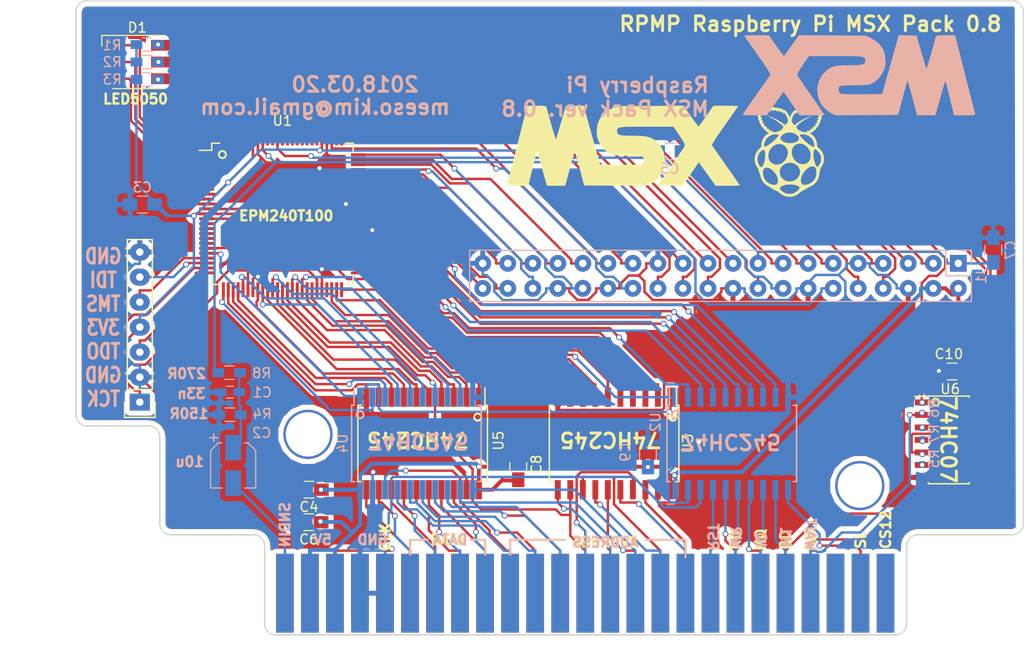
<source format=kicad_pcb>
(kicad_pcb (version 4) (host pcbnew 4.0.7)
  (layers (0 F.Cu mixed hide) (31 B.Cu mixed) (34 B.Paste user) (35 F.Paste user) (36 B.SilkS user) (37 F.SilkS user) (38 B.Mask user) (39 F.Mask user) (44 Edge.Cuts user))
  (net 0 "")
  (net 1 GND)
  (net 2 +5V)
  (net 3 /RD3)
  (net 4 /RD4)
  (net 5 /RD6)
  (net 6 /RD7)
  (net 7 /RD0)
  (net 8 /RD1)
  (net 9 /RD2)
  (net 10 /RD5)
  (net 11 /WAIT)
  (net 12 /INT)
  (net 13 /BUSDIR)
  (net 14 /IORQ)
  (net 15 /MREQ)
  (net 16 /WR)
  (net 17 /RD)
  (net 18 /RESET)
  (net 19 /A9)
  (net 20 /A15)
  (net 21 /A11)
  (net 22 /A10)
  (net 23 /A7)
  (net 24 /A6)
  (net 25 /A12)
  (net 26 /A8)
  (net 27 /A14)
  (net 28 /A13)
  (net 29 /A1)
  (net 30 /A0)
  (net 31 /A3)
  (net 32 /A2)
  (net 33 /A5)
  (net 34 /A4)
  (net 35 /D1)
  (net 36 /D0)
  (net 37 /D3)
  (net 38 /D2)
  (net 39 /D5)
  (net 40 /D4)
  (net 41 /D7)
  (net 42 /D6)
  (net 43 /CLK)
  (net 44 +3V3)
  (net 45 "Net-(P1-Pad5)")
  (net 46 "Net-(P1-Pad16)")
  (net 47 /RA8)
  (net 48 /RA10)
  (net 49 /RA11)
  (net 50 /RA15)
  (net 51 /RA12)
  (net 52 /RA9)
  (net 53 /RA13)
  (net 54 /RA14)
  (net 55 "Net-(P1-Pad1)")
  (net 56 "Net-(P1-Pad2)")
  (net 57 "Net-(P1-Pad3)")
  (net 58 /SLTSL)
  (net 59 "Net-(P1-Pad6)")
  (net 60 "Net-(P1-Pad44)")
  (net 61 "Net-(P1-Pad48)")
  (net 62 "Net-(P1-Pad50)")
  (net 63 /M1)
  (net 64 /RC17)
  (net 65 /RC18)
  (net 66 /RC27)
  (net 67 /RC22)
  (net 68 /RC23)
  (net 69 /RC24)
  (net 70 /RC25)
  (net 71 /RC19)
  (net 72 /RC16)
  (net 73 /RC26)
  (net 74 /RC20)
  (net 75 /RC21)
  (net 76 /SOUNDIN)
  (net 77 "Net-(U1-Pad7)")
  (net 78 "Net-(U1-Pad8)")
  (net 79 "Net-(U1-Pad15)")
  (net 80 "Net-(U1-Pad16)")
  (net 81 "Net-(U1-Pad17)")
  (net 82 "Net-(U1-Pad18)")
  (net 83 "Net-(U1-Pad19)")
  (net 84 "Net-(U1-Pad100)")
  (net 85 /MREQ3)
  (net 86 /CLK3)
  (net 87 /RESET3)
  (net 88 /WR3)
  (net 89 /IORQ3)
  (net 90 /A43)
  (net 91 /A53)
  (net 92 /A23)
  (net 93 /A33)
  (net 94 /A03)
  (net 95 /TMS)
  (net 96 /TDI)
  (net 97 /TCK)
  (net 98 /TDO)
  (net 99 /A63)
  (net 100 /A73)
  (net 101 /A123)
  (net 102 /A133)
  (net 103 /A103)
  (net 104 /A113)
  (net 105 /A83)
  (net 106 /A93)
  (net 107 /A143)
  (net 108 /A153)
  (net 109 /M13)
  (net 110 /SLTSL3)
  (net 111 /D63)
  (net 112 /D73)
  (net 113 /D43)
  (net 114 /D23)
  (net 115 /D03)
  (net 116 /D53)
  (net 117 /D33)
  (net 118 /D13)
  (net 119 /RD_3)
  (net 120 /WAIT3)
  (net 121 /INT3)
  (net 122 /BUSDIR3)
  (net 123 /CD)
  (net 124 /AD)
  (net 125 /DD)
  (net 126 "Net-(D1-Pad4)")
  (net 127 "Net-(D1-Pad5)")
  (net 128 "Net-(D1-Pad6)")
  (net 129 /LED1)
  (net 130 /LED2)
  (net 131 /LED3)
  (net 132 "Net-(U1-Pad47)")
  (net 133 "Net-(C1-Pad1)")
  (module MSX:card_edge_connector (layer F.Cu) (at 156.21 106.68)
    (fp_text reference P1 hide)
    (fp_text value CONN_02X25)
    (pad "" thru_hole circle (at 29.12364 -7.78256) (size 5 5) (drill 4.5) (layers *.Cu *.Mask))
    (pad 1 connect rect (at 31.73984 3.14744) (size 1.8 8) (layers B.Cu B.Mask) (net 55 "Net-(P1-Pad1)"))
    (pad 2 connect rect (at 31.73984 3.14744) (size 1.8 8) (layers F.Cu F.Mask) (net 56 "Net-(P1-Pad2)"))
    (pad 3 connect rect (at 29.19984 3.14744) (size 1.8 8) (layers B.Cu B.Mask) (net 57 "Net-(P1-Pad3)"))
    (pad 4 connect rect (at 29.19984 3.14744) (size 1.8 8) (layers F.Cu F.Mask) (net 58 /SLTSL))
    (pad 5 connect rect (at 26.65984 3.14744) (size 1.8 8) (layers B.Cu B.Mask) (net 45 "Net-(P1-Pad5)"))
    (pad 6 connect rect (at 26.65984 3.14744) (size 1.8 8) (layers F.Cu F.Mask) (net 59 "Net-(P1-Pad6)"))
    (pad 7 connect rect (at 24.11984 3.14744) (size 1.8 8) (layers B.Cu B.Mask) (net 11 /WAIT))
    (pad 8 connect rect (at 24.11984 3.14744) (size 1.8 8) (layers F.Cu F.Mask) (net 12 /INT))
    (pad 9 connect rect (at 21.57984 3.14744) (size 1.8 8) (layers B.Cu B.Mask) (net 63 /M1))
    (pad 10 connect rect (at 21.57984 3.14744) (size 1.8 8) (layers F.Cu F.Mask) (net 13 /BUSDIR))
    (pad 11 connect rect (at 19.03984 3.14744) (size 1.8 8) (layers B.Cu B.Mask) (net 14 /IORQ))
    (pad 12 connect rect (at 19.03984 3.14744) (size 1.8 8) (layers F.Cu F.Mask) (net 15 /MREQ))
    (pad 13 connect rect (at 16.49984 3.14744) (size 1.8 8) (layers B.Cu B.Mask) (net 16 /WR))
    (pad 14 connect rect (at 16.49984 3.14744) (size 1.8 8) (layers F.Cu F.Mask) (net 17 /RD))
    (pad 15 connect rect (at 13.95984 3.14744) (size 1.8 8) (layers B.Cu B.Mask) (net 18 /RESET))
    (pad 16 connect rect (at 13.95984 3.14744) (size 1.8 8) (layers F.Cu F.Mask) (net 46 "Net-(P1-Pad16)"))
    (pad 17 connect rect (at 11.41984 3.14744) (size 1.8 8) (layers B.Cu B.Mask) (net 19 /A9))
    (pad 18 connect rect (at 11.41984 3.14744) (size 1.8 8) (layers F.Cu F.Mask) (net 20 /A15))
    (pad 19 connect rect (at 8.87984 3.14744) (size 1.8 8) (layers B.Cu B.Mask) (net 21 /A11))
    (pad 20 connect rect (at 8.87984 3.14744) (size 1.8 8) (layers F.Cu F.Mask) (net 22 /A10))
    (pad 21 connect rect (at 6.33984 3.14744) (size 1.8 8) (layers B.Cu B.Mask) (net 23 /A7))
    (pad 22 connect rect (at 6.33984 3.14744) (size 1.8 8) (layers F.Cu F.Mask) (net 24 /A6))
    (pad 23 connect rect (at 3.79984 3.14744) (size 1.8 8) (layers B.Cu B.Mask) (net 25 /A12))
    (pad 24 connect rect (at 3.79984 3.14744) (size 1.8 8) (layers F.Cu F.Mask) (net 26 /A8))
    (pad 25 connect rect (at 1.25984 3.14744) (size 1.8 8) (layers B.Cu B.Mask) (net 27 /A14))
    (pad 26 connect rect (at 1.25984 3.14744) (size 1.8 8) (layers F.Cu F.Mask) (net 28 /A13))
    (pad 27 connect rect (at -1.28016 3.14744) (size 1.8 8) (layers B.Cu B.Mask) (net 29 /A1))
    (pad 28 connect rect (at -1.28016 3.14744) (size 1.8 8) (layers F.Cu F.Mask) (net 30 /A0))
    (pad 29 connect rect (at -3.82016 3.14744) (size 1.8 8) (layers B.Cu B.Mask) (net 31 /A3))
    (pad 30 connect rect (at -3.82016 3.14744) (size 1.8 8) (layers F.Cu F.Mask) (net 32 /A2))
    (pad 31 connect rect (at -6.36016 3.14744) (size 1.8 8) (layers B.Cu B.Mask) (net 33 /A5))
    (pad 32 connect rect (at -6.36016 3.14744) (size 1.8 8) (layers F.Cu F.Mask) (net 34 /A4))
    (pad 33 connect rect (at -8.90016 3.14744) (size 1.8 8) (layers B.Cu B.Mask) (net 35 /D1))
    (pad 34 connect rect (at -8.90016 3.14744) (size 1.8 8) (layers F.Cu F.Mask) (net 36 /D0))
    (pad 35 connect rect (at -11.44016 3.14744) (size 1.8 8) (layers B.Cu B.Mask) (net 37 /D3))
    (pad 36 connect rect (at -11.44016 3.14744) (size 1.8 8) (layers F.Cu F.Mask) (net 38 /D2))
    (pad 37 connect rect (at -13.98016 3.14744) (size 1.8 8) (layers B.Cu B.Mask) (net 39 /D5))
    (pad 38 connect rect (at -13.98016 3.14744) (size 1.8 8) (layers F.Cu F.Mask) (net 40 /D4))
    (pad 39 connect rect (at -16.52016 3.14744) (size 1.8 8) (layers B.Cu B.Mask) (net 41 /D7))
    (pad 40 connect rect (at -16.52016 3.14744) (size 1.8 8) (layers F.Cu F.Mask) (net 42 /D6))
    (pad 41 connect rect (at -19.06016 3.14744) (size 1.8 8) (layers B.Cu B.Mask) (net 1 GND))
    (pad 42 connect rect (at -19.06016 3.14744) (size 1.8 8) (layers F.Cu F.Mask) (net 43 /CLK))
    (pad 43 connect rect (at -21.60016 3.14744) (size 1.8 8) (layers B.Cu B.Mask) (net 1 GND))
    (pad 44 connect rect (at -21.60524 2.65468) (size 1.8 7) (layers F.Cu F.Mask) (net 60 "Net-(P1-Pad44)"))
    (pad 45 connect rect (at -24.14016 3.14744) (size 1.8 8) (layers B.Cu B.Mask) (net 2 +5V))
    (pad 46 connect rect (at -24.14016 3.14744) (size 1.8 8) (layers F.Cu F.Mask) (net 60 "Net-(P1-Pad44)"))
    (pad 47 connect rect (at -26.68016 3.14744) (size 1.8 8) (layers B.Cu B.Mask) (net 2 +5V))
    (pad 48 connect rect (at -26.68016 3.14744) (size 1.8 8) (layers F.Cu F.Mask) (net 61 "Net-(P1-Pad48)"))
    (pad 49 connect rect (at -29.22016 3.14744) (size 1.8 8) (layers B.Cu B.Mask) (net 76 /SOUNDIN))
    (pad 50 connect rect (at -29.22016 3.14744) (size 1.8 8) (layers F.Cu F.Mask) (net 62 "Net-(P1-Pad50)"))
    (pad "" thru_hole circle (at -26.87574 -12.98448) (size 5 5) (drill 4.5) (layers *.Cu *.Mask))
  )
  (module Capacitors_SMD:C_0603_HandSoldering (layer B.Cu) (at 121.412 89.408 180)
    (fp_text reference C1 (at -3.2766 -0.0254 180) (layer B.SilkS) (effects (justify mirror)))
    (fp_text value C)
    (pad 1 smd rect (at -0.95 0 180) (size 1.2 0.75) (layers B.Cu B.Paste B.Mask) (net 133 "Net-(C1-Pad1)"))
    (pad 2 smd rect (at 0.95 0 180) (size 1.2 0.75) (layers B.Cu B.Paste B.Mask) (net 1 GND))
  )
  (module Capacitors_SMD:CP_Elec_4x5.3 (layer B.Cu) (at 121.7422 96.8502 270)
    (fp_text reference C2 (at -3.302 -2.8956 360) (layer B.SilkS) (effects (justify mirror)))
    (fp_text value CP)
    (fp_text user + (at -2.8194 2.032 270) (layer B.SilkS) (effects (justify mirror)))
    (pad 1 smd rect (at -1.8 0 90) (size 2.6 1.6) (layers B.Cu B.Paste B.Mask) (net 133 "Net-(C1-Pad1)"))
    (pad 2 smd rect (at 1.8 0 90) (size 2.6 1.6) (layers B.Cu B.Paste B.Mask) (net 76 /SOUNDIN))
  )
  (module Resistors_SMD:R_0603_HandSoldering (layer B.Cu) (at 113.03 54.102)
    (fp_text reference R1 (at -3.5814 0.0762) (layer B.SilkS) (effects (justify mirror)))
    (fp_text value R)
    (pad 1 smd rect (at -1.1 0) (size 1.2 0.9) (layers B.Cu B.Paste B.Mask) (net 44 +3V3))
    (pad 2 smd rect (at 1.1 0) (size 1.2 0.9) (layers B.Cu B.Paste B.Mask) (net 128 "Net-(D1-Pad6)"))
  )
  (module Housings_QFP:TQFP-100_14x14mm_Pitch0.5mm (layer F.Cu) (at 126.746 71.2978)
    (fp_text reference U1 (at 0 -9.45) (layer F.SilkS))
    (fp_text value MaxII_EPM240)
    (pad 1 smd rect (at -7.7 -6) (size 1.5 0.3) (layers F.Cu F.Paste F.Mask) (net 120 /WAIT3))
    (pad 2 smd rect (at -7.7 -5.5) (size 1.5 0.3) (layers F.Cu F.Paste F.Mask) (net 121 /INT3))
    (pad 3 smd rect (at -7.7 -5) (size 1.5 0.3) (layers F.Cu F.Paste F.Mask) (net 122 /BUSDIR3))
    (pad 4 smd rect (at -7.7 -4.5) (size 1.5 0.3) (layers F.Cu F.Paste F.Mask) (net 129 /LED1))
    (pad 5 smd rect (at -7.7 -4) (size 1.5 0.3) (layers F.Cu F.Paste F.Mask) (net 130 /LED2))
    (pad 6 smd rect (at -7.7 -3.5) (size 1.5 0.3) (layers F.Cu F.Paste F.Mask) (net 131 /LED3))
    (pad 7 smd rect (at -7.7 -3) (size 1.5 0.3) (layers F.Cu F.Paste F.Mask) (net 77 "Net-(U1-Pad7)"))
    (pad 8 smd rect (at -7.7 -2.5) (size 1.5 0.3) (layers F.Cu F.Paste F.Mask) (net 78 "Net-(U1-Pad8)"))
    (pad 9 smd rect (at -7.7 -2) (size 1.5 0.3) (layers F.Cu F.Paste F.Mask) (net 44 +3V3))
    (pad 10 smd rect (at -7.7 -1.5) (size 1.5 0.3) (layers F.Cu F.Paste F.Mask) (net 1 GND))
    (pad 11 smd rect (at -7.7 -1) (size 1.5 0.3) (layers F.Cu F.Paste F.Mask) (net 1 GND))
    (pad 12 smd rect (at -7.7 -0.5) (size 1.5 0.3) (layers F.Cu F.Paste F.Mask) (net 74 /RC20))
    (pad 13 smd rect (at -7.7 0) (size 1.5 0.3) (layers F.Cu F.Paste F.Mask) (net 44 +3V3))
    (pad 14 smd rect (at -7.7 0.5) (size 1.5 0.3) (layers F.Cu F.Paste F.Mask) (net 86 /CLK3))
    (pad 15 smd rect (at -7.7 1) (size 1.5 0.3) (layers F.Cu F.Paste F.Mask) (net 79 "Net-(U1-Pad15)"))
    (pad 16 smd rect (at -7.7 1.5) (size 1.5 0.3) (layers F.Cu F.Paste F.Mask) (net 80 "Net-(U1-Pad16)"))
    (pad 17 smd rect (at -7.7 2) (size 1.5 0.3) (layers F.Cu F.Paste F.Mask) (net 81 "Net-(U1-Pad17)"))
    (pad 18 smd rect (at -7.7 2.5) (size 1.5 0.3) (layers F.Cu F.Paste F.Mask) (net 82 "Net-(U1-Pad18)"))
    (pad 19 smd rect (at -7.7 3) (size 1.5 0.3) (layers F.Cu F.Paste F.Mask) (net 83 "Net-(U1-Pad19)"))
    (pad 20 smd rect (at -7.7 3.5) (size 1.5 0.3) (layers F.Cu F.Paste F.Mask) (net 123 /CD))
    (pad 21 smd rect (at -7.7 4) (size 1.5 0.3) (layers F.Cu F.Paste F.Mask) (net 124 /AD))
    (pad 22 smd rect (at -7.7 4.5) (size 1.5 0.3) (layers F.Cu F.Paste F.Mask) (net 95 /TMS))
    (pad 23 smd rect (at -7.7 5) (size 1.5 0.3) (layers F.Cu F.Paste F.Mask) (net 96 /TDI))
    (pad 24 smd rect (at -7.7 5.5) (size 1.5 0.3) (layers F.Cu F.Paste F.Mask) (net 97 /TCK))
    (pad 25 smd rect (at -7.7 6) (size 1.5 0.3) (layers F.Cu F.Paste F.Mask) (net 98 /TDO))
    (pad 26 smd rect (at -6 7.7 90) (size 1.5 0.3) (layers F.Cu F.Paste F.Mask) (net 90 /A43))
    (pad 27 smd rect (at -5.5 7.7 90) (size 1.5 0.3) (layers F.Cu F.Paste F.Mask) (net 111 /D63))
    (pad 28 smd rect (at -5 7.7 90) (size 1.5 0.3) (layers F.Cu F.Paste F.Mask) (net 91 /A53))
    (pad 29 smd rect (at -4.5 7.7 90) (size 1.5 0.3) (layers F.Cu F.Paste F.Mask) (net 112 /D73))
    (pad 30 smd rect (at -4 7.7 90) (size 1.5 0.3) (layers F.Cu F.Paste F.Mask) (net 93 /A33))
    (pad 31 smd rect (at -3.5 7.7 90) (size 1.5 0.3) (layers F.Cu F.Paste F.Mask) (net 44 +3V3))
    (pad 32 smd rect (at -3 7.7 90) (size 1.5 0.3) (layers F.Cu F.Paste F.Mask) (net 1 GND))
    (pad 33 smd rect (at -2.5 7.7 90) (size 1.5 0.3) (layers F.Cu F.Paste F.Mask) (net 113 /D43))
    (pad 34 smd rect (at -2 7.7 90) (size 1.5 0.3) (layers F.Cu F.Paste F.Mask) (net 92 /A23))
    (pad 35 smd rect (at -1.5 7.7 90) (size 1.5 0.3) (layers F.Cu F.Paste F.Mask) (net 116 /D53))
    (pad 36 smd rect (at -1 7.7 90) (size 1.5 0.3) (layers F.Cu F.Paste F.Mask) (net 94 /A03))
    (pad 37 smd rect (at -0.5 7.7 90) (size 1.5 0.3) (layers F.Cu F.Paste F.Mask) (net 114 /D23))
    (pad 38 smd rect (at 0 7.7 90) (size 1.5 0.3) (layers F.Cu F.Paste F.Mask) (net 28 /A13))
    (pad 39 smd rect (at 0.5 7.7 90) (size 1.5 0.3) (layers F.Cu F.Paste F.Mask) (net 117 /D33))
    (pad 40 smd rect (at 1 7.7 90) (size 1.5 0.3) (layers F.Cu F.Paste F.Mask) (net 99 /A63))
    (pad 41 smd rect (at 1.5 7.7 90) (size 1.5 0.3) (layers F.Cu F.Paste F.Mask) (net 115 /D03))
    (pad 42 smd rect (at 2 7.7 90) (size 1.5 0.3) (layers F.Cu F.Paste F.Mask) (net 100 /A73))
    (pad 43 smd rect (at 2.5 7.7 90) (size 1.5 0.3) (layers F.Cu F.Paste F.Mask) (net 118 /D13))
    (pad 44 smd rect (at 3 7.7 90) (size 1.5 0.3) (layers F.Cu F.Paste F.Mask) (net 125 /DD))
    (pad 45 smd rect (at 3.5 7.7 90) (size 1.5 0.3) (layers F.Cu F.Paste F.Mask) (net 44 +3V3))
    (pad 46 smd rect (at 4 7.7 90) (size 1.5 0.3) (layers F.Cu F.Paste F.Mask) (net 1 GND))
    (pad 47 smd rect (at 4.5 7.7 90) (size 1.5 0.3) (layers F.Cu F.Paste F.Mask) (net 132 "Net-(U1-Pad47)"))
    (pad 48 smd rect (at 5 7.7 90) (size 1.5 0.3) (layers F.Cu F.Paste F.Mask) (net 101 /A123))
    (pad 49 smd rect (at 5.5 7.7 90) (size 1.5 0.3) (layers F.Cu F.Paste F.Mask) (net 102 /A133))
    (pad 50 smd rect (at 6 7.7 90) (size 1.5 0.3) (layers F.Cu F.Paste F.Mask) (net 103 /A103))
    (pad 51 smd rect (at 7.7 6) (size 1.5 0.3) (layers F.Cu F.Paste F.Mask) (net 104 /A113))
    (pad 52 smd rect (at 7.7 5.5) (size 1.5 0.3) (layers F.Cu F.Paste F.Mask) (net 105 /A83))
    (pad 53 smd rect (at 7.7 5) (size 1.5 0.3) (layers F.Cu F.Paste F.Mask) (net 106 /A93))
    (pad 54 smd rect (at 7.7 4.5) (size 1.5 0.3) (layers F.Cu F.Paste F.Mask) (net 107 /A143))
    (pad 55 smd rect (at 7.7 4) (size 1.5 0.3) (layers F.Cu F.Paste F.Mask) (net 108 /A153))
    (pad 56 smd rect (at 7.7 3.5) (size 1.5 0.3) (layers F.Cu F.Paste F.Mask) (net 86 /CLK3))
    (pad 57 smd rect (at 7.7 3) (size 1.5 0.3) (layers F.Cu F.Paste F.Mask) (net 87 /RESET3))
    (pad 58 smd rect (at 7.7 2.5) (size 1.5 0.3) (layers F.Cu F.Paste F.Mask) (net 119 /RD_3))
    (pad 59 smd rect (at 7.7 2) (size 1.5 0.3) (layers F.Cu F.Paste F.Mask) (net 44 +3V3))
    (pad 60 smd rect (at 7.7 1.5) (size 1.5 0.3) (layers F.Cu F.Paste F.Mask) (net 1 GND))
    (pad 61 smd rect (at 7.7 1) (size 1.5 0.3) (layers F.Cu F.Paste F.Mask) (net 88 /WR3))
    (pad 62 smd rect (at 7.7 0.5) (size 1.5 0.3) (layers F.Cu F.Paste F.Mask) (net 85 /MREQ3))
    (pad 63 smd rect (at 7.7 0) (size 1.5 0.3) (layers F.Cu F.Paste F.Mask) (net 44 +3V3))
    (pad 64 smd rect (at 7.7 -0.5) (size 1.5 0.3) (layers F.Cu F.Paste F.Mask) (net 89 /IORQ3))
    (pad 65 smd rect (at 7.7 -1) (size 1.5 0.3) (layers F.Cu F.Paste F.Mask) (net 1 GND))
    (pad 66 smd rect (at 7.7 -1.5) (size 1.5 0.3) (layers F.Cu F.Paste F.Mask) (net 109 /M13))
    (pad 67 smd rect (at 7.7 -2) (size 1.5 0.3) (layers F.Cu F.Paste F.Mask) (net 110 /SLTSL3))
    (pad 68 smd rect (at 7.7 -2.5) (size 1.5 0.3) (layers F.Cu F.Paste F.Mask) (net 75 /RC21))
    (pad 69 smd rect (at 7.7 -3) (size 1.5 0.3) (layers F.Cu F.Paste F.Mask) (net 74 /RC20))
    (pad 70 smd rect (at 7.7 -3.5) (size 1.5 0.3) (layers F.Cu F.Paste F.Mask) (net 73 /RC26))
    (pad 71 smd rect (at 7.7 -4) (size 1.5 0.3) (layers F.Cu F.Paste F.Mask) (net 71 /RC19))
    (pad 72 smd rect (at 7.7 -4.5) (size 1.5 0.3) (layers F.Cu F.Paste F.Mask) (net 72 /RC16))
    (pad 73 smd rect (at 7.7 -5) (size 1.5 0.3) (layers F.Cu F.Paste F.Mask) (net 53 /RA13))
    (pad 74 smd rect (at 7.7 -5.5) (size 1.5 0.3) (layers F.Cu F.Paste F.Mask) (net 5 /RD6))
    (pad 75 smd rect (at 7.7 -6) (size 1.5 0.3) (layers F.Cu F.Paste F.Mask) (net 51 /RA12))
    (pad 76 smd rect (at 6 -7.7 90) (size 1.5 0.3) (layers F.Cu F.Paste F.Mask) (net 10 /RD5))
    (pad 77 smd rect (at 5.5 -7.7 90) (size 1.5 0.3) (layers F.Cu F.Paste F.Mask) (net 7 /RD0))
    (pad 78 smd rect (at 5 -7.7 90) (size 1.5 0.3) (layers F.Cu F.Paste F.Mask) (net 8 /RD1))
    (pad 79 smd rect (at 4.5 -7.7 90) (size 1.5 0.3) (layers F.Cu F.Paste F.Mask) (net 1 GND))
    (pad 80 smd rect (at 4 -7.7 90) (size 1.5 0.3) (layers F.Cu F.Paste F.Mask) (net 44 +3V3))
    (pad 81 smd rect (at 3.5 -7.7 90) (size 1.5 0.3) (layers F.Cu F.Paste F.Mask) (net 6 /RD7))
    (pad 82 smd rect (at 3 -7.7 90) (size 1.5 0.3) (layers F.Cu F.Paste F.Mask) (net 49 /RA11))
    (pad 83 smd rect (at 2.5 -7.7 90) (size 1.5 0.3) (layers F.Cu F.Paste F.Mask) (net 47 /RA8))
    (pad 84 smd rect (at 2 -7.7 90) (size 1.5 0.3) (layers F.Cu F.Paste F.Mask) (net 52 /RA9))
    (pad 85 smd rect (at 1.5 -7.7 90) (size 1.5 0.3) (layers F.Cu F.Paste F.Mask) (net 70 /RC25))
    (pad 86 smd rect (at 1 -7.7 90) (size 1.5 0.3) (layers F.Cu F.Paste F.Mask) (net 48 /RA10))
    (pad 87 smd rect (at 0.5 -7.7 90) (size 1.5 0.3) (layers F.Cu F.Paste F.Mask) (net 69 /RC24))
    (pad 88 smd rect (at 0 -7.7 90) (size 1.5 0.3) (layers F.Cu F.Paste F.Mask) (net 67 /RC22))
    (pad 89 smd rect (at -0.5 -7.7 90) (size 1.5 0.3) (layers F.Cu F.Paste F.Mask) (net 68 /RC23))
    (pad 90 smd rect (at -1 -7.7 90) (size 1.5 0.3) (layers F.Cu F.Paste F.Mask) (net 66 /RC27))
    (pad 91 smd rect (at -1.5 -7.7 90) (size 1.5 0.3) (layers F.Cu F.Paste F.Mask) (net 64 /RC17))
    (pad 92 smd rect (at -2 -7.7 90) (size 1.5 0.3) (layers F.Cu F.Paste F.Mask) (net 65 /RC18))
    (pad 93 smd rect (at -2.5 -7.7 90) (size 1.5 0.3) (layers F.Cu F.Paste F.Mask) (net 1 GND))
    (pad 94 smd rect (at -3 -7.7 90) (size 1.5 0.3) (layers F.Cu F.Paste F.Mask) (net 44 +3V3))
    (pad 95 smd rect (at -3.5 -7.7 90) (size 1.5 0.3) (layers F.Cu F.Paste F.Mask) (net 50 /RA15))
    (pad 96 smd rect (at -4 -7.7 90) (size 1.5 0.3) (layers F.Cu F.Paste F.Mask) (net 4 /RD4))
    (pad 97 smd rect (at -4.5 -7.7 90) (size 1.5 0.3) (layers F.Cu F.Paste F.Mask) (net 54 /RA14))
    (pad 98 smd rect (at -5 -7.7 90) (size 1.5 0.3) (layers F.Cu F.Paste F.Mask) (net 3 /RD3))
    (pad 99 smd rect (at -5.5 -7.7 90) (size 1.5 0.3) (layers F.Cu F.Paste F.Mask) (net 9 /RD2))
    (pad 100 smd rect (at -6 -7.7 90) (size 1.5 0.3) (layers F.Cu F.Paste F.Mask) (net 84 "Net-(U1-Pad100)"))
  )
  (module Housings_SOIC:SOIC-20W_7.5x12.8mm_Pitch1.27mm (layer B.Cu) (at 172.339 94.616 270)
    (fp_text reference U2 (at -2.16 7.747 270) (layer B.SilkS) (effects (justify mirror)))
    (fp_text value 74LS245)
    (pad 1 smd rect (at -4.7 5.715 270) (size 1.95 0.6) (layers B.Cu B.Paste B.Mask) (net 123 /CD))
    (pad 2 smd rect (at -4.7 4.445 270) (size 1.95 0.6) (layers B.Cu B.Paste B.Mask) (net 86 /CLK3))
    (pad 3 smd rect (at -4.7 3.175 270) (size 1.95 0.6) (layers B.Cu B.Paste B.Mask) (net 87 /RESET3))
    (pad 4 smd rect (at -4.7 1.905 270) (size 1.95 0.6) (layers B.Cu B.Paste B.Mask) (net 119 /RD_3))
    (pad 5 smd rect (at -4.7 0.635 270) (size 1.95 0.6) (layers B.Cu B.Paste B.Mask) (net 88 /WR3))
    (pad 6 smd rect (at -4.7 -0.635 270) (size 1.95 0.6) (layers B.Cu B.Paste B.Mask) (net 85 /MREQ3))
    (pad 7 smd rect (at -4.7 -1.905 270) (size 1.95 0.6) (layers B.Cu B.Paste B.Mask) (net 89 /IORQ3))
    (pad 8 smd rect (at -4.7 -3.175 270) (size 1.95 0.6) (layers B.Cu B.Paste B.Mask) (net 109 /M13))
    (pad 9 smd rect (at -4.7 -4.445 270) (size 1.95 0.6) (layers B.Cu B.Paste B.Mask) (net 110 /SLTSL3))
    (pad 10 smd rect (at -4.7 -5.715 270) (size 1.95 0.6) (layers B.Cu B.Paste B.Mask) (net 1 GND))
    (pad 11 smd rect (at 4.7 -5.715 270) (size 1.95 0.6) (layers B.Cu B.Paste B.Mask) (net 58 /SLTSL))
    (pad 12 smd rect (at 4.7 -4.445 270) (size 1.95 0.6) (layers B.Cu B.Paste B.Mask) (net 63 /M1))
    (pad 13 smd rect (at 4.7 -3.175 270) (size 1.95 0.6) (layers B.Cu B.Paste B.Mask) (net 14 /IORQ))
    (pad 14 smd rect (at 4.7 -1.905 270) (size 1.95 0.6) (layers B.Cu B.Paste B.Mask) (net 15 /MREQ))
    (pad 15 smd rect (at 4.7 -0.635 270) (size 1.95 0.6) (layers B.Cu B.Paste B.Mask) (net 16 /WR))
    (pad 16 smd rect (at 4.7 0.635 270) (size 1.95 0.6) (layers B.Cu B.Paste B.Mask) (net 17 /RD))
    (pad 17 smd rect (at 4.7 1.905 270) (size 1.95 0.6) (layers B.Cu B.Paste B.Mask) (net 18 /RESET))
    (pad 18 smd rect (at 4.7 3.175 270) (size 1.95 0.6) (layers B.Cu B.Paste B.Mask) (net 43 /CLK))
    (pad 19 smd rect (at 4.7 4.445 270) (size 1.95 0.6) (layers B.Cu B.Paste B.Mask) (net 1 GND))
    (pad 20 smd rect (at 4.7 5.715 270) (size 1.95 0.6) (layers B.Cu B.Paste B.Mask) (net 2 +5V))
  )
  (module Housings_SOIC:SOIC-20W_7.5x12.8mm_Pitch1.27mm (layer F.Cu) (at 160.401 94.616 270)
    (fp_text reference U3 (at 0 -7.5 270) (layer F.SilkS))
    (fp_text value 74LS245)
    (pad 1 smd rect (at -4.7 -5.715 270) (size 1.95 0.6) (layers F.Cu F.Paste F.Mask) (net 124 /AD))
    (pad 2 smd rect (at -4.7 -4.445 270) (size 1.95 0.6) (layers F.Cu F.Paste F.Mask) (net 108 /A153))
    (pad 3 smd rect (at -4.7 -3.175 270) (size 1.95 0.6) (layers F.Cu F.Paste F.Mask) (net 107 /A143))
    (pad 4 smd rect (at -4.7 -1.905 270) (size 1.95 0.6) (layers F.Cu F.Paste F.Mask) (net 106 /A93))
    (pad 5 smd rect (at -4.7 -0.635 270) (size 1.95 0.6) (layers F.Cu F.Paste F.Mask) (net 105 /A83))
    (pad 6 smd rect (at -4.7 0.635 270) (size 1.95 0.6) (layers F.Cu F.Paste F.Mask) (net 104 /A113))
    (pad 7 smd rect (at -4.7 1.905 270) (size 1.95 0.6) (layers F.Cu F.Paste F.Mask) (net 103 /A103))
    (pad 8 smd rect (at -4.7 3.175 270) (size 1.95 0.6) (layers F.Cu F.Paste F.Mask) (net 102 /A133))
    (pad 9 smd rect (at -4.7 4.445 270) (size 1.95 0.6) (layers F.Cu F.Paste F.Mask) (net 101 /A123))
    (pad 10 smd rect (at -4.7 5.715 270) (size 1.95 0.6) (layers F.Cu F.Paste F.Mask) (net 1 GND))
    (pad 11 smd rect (at 4.7 5.715 270) (size 1.95 0.6) (layers F.Cu F.Paste F.Mask) (net 25 /A12))
    (pad 12 smd rect (at 4.7 4.445 270) (size 1.95 0.6) (layers F.Cu F.Paste F.Mask) (net 28 /A13))
    (pad 13 smd rect (at 4.7 3.175 270) (size 1.95 0.6) (layers F.Cu F.Paste F.Mask) (net 22 /A10))
    (pad 14 smd rect (at 4.7 1.905 270) (size 1.95 0.6) (layers F.Cu F.Paste F.Mask) (net 21 /A11))
    (pad 15 smd rect (at 4.7 0.635 270) (size 1.95 0.6) (layers F.Cu F.Paste F.Mask) (net 26 /A8))
    (pad 16 smd rect (at 4.7 -0.635 270) (size 1.95 0.6) (layers F.Cu F.Paste F.Mask) (net 19 /A9))
    (pad 17 smd rect (at 4.7 -1.905 270) (size 1.95 0.6) (layers F.Cu F.Paste F.Mask) (net 27 /A14))
    (pad 18 smd rect (at 4.7 -3.175 270) (size 1.95 0.6) (layers F.Cu F.Paste F.Mask) (net 20 /A15))
    (pad 19 smd rect (at 4.7 -4.445 270) (size 1.95 0.6) (layers F.Cu F.Paste F.Mask) (net 1 GND))
    (pad 20 smd rect (at 4.7 -5.715 270) (size 1.95 0.6) (layers F.Cu F.Paste F.Mask) (net 2 +5V))
  )
  (module Housings_SOIC:SOIC-20W_7.5x12.8mm_Pitch1.27mm (layer B.Cu) (at 140.335 94.616 270)
    (fp_text reference U4 (at 0 7.5 270) (layer B.SilkS) (effects (justify mirror)))
    (fp_text value 74LS245)
    (pad 1 smd rect (at -4.7 5.715 270) (size 1.95 0.6) (layers B.Cu B.Paste B.Mask) (net 124 /AD))
    (pad 2 smd rect (at -4.7 4.445 270) (size 1.95 0.6) (layers B.Cu B.Paste B.Mask) (net 90 /A43))
    (pad 3 smd rect (at -4.7 3.175 270) (size 1.95 0.6) (layers B.Cu B.Paste B.Mask) (net 91 /A53))
    (pad 4 smd rect (at -4.7 1.905 270) (size 1.95 0.6) (layers B.Cu B.Paste B.Mask) (net 92 /A23))
    (pad 5 smd rect (at -4.7 0.635 270) (size 1.95 0.6) (layers B.Cu B.Paste B.Mask) (net 93 /A33))
    (pad 6 smd rect (at -4.7 -0.635 270) (size 1.95 0.6) (layers B.Cu B.Paste B.Mask) (net 94 /A03))
    (pad 7 smd rect (at -4.7 -1.905 270) (size 1.95 0.6) (layers B.Cu B.Paste B.Mask) (net 28 /A13))
    (pad 8 smd rect (at -4.7 -3.175 270) (size 1.95 0.6) (layers B.Cu B.Paste B.Mask) (net 99 /A63))
    (pad 9 smd rect (at -4.7 -4.445 270) (size 1.95 0.6) (layers B.Cu B.Paste B.Mask) (net 100 /A73))
    (pad 10 smd rect (at -4.7 -5.715 270) (size 1.95 0.6) (layers B.Cu B.Paste B.Mask) (net 1 GND))
    (pad 11 smd rect (at 4.7 -5.715 270) (size 1.95 0.6) (layers B.Cu B.Paste B.Mask) (net 23 /A7))
    (pad 12 smd rect (at 4.7 -4.445 270) (size 1.95 0.6) (layers B.Cu B.Paste B.Mask) (net 24 /A6))
    (pad 13 smd rect (at 4.7 -3.175 270) (size 1.95 0.6) (layers B.Cu B.Paste B.Mask) (net 29 /A1))
    (pad 14 smd rect (at 4.7 -1.905 270) (size 1.95 0.6) (layers B.Cu B.Paste B.Mask) (net 30 /A0))
    (pad 15 smd rect (at 4.7 -0.635 270) (size 1.95 0.6) (layers B.Cu B.Paste B.Mask) (net 31 /A3))
    (pad 16 smd rect (at 4.7 0.635 270) (size 1.95 0.6) (layers B.Cu B.Paste B.Mask) (net 32 /A2))
    (pad 17 smd rect (at 4.7 1.905 270) (size 1.95 0.6) (layers B.Cu B.Paste B.Mask) (net 33 /A5))
    (pad 18 smd rect (at 4.7 3.175 270) (size 1.95 0.6) (layers B.Cu B.Paste B.Mask) (net 34 /A4))
    (pad 19 smd rect (at 4.7 4.445 270) (size 1.95 0.6) (layers B.Cu B.Paste B.Mask) (net 1 GND))
    (pad 20 smd rect (at 4.7 5.715 270) (size 1.95 0.6) (layers B.Cu B.Paste B.Mask) (net 2 +5V))
  )
  (module Housings_SOIC:SOIC-20W_7.5x12.8mm_Pitch1.27mm (layer F.Cu) (at 140.97 94.616 270)
    (fp_text reference U5 (at -0.2804 -7.6962 270) (layer F.SilkS))
    (fp_text value 74LS245)
    (pad 1 smd rect (at -4.7 -5.715 270) (size 1.95 0.6) (layers F.Cu F.Paste F.Mask) (net 125 /DD))
    (pad 2 smd rect (at -4.7 -4.445 270) (size 1.95 0.6) (layers F.Cu F.Paste F.Mask) (net 118 /D13))
    (pad 3 smd rect (at -4.7 -3.175 270) (size 1.95 0.6) (layers F.Cu F.Paste F.Mask) (net 115 /D03))
    (pad 4 smd rect (at -4.7 -1.905 270) (size 1.95 0.6) (layers F.Cu F.Paste F.Mask) (net 117 /D33))
    (pad 5 smd rect (at -4.7 -0.635 270) (size 1.95 0.6) (layers F.Cu F.Paste F.Mask) (net 114 /D23))
    (pad 6 smd rect (at -4.7 0.635 270) (size 1.95 0.6) (layers F.Cu F.Paste F.Mask) (net 116 /D53))
    (pad 7 smd rect (at -4.7 1.905 270) (size 1.95 0.6) (layers F.Cu F.Paste F.Mask) (net 113 /D43))
    (pad 8 smd rect (at -4.7 3.175 270) (size 1.95 0.6) (layers F.Cu F.Paste F.Mask) (net 112 /D73))
    (pad 9 smd rect (at -4.7 4.445 270) (size 1.95 0.6) (layers F.Cu F.Paste F.Mask) (net 111 /D63))
    (pad 10 smd rect (at -4.7 5.715 270) (size 1.95 0.6) (layers F.Cu F.Paste F.Mask) (net 1 GND))
    (pad 11 smd rect (at 4.7 5.715 270) (size 1.95 0.6) (layers F.Cu F.Paste F.Mask) (net 42 /D6))
    (pad 12 smd rect (at 4.7 4.445 270) (size 1.95 0.6) (layers F.Cu F.Paste F.Mask) (net 41 /D7))
    (pad 13 smd rect (at 4.7 3.175 270) (size 1.95 0.6) (layers F.Cu F.Paste F.Mask) (net 40 /D4))
    (pad 14 smd rect (at 4.7 1.905 270) (size 1.95 0.6) (layers F.Cu F.Paste F.Mask) (net 39 /D5))
    (pad 15 smd rect (at 4.7 0.635 270) (size 1.95 0.6) (layers F.Cu F.Paste F.Mask) (net 38 /D2))
    (pad 16 smd rect (at 4.7 -0.635 270) (size 1.95 0.6) (layers F.Cu F.Paste F.Mask) (net 37 /D3))
    (pad 17 smd rect (at 4.7 -1.905 270) (size 1.95 0.6) (layers F.Cu F.Paste F.Mask) (net 36 /D0))
    (pad 18 smd rect (at 4.7 -3.175 270) (size 1.95 0.6) (layers F.Cu F.Paste F.Mask) (net 35 /D1))
    (pad 19 smd rect (at 4.7 -4.445 270) (size 1.95 0.6) (layers F.Cu F.Paste F.Mask) (net 1 GND))
    (pad 20 smd rect (at 4.7 -5.715 270) (size 1.95 0.6) (layers F.Cu F.Paste F.Mask) (net 2 +5V))
  )
  (module MSX:msx-logo (layer F.Cu) (at 161.29 64.389)
    (fp_text reference G*** hide)
    (fp_text value LOGO hide)
  )
  (module MSX:msx-logo (layer B.Cu) (at 185.293 57.2262 180)
    (fp_text reference G2 hide)
    (fp_text value LOGO hide)
  )
  (module Housings_SOIC:SOIC-14_3.9x8.7mm_Pitch1.27mm (layer F.Cu) (at 194.361 94.2594)
    (fp_text reference U6 (at 0.1395 -5.1689) (layer F.SilkS))
    (fp_text value 74LS05)
    (pad 1 smd rect (at -2.7 -3.81) (size 1.5 0.6) (layers F.Cu F.Paste F.Mask) (net 120 /WAIT3))
    (pad 2 smd rect (at -2.7 -2.54) (size 1.5 0.6) (layers F.Cu F.Paste F.Mask) (net 11 /WAIT))
    (pad 3 smd rect (at -2.7 -1.27) (size 1.5 0.6) (layers F.Cu F.Paste F.Mask) (net 121 /INT3))
    (pad 4 smd rect (at -2.7 0) (size 1.5 0.6) (layers F.Cu F.Paste F.Mask) (net 12 /INT))
    (pad 5 smd rect (at -2.7 1.27) (size 1.5 0.6) (layers F.Cu F.Paste F.Mask) (net 122 /BUSDIR3))
    (pad 6 smd rect (at -2.7 2.54) (size 1.5 0.6) (layers F.Cu F.Paste F.Mask) (net 13 /BUSDIR))
    (pad 7 smd rect (at -2.7 3.81) (size 1.5 0.6) (layers F.Cu F.Paste F.Mask) (net 1 GND))
    (pad 8 smd rect (at 2.7 3.81) (size 1.5 0.6) (layers F.Cu F.Paste F.Mask))
    (pad 9 smd rect (at 2.7 2.54) (size 1.5 0.6) (layers F.Cu F.Paste F.Mask))
    (pad 10 smd rect (at 2.7 1.27) (size 1.5 0.6) (layers F.Cu F.Paste F.Mask))
    (pad 11 smd rect (at 2.7 0) (size 1.5 0.6) (layers F.Cu F.Paste F.Mask))
    (pad 12 smd rect (at 2.7 -1.27) (size 1.5 0.6) (layers F.Cu F.Paste F.Mask))
    (pad 13 smd rect (at 2.7 -2.54) (size 1.5 0.6) (layers F.Cu F.Paste F.Mask))
    (pad 14 smd rect (at 2.7 -3.81) (size 1.5 0.6) (layers F.Cu F.Paste F.Mask) (net 2 +5V))
  )
  (module Resistors_SMD:R_0603_HandSoldering (layer B.Cu) (at 113.03 55.88)
    (fp_text reference R2 (at -3.556 0) (layer B.SilkS) (effects (justify mirror)))
    (fp_text value R)
    (pad 1 smd rect (at -1.1 0) (size 1.2 0.9) (layers B.Cu B.Paste B.Mask) (net 44 +3V3))
    (pad 2 smd rect (at 1.1 0) (size 1.2 0.9) (layers B.Cu B.Paste B.Mask) (net 127 "Net-(D1-Pad5)"))
  )
  (module Resistors_SMD:R_0603_HandSoldering (layer B.Cu) (at 113.03 57.658)
    (fp_text reference R3 (at -3.556 0) (layer B.SilkS) (effects (justify mirror)))
    (fp_text value R)
    (pad 1 smd rect (at -1.1 0) (size 1.2 0.9) (layers B.Cu B.Paste B.Mask) (net 44 +3V3))
    (pad 2 smd rect (at 1.1 0) (size 1.2 0.9) (layers B.Cu B.Paste B.Mask) (net 126 "Net-(D1-Pad4)"))
  )
  (module Resistors_SMD:R_0603_HandSoldering (layer B.Cu) (at 121.412 91.694 180)
    (fp_text reference R4 (at -3.2766 0.0762 180) (layer B.SilkS) (effects (justify mirror)))
    (fp_text value R)
    (pad 1 smd rect (at -1.1 0 180) (size 1.2 0.9) (layers B.Cu B.Paste B.Mask) (net 133 "Net-(C1-Pad1)"))
    (pad 2 smd rect (at 1.1 0 180) (size 1.2 0.9) (layers B.Cu B.Paste B.Mask) (net 1 GND))
  )
  (module Capacitors_SMD:C_0805_HandSoldering (layer B.Cu) (at 112.522 70.358 180)
    (fp_text reference C3 (at 0 1.75 180) (layer B.SilkS) (effects (justify mirror)))
    (fp_text value C)
    (pad 1 smd rect (at -1.25 0 180) (size 1.5 1.25) (layers B.Cu B.Paste B.Mask) (net 44 +3V3))
    (pad 2 smd rect (at 1.25 0 180) (size 1.5 1.25) (layers B.Cu B.Paste B.Mask) (net 1 GND))
  )
  (module Capacitors_SMD:C_0805_HandSoldering (layer F.Cu) (at 129.4384 99.314 180)
    (fp_text reference C4 (at 0 -1.75 180) (layer F.SilkS))
    (fp_text value C)
    (pad 1 smd rect (at -1.25 0 180) (size 1.5 1.25) (layers F.Cu F.Paste F.Mask) (net 2 +5V))
    (pad 2 smd rect (at 1.25 0 180) (size 1.5 1.25) (layers F.Cu F.Paste F.Mask) (net 1 GND))
  )
  (module Capacitors_SMD:C_0805_HandSoldering (layer B.Cu) (at 166.0525 64.9605)
    (fp_text reference C5 (at 0 1.75) (layer B.SilkS) (effects (justify mirror)))
    (fp_text value C)
    (pad 1 smd rect (at -1.25 0) (size 1.5 1.25) (layers B.Cu B.Paste B.Mask) (net 44 +3V3))
    (pad 2 smd rect (at 1.25 0) (size 1.5 1.25) (layers B.Cu B.Paste B.Mask) (net 1 GND))
  )
  (module Capacitors_SMD:C_0805_HandSoldering (layer F.Cu) (at 129.413 102.616 180)
    (fp_text reference C6 (at 0 -1.75 180) (layer F.SilkS))
    (fp_text value C)
    (pad 1 smd rect (at -1.25 0 180) (size 1.5 1.25) (layers F.Cu F.Paste F.Mask) (net 2 +5V))
    (pad 2 smd rect (at 1.25 0 180) (size 1.5 1.25) (layers F.Cu F.Paste F.Mask) (net 1 GND))
  )
  (module Capacitors_SMD:C_0805_HandSoldering (layer B.Cu) (at 198.882 74.9808 90)
    (fp_text reference C7 (at 0 1.75 90) (layer B.SilkS) (effects (justify mirror)))
    (fp_text value C)
    (pad 1 smd rect (at -1.25 0 90) (size 1.5 1.25) (layers B.Cu B.Paste B.Mask) (net 44 +3V3))
    (pad 2 smd rect (at 1.25 0 90) (size 1.5 1.25) (layers B.Cu B.Paste B.Mask) (net 1 GND))
  )
  (module Capacitors_SMD:C_0805_HandSoldering (layer F.Cu) (at 150.6728 97.0534 90)
    (fp_text reference C8 (at 0.3175 1.8415 90) (layer F.SilkS))
    (fp_text value C)
    (pad 1 smd rect (at -1.25 0 90) (size 1.5 1.25) (layers F.Cu F.Paste F.Mask) (net 2 +5V))
    (pad 2 smd rect (at 1.25 0 90) (size 1.5 1.25) (layers F.Cu F.Paste F.Mask) (net 1 GND))
  )
  (module Capacitors_SMD:C_0805_HandSoldering (layer B.Cu) (at 163.83 95.758 90)
    (fp_text reference C9 (at 0.254 -2.286 90) (layer B.SilkS) (effects (justify mirror)))
    (fp_text value C)
    (pad 1 smd rect (at -1.25 0 90) (size 1.5 1.25) (layers B.Cu B.Paste B.Mask) (net 2 +5V))
    (pad 2 smd rect (at 1.25 0 90) (size 1.5 1.25) (layers B.Cu B.Paste B.Mask) (net 1 GND))
  )
  (module Capacitors_SMD:C_0805_HandSoldering (layer F.Cu) (at 194.691 87.3125 180)
    (fp_text reference C10 (at 0.3175 1.778 180) (layer F.SilkS))
    (fp_text value C)
    (pad 1 smd rect (at -1.25 0 180) (size 1.5 1.25) (layers F.Cu F.Paste F.Mask) (net 2 +5V))
    (pad 2 smd rect (at 1.25 0 180) (size 1.5 1.25) (layers F.Cu F.Paste F.Mask) (net 1 GND))
  )
  (module Socket_Strips:Socket_Strip_Straight_2x20_Pitch2.54mm (layer B.Cu) (at 195.326 76.327 90)
    (fp_text reference J1 (at -1.27 2.33 90) (layer B.SilkS) (effects (justify mirror)))
    (fp_text value RPi_GPIO)
    (pad 1 thru_hole rect (at 0 0 90) (size 1.7 1.7) (drill 0.76) (layers *.Cu *.Mask) (net 44 +3V3))
    (pad 2 thru_hole oval (at -2.54 0 90) (size 1.7 1.7) (drill 0.76) (layers *.Cu *.Mask) (net 2 +5V))
    (pad 3 thru_hole oval (at 0 -2.54 90) (size 1.7 1.7) (drill 0.76) (layers *.Cu *.Mask) (net 9 /RD2))
    (pad 4 thru_hole oval (at -2.54 -2.54 90) (size 1.7 1.7) (drill 0.76) (layers *.Cu *.Mask) (net 2 +5V))
    (pad 5 thru_hole oval (at 0 -5.08 90) (size 1.7 1.7) (drill 0.76) (layers *.Cu *.Mask) (net 3 /RD3))
    (pad 6 thru_hole oval (at -2.54 -5.08 90) (size 1.7 1.7) (drill 0.76) (layers *.Cu *.Mask) (net 1 GND))
    (pad 7 thru_hole oval (at 0 -7.62 90) (size 1.7 1.7) (drill 0.76) (layers *.Cu *.Mask) (net 4 /RD4))
    (pad 8 thru_hole oval (at -2.54 -7.62 90) (size 1.7 1.7) (drill 0.76) (layers *.Cu *.Mask) (net 54 /RA14))
    (pad 9 thru_hole oval (at 0 -10.16 90) (size 1.7 1.7) (drill 0.76) (layers *.Cu *.Mask) (net 1 GND))
    (pad 10 thru_hole oval (at -2.54 -10.16 90) (size 1.7 1.7) (drill 0.76) (layers *.Cu *.Mask) (net 50 /RA15))
    (pad 11 thru_hole oval (at 0 -12.7 90) (size 1.7 1.7) (drill 0.76) (layers *.Cu *.Mask) (net 64 /RC17))
    (pad 12 thru_hole oval (at -2.54 -12.7 90) (size 1.7 1.7) (drill 0.76) (layers *.Cu *.Mask) (net 65 /RC18))
    (pad 13 thru_hole oval (at 0 -15.24 90) (size 1.7 1.7) (drill 0.76) (layers *.Cu *.Mask) (net 66 /RC27))
    (pad 14 thru_hole oval (at -2.54 -15.24 90) (size 1.7 1.7) (drill 0.76) (layers *.Cu *.Mask) (net 1 GND))
    (pad 15 thru_hole oval (at 0 -17.78 90) (size 1.7 1.7) (drill 0.76) (layers *.Cu *.Mask) (net 67 /RC22))
    (pad 16 thru_hole oval (at -2.54 -17.78 90) (size 1.7 1.7) (drill 0.76) (layers *.Cu *.Mask) (net 68 /RC23))
    (pad 17 thru_hole oval (at 0 -20.32 90) (size 1.7 1.7) (drill 0.76) (layers *.Cu *.Mask) (net 44 +3V3))
    (pad 18 thru_hole oval (at -2.54 -20.32 90) (size 1.7 1.7) (drill 0.76) (layers *.Cu *.Mask) (net 69 /RC24))
    (pad 19 thru_hole oval (at 0 -22.86 90) (size 1.7 1.7) (drill 0.76) (layers *.Cu *.Mask) (net 48 /RA10))
    (pad 20 thru_hole oval (at -2.54 -22.86 90) (size 1.7 1.7) (drill 0.76) (layers *.Cu *.Mask) (net 1 GND))
    (pad 21 thru_hole oval (at 0 -25.4 90) (size 1.7 1.7) (drill 0.76) (layers *.Cu *.Mask) (net 52 /RA9))
    (pad 22 thru_hole oval (at -2.54 -25.4 90) (size 1.7 1.7) (drill 0.76) (layers *.Cu *.Mask) (net 70 /RC25))
    (pad 23 thru_hole oval (at 0 -27.94 90) (size 1.7 1.7) (drill 0.76) (layers *.Cu *.Mask) (net 49 /RA11))
    (pad 24 thru_hole oval (at -2.54 -27.94 90) (size 1.7 1.7) (drill 0.76) (layers *.Cu *.Mask) (net 47 /RA8))
    (pad 25 thru_hole oval (at 0 -30.48 90) (size 1.7 1.7) (drill 0.76) (layers *.Cu *.Mask) (net 1 GND))
    (pad 26 thru_hole oval (at -2.54 -30.48 90) (size 1.7 1.7) (drill 0.76) (layers *.Cu *.Mask) (net 6 /RD7))
    (pad 27 thru_hole oval (at 0 -33.02 90) (size 1.7 1.7) (drill 0.76) (layers *.Cu *.Mask) (net 7 /RD0))
    (pad 28 thru_hole oval (at -2.54 -33.02 90) (size 1.7 1.7) (drill 0.76) (layers *.Cu *.Mask) (net 8 /RD1))
    (pad 29 thru_hole oval (at 0 -35.56 90) (size 1.7 1.7) (drill 0.76) (layers *.Cu *.Mask) (net 10 /RD5))
    (pad 30 thru_hole oval (at -2.54 -35.56 90) (size 1.7 1.7) (drill 0.76) (layers *.Cu *.Mask) (net 1 GND))
    (pad 31 thru_hole oval (at 0 -38.1 90) (size 1.7 1.7) (drill 0.76) (layers *.Cu *.Mask) (net 5 /RD6))
    (pad 32 thru_hole oval (at -2.54 -38.1 90) (size 1.7 1.7) (drill 0.76) (layers *.Cu *.Mask) (net 51 /RA12))
    (pad 33 thru_hole oval (at 0 -40.64 90) (size 1.7 1.7) (drill 0.76) (layers *.Cu *.Mask) (net 53 /RA13))
    (pad 34 thru_hole oval (at -2.54 -40.64 90) (size 1.7 1.7) (drill 0.76) (layers *.Cu *.Mask) (net 1 GND))
    (pad 35 thru_hole oval (at 0 -43.18 90) (size 1.7 1.7) (drill 0.76) (layers *.Cu *.Mask) (net 71 /RC19))
    (pad 36 thru_hole oval (at -2.54 -43.18 90) (size 1.7 1.7) (drill 0.76) (layers *.Cu *.Mask) (net 72 /RC16))
    (pad 37 thru_hole oval (at 0 -45.72 90) (size 1.7 1.7) (drill 0.76) (layers *.Cu *.Mask) (net 73 /RC26))
    (pad 38 thru_hole oval (at -2.54 -45.72 90) (size 1.7 1.7) (drill 0.76) (layers *.Cu *.Mask) (net 74 /RC20))
    (pad 39 thru_hole oval (at 0 -48.26 90) (size 1.7 1.7) (drill 0.76) (layers *.Cu *.Mask) (net 1 GND))
    (pad 40 thru_hole oval (at -2.54 -48.26 90) (size 1.7 1.7) (drill 0.76) (layers *.Cu *.Mask) (net 75 /RC21))
  )
  (module Pin_Headers:Pin_Header_Straight_1x07 (layer F.Cu) (at 112.268 90.424 180)
    (fp_text reference J2 hide)
    (fp_text value Conn_01x07)
    (pad 1 thru_hole rect (at 0 0 180) (size 2.032 1.7272) (drill 0.76) (layers *.Cu *.Mask) (net 97 /TCK))
    (pad 2 thru_hole oval (at 0 2.54 180) (size 2.032 1.7272) (drill 0.76) (layers *.Cu *.Mask) (net 1 GND))
    (pad 3 thru_hole oval (at 0 5.08 180) (size 2.032 1.7272) (drill 0.76) (layers *.Cu *.Mask) (net 98 /TDO))
    (pad 4 thru_hole oval (at 0 7.62 180) (size 2.032 1.7272) (drill 0.76) (layers *.Cu *.Mask) (net 44 +3V3))
    (pad 5 thru_hole oval (at 0 10.16 180) (size 2.032 1.7272) (drill 0.76) (layers *.Cu *.Mask) (net 95 /TMS))
    (pad 6 thru_hole oval (at 0 12.7 180) (size 2.032 1.7272) (drill 0.76) (layers *.Cu *.Mask) (net 96 /TDI))
    (pad 7 thru_hole oval (at 0 15.24 180) (size 2.032 1.7272) (drill 0.76) (layers *.Cu *.Mask) (net 1 GND))
  )
  (module Resistors_SMD:R_0402_NoSilk (layer B.Cu) (at 191.6684 96.1644 90)
    (fp_text reference R5 (at 0 1.2 90) (layer B.SilkS) (effects (justify mirror)))
    (fp_text value R)
    (pad 1 smd rect (at -0.45 0 90) (size 0.4 0.6) (layers B.Cu B.Paste B.Mask) (net 13 /BUSDIR))
    (pad 2 smd rect (at 0.45 0 90) (size 0.4 0.6) (layers B.Cu B.Paste B.Mask) (net 122 /BUSDIR3))
  )
  (module Resistors_SMD:R_0402_NoSilk (layer B.Cu) (at 191.643 91.059 90)
    (fp_text reference R6 (at 0 1.2 90) (layer B.SilkS) (effects (justify mirror)))
    (fp_text value R)
    (pad 1 smd rect (at -0.45 0 90) (size 0.4 0.6) (layers B.Cu B.Paste B.Mask) (net 11 /WAIT))
    (pad 2 smd rect (at 0.45 0 90) (size 0.4 0.6) (layers B.Cu B.Paste B.Mask) (net 120 /WAIT3))
  )
  (module Resistors_SMD:R_0402_NoSilk (layer B.Cu) (at 191.6684 93.6244 90)
    (fp_text reference R7 (at 0 1.2 90) (layer B.SilkS) (effects (justify mirror)))
    (fp_text value R)
    (pad 1 smd rect (at -0.45 0 90) (size 0.4 0.6) (layers B.Cu B.Paste B.Mask) (net 12 /INT))
    (pad 2 smd rect (at 0.45 0 90) (size 0.4 0.6) (layers B.Cu B.Paste B.Mask) (net 121 /INT3))
  )
  (module MSX:raspberry_pi_logo (layer F.Cu) (at 178.181 65.024)
    (fp_text reference G*** hide)
    (fp_text value LOGO hide)
  )
  (module Resistors_SMD:R_0603_HandSoldering (layer B.Cu) (at 121.3358 87.4268 180)
    (fp_text reference R8 (at -3.302 -0.0508 180) (layer B.SilkS) (effects (justify mirror)))
    (fp_text value R)
    (pad 1 smd rect (at -1.1 0 180) (size 1.2 0.9) (layers B.Cu B.Paste B.Mask) (net 133 "Net-(C1-Pad1)"))
    (pad 2 smd rect (at 1.1 0 180) (size 1.2 0.9) (layers B.Cu B.Paste B.Mask) (net 65 /RC18))
  )
  (module LEDs:LED_RGB_5050-6 (layer F.Cu) (at 112.014 55.88)
    (fp_text reference D1 (at 0 -3.5 180) (layer F.SilkS))
    (fp_text value LED_RGB)
    (pad 1 smd rect (at -2.4 -1.7 90) (size 1.1 2) (layers F.Cu F.Paste F.Mask) (net 129 /LED1))
    (pad 2 smd rect (at -2.4 0 90) (size 1.1 2) (layers F.Cu F.Paste F.Mask) (net 130 /LED2))
    (pad 3 smd rect (at -2.4 1.7 90) (size 1.1 2) (layers F.Cu F.Paste F.Mask) (net 131 /LED3))
    (pad 4 smd rect (at 2.4 1.7 90) (size 1.1 2) (layers F.Cu F.Paste F.Mask) (net 126 "Net-(D1-Pad4)"))
    (pad 5 smd rect (at 2.4 0 90) (size 1.1 2) (layers F.Cu F.Paste F.Mask) (net 127 "Net-(D1-Pad5)"))
    (pad 6 smd rect (at 2.4 -1.7 90) (size 1.1 2) (layers F.Cu F.Paste F.Mask) (net 128 "Net-(D1-Pad6)"))
  )
  (gr_text 10u (at 117.3226 96.4692) (layer B.SilkS) (effects (font (size 1 1) (thickness 0.25)) (justify mirror)))
  (gr_text 33n (at 117.5004 89.5604) (layer B.SilkS) (effects (font (size 1 1) (thickness 0.25)) (justify mirror)))
  (gr_text 150R (at 117.2464 91.5924) (layer B.SilkS) (effects (font (size 1 1) (thickness 0.25)) (justify mirror)))
  (gr_text 270R (at 117.0178 87.5284) (layer B.SilkS) (effects (font (size 1 1) (thickness 0.25)) (justify mirror)))
  (gr_text LED5050 (at 111.8362 59.6392) (layer F.SilkS) (effects (font (size 1 1) (thickness 0.25))))
  (gr_text "GND\nTDI\nTMS\n3V3\nTDO\nGND\nTCK\n" (at 108.5596 82.8548) (layer B.SilkS) (effects (font (size 1.5 1.2) (thickness 0.3)) (justify mirror)))
  (gr_text EPM240T100 (at 127.127 71.501) (layer F.SilkS) (effects (font (size 1 1) (thickness 0.25))))
  (gr_circle (center 193.04 90.424) (end 193.294 90.678) (layer F.SilkS) (width 0.2))
  (gr_text 74HC07 (at 194.31 94.234 270) (layer F.SilkS) (effects (font (size 1.5 1.5) (thickness 0.3))))
  (gr_text 74HC245 (at 140.462 94.234 180) (layer F.SilkS) (effects (font (size 1.5 1.5) (thickness 0.3))))
  (gr_text 74HC245 (at 160.02 94.234 180) (layer F.SilkS) (effects (font (size 1.5 1.5) (thickness 0.3))))
  (gr_circle (center 134.62 91.694) (end 134.874 91.948) (layer B.SilkS) (width 0.2))
  (gr_circle (center 166.624 91.694) (end 166.878 91.948) (layer B.SilkS) (width 0.2))
  (gr_circle (center 166.37 91.948) (end 166.624 92.202) (layer F.SilkS) (width 0.2))
  (gr_circle (center 146.558 91.948) (end 146.812 92.202) (layer F.SilkS) (width 0.2))
  (gr_circle (center 120.65 65.278) (end 120.904 65.532) (layer F.SilkS) (width 0.2))
  (gr_text SNDIN (at 127 102.87 90) (layer B.SilkS) (effects (font (size 1 1) (thickness 0.25)) (justify mirror)))
  (gr_text "Raspberry Pi \nMSX Pack ver. 0.8" (at 170.18 59.436) (layer B.SilkS) (effects (font (size 1.5 1.5) (thickness 0.3)) (justify left mirror)))
  (gr_text 74HC245 (at 140.5128 94.3864 180) (layer B.SilkS) (effects (font (size 1.5 1.5) (thickness 0.3)) (justify mirror)))
  (gr_line (start 106.934 92.837) (end 113.157 92.837) (layer Edge.Cuts) (width 0.15))
  (gr_line (start 114.3 102.743) (end 114.3 93.98) (layer Edge.Cuts) (width 0.15))
  (gr_arc (start 113.157 93.98) (end 113.157 92.837) (angle 90) (layer Edge.Cuts) (width 0.15))
  (gr_arc (start 106.934 91.694) (end 106.934 92.837) (angle 90) (layer Edge.Cuts) (width 0.15))
  (gr_line (start 167.64 104.394) (end 163.576 104.394) (angle 90) (layer F.SilkS) (width 0.2))
  (gr_line (start 167.64 106.172) (end 167.64 104.394) (angle 90) (layer F.SilkS) (width 0.2))
  (gr_line (start 167.64 104.394) (end 163.576 104.394) (angle 90) (layer B.SilkS) (width 0.2))
  (gr_line (start 167.64 106.172) (end 167.64 104.394) (angle 90) (layer B.SilkS) (width 0.2))
  (gr_line (start 149.86 104.394) (end 155.448 104.394) (angle 90) (layer B.SilkS) (width 0.2))
  (gr_line (start 149.86 105.918) (end 149.86 104.394) (angle 90) (layer B.SilkS) (width 0.2))
  (gr_line (start 147.32 104.394) (end 145.796 104.394) (angle 90) (layer B.SilkS) (width 0.2))
  (gr_line (start 147.32 105.918) (end 147.32 104.394) (angle 90) (layer B.SilkS) (width 0.2))
  (gr_line (start 139.7 104.394) (end 141.478 104.394) (angle 90) (layer B.SilkS) (width 0.2))
  (gr_line (start 139.7 105.918) (end 139.7 104.394) (angle 90) (layer B.SilkS) (width 0.2))
  (gr_text ADDRESS (at 159.512 104.648) (layer B.SilkS) (effects (font (size 1 1) (thickness 0.25)) (justify mirror)))
  (gr_text DATA (at 143.764 104.394) (layer B.SilkS) (effects (font (size 1 1) (thickness 0.25)) (justify mirror)))
  (gr_line (start 124.9426 112.9157) (end 124.9426 105.0417) (layer Edge.Cuts) (width 0.15))
  (gr_line (start 115.443 103.886) (end 123.7996 103.8987) (layer Edge.Cuts) (width 0.15))
  (gr_arc (start 115.443 102.743) (end 115.443 103.886) (angle 90) (layer Edge.Cuts) (width 0.15))
  (gr_arc (start 123.7996 105.0417) (end 123.7996 103.8987) (angle 90) (layer Edge.Cuts) (width 0.15))
  (gr_line (start 191.2239 103.886) (end 200.787 103.886) (layer Edge.Cuts) (width 0.15))
  (gr_arc (start 200.787 102.743) (end 200.787 103.886) (angle -90) (layer Edge.Cuts) (width 0.15))
  (gr_line (start 190.0809 112.9157) (end 190.0809 105.029) (layer Edge.Cuts) (width 0.15))
  (gr_arc (start 191.2239 105.029) (end 191.2239 103.886) (angle -90) (layer Edge.Cuts) (width 0.15))
  (gr_text 2018.03.20 (at 134.112 58.166) (layer B.SilkS) (effects (font (size 1.5 1.5) (thickness 0.3)) (justify mirror)))
  (gr_text 74HC245 (at 172.212 94.4372 180) (layer B.SilkS) (effects (font (size 1.5 1.5) (thickness 0.3)) (justify mirror)))
  (gr_text CLK (at 137.16 104.14 90) (layer F.SilkS) (effects (font (size 1 1) (thickness 0.25))))
  (gr_text CS12 (at 187.96 103.378 90) (layer F.SilkS) (effects (font (size 1 1) (thickness 0.25))))
  (gr_text 5V (at 130.81 104.394) (layer B.SilkS) (effects (font (size 1 1) (thickness 0.25)) (justify mirror)))
  (gr_text GND (at 135.89 104.394) (layer B.SilkS) (effects (font (size 1 1) (thickness 0.25)) (justify mirror)))
  (gr_line (start 166.878 104.394) (end 163.576 104.394) (angle 90) (layer F.SilkS) (width 0.2))
  (gr_line (start 152.146 104.394) (end 155.448 104.394) (angle 90) (layer F.SilkS) (width 0.2))
  (gr_text DATA (at 143.51 104.394) (layer F.SilkS) (effects (font (size 1 1) (thickness 0.25))))
  (gr_line (start 139.7 104.394) (end 141.478 104.394) (angle 90) (layer F.SilkS) (width 0.2))
  (gr_line (start 139.7 105.918) (end 139.7 104.394) (angle 90) (layer F.SilkS) (width 0.2))
  (gr_line (start 147.32 104.394) (end 145.796 104.394) (angle 90) (layer F.SilkS) (width 0.2))
  (gr_line (start 147.32 105.918) (end 147.32 104.394) (angle 90) (layer F.SilkS) (width 0.2))
  (gr_line (start 149.86 104.394) (end 152.146 104.394) (angle 90) (layer F.SilkS) (width 0.2))
  (gr_line (start 149.86 105.918) (end 149.86 104.394) (angle 90) (layer F.SilkS) (width 0.2))
  (gr_text ADDRESS (at 159.512 104.648) (layer F.SilkS) (effects (font (size 1 1) (thickness 0.25))))
  (gr_text WR (at 172.72 104.14 270) (layer B.SilkS) (effects (font (size 1 1) (thickness 0.25)) (justify mirror)))
  (gr_text IQ (at 175.26 104.394 270) (layer B.SilkS) (effects (font (size 1 1) (thickness 0.25)) (justify mirror)))
  (gr_text M1 (at 177.8 104.14 270) (layer B.SilkS) (effects (font (size 1 1) (thickness 0.25)) (justify mirror)))
  (gr_text WAIT (at 180.34 103.886 270) (layer B.SilkS) (effects (font (size 1 1) (thickness 0.25)) (justify mirror)))
  (gr_text INT (at 180.34 104.394 90) (layer F.SilkS) (effects (font (size 1 1) (thickness 0.25))))
  (gr_text RST (at 170.434 104.14 270) (layer B.SilkS) (effects (font (size 1 1) (thickness 0.25)) (justify mirror)))
  (gr_text MQ (at 175.26 104.394 90) (layer F.SilkS) (effects (font (size 1 1) (thickness 0.25))))
  (gr_text RD (at 172.72 104.394 90) (layer F.SilkS) (effects (font (size 1 1) (thickness 0.25))))
  (gr_text SL (at 185.42 104.394 90) (layer F.SilkS) (effects (font (size 1 1) (thickness 0.25))))
  (gr_text BD (at 177.8 104.394 90) (layer F.SilkS) (effects (font (size 1 1) (thickness 0.25))))
  (gr_text meeso.kim@gmail.com (at 131.064 60.452) (layer B.SilkS) (effects (font (size 1.5 1.5) (thickness 0.3)) (justify mirror)))
  (gr_text "RPMP Raspberry Pi MSX Pack 0.8" (at 180.3146 52.0192) (layer F.SilkS) (effects (font (size 1.5 1.5) (thickness 0.3))))
  (gr_arc (start 200.787 50.8) (end 200.787 49.657) (angle 90) (layer Edge.Cuts) (width 0.15))
  (gr_arc (start 106.934 50.8) (end 105.791 50.8) (angle 90) (layer Edge.Cuts) (width 0.15))
  (gr_arc (start 188.9379 112.9157) (end 188.9379 114.0587) (angle -90) (layer Edge.Cuts) (width 0.15))
  (gr_arc (start 126.0856 112.9157) (end 126.0856 114.0587) (angle 90) (layer Edge.Cuts) (width 0.15))
  (gr_line (start 201.93 102.743) (end 201.93 50.8) (angle 90) (layer Edge.Cuts) (width 0.15))
  (gr_line (start 126.0856 114.0587) (end 188.9379 114.0587) (angle 90) (layer Edge.Cuts) (width 0.15))
  (gr_line (start 105.791 50.8) (end 105.791 91.694) (angle 90) (layer Edge.Cuts) (width 0.15))
  (gr_line (start 200.787 49.657) (end 106.934 49.657) (angle 90) (layer Edge.Cuts) (width 0.15))
  (segment (start 178.054 89.916) (end 178.054 91.313) (width 0.25) (layer B.Cu) (net 1))
  (segment (start 177.419 91.948) (end 171.5325 91.948) (width 0.25) (layer B.Cu) (net 1))
  (segment (start 178.054 91.313) (end 177.419 91.948) (width 0.25) (layer B.Cu) (net 1))
  (segment (start 171.5325 91.948) (end 169.01475 94.46575) (width 0.25) (layer B.Cu) (net 1))
  (via (at 169.01475 94.46575) (size 0.6) (drill 0.4) (layers F.Cu B.Cu) (net 1))
  (segment (start 169.01475 94.46575) (end 169.037 94.488) (width 0.25) (layer F.Cu) (net 1))
  (via (at 193.3575 87.249) (size 0.6) (drill 0.4) (layers F.Cu B.Cu) (net 1))
  (segment (start 193.3575 87.249) (end 193.421 87.3125) (width 0.25) (layer F.Cu) (net 1))
  (segment (start 193.421 87.3125) (end 193.441 87.3125) (width 0.25) (layer F.Cu) (net 1))
  (via (at 135.8693 72.9525) (size 0.6) (layers F.Cu B.Cu) (net 1))
  (via (at 133.1816 70.2978) (size 0.6) (layers F.Cu B.Cu) (net 1))
  (via (at 135.9528 97.5189) (size 0.6) (layers F.Cu B.Cu) (net 1))
  (via (at 124.2607 77.6818) (size 0.6) (layers F.Cu B.Cu) (net 1))
  (via (at 130.7457 76.909) (size 0.6) (layers F.Cu B.Cu) (net 1))
  (via (at 130.5059 66.678) (size 0.6) (layers F.Cu B.Cu) (net 1))
  (segment (start 120.462 89.408) (end 120.462 90.1083) (width 0.25) (layer B.Cu) (net 1))
  (segment (start 135.89 99.316) (end 135.89 100.6163) (width 0.25) (layer B.Cu) (net 1))
  (segment (start 119.2016 89.0729) (end 119.5367 89.408) (width 0.25) (layer B.Cu) (net 1))
  (segment (start 112.268 89.0729) (end 119.2016 89.0729) (width 0.25) (layer B.Cu) (net 1))
  (segment (start 164.846 76.327) (end 163.6707 76.327) (width 0.25) (layer F.Cu) (net 1))
  (segment (start 159.766 78.867) (end 160.9413 78.867) (width 0.25) (layer F.Cu) (net 1))
  (segment (start 158.5907 79.2344) (end 158.5907 78.867) (width 0.25) (layer F.Cu) (net 1))
  (segment (start 157.7828 80.0423) (end 158.5907 79.2344) (width 0.25) (layer F.Cu) (net 1))
  (segment (start 156.6693 80.0423) (end 157.7828 80.0423) (width 0.25) (layer F.Cu) (net 1))
  (segment (start 155.8613 79.2343) (end 156.6693 80.0423) (width 0.25) (layer F.Cu) (net 1))
  (segment (start 155.8613 78.867) (end 155.8613 79.2343) (width 0.25) (layer F.Cu) (net 1))
  (segment (start 154.686 78.867) (end 155.8613 78.867) (width 0.25) (layer F.Cu) (net 1))
  (segment (start 159.766 78.867) (end 158.5907 78.867) (width 0.25) (layer F.Cu) (net 1))
  (segment (start 154.686 89.916) (end 154.686 91.2163) (width 0.25) (layer F.Cu) (net 1))
  (segment (start 119.046 69.7978) (end 117.9707 69.7978) (width 0.25) (layer F.Cu) (net 1))
  (segment (start 135.7146 72.7978) (end 134.446 72.7978) (width 0.25) (layer F.Cu) (net 1))
  (segment (start 135.8693 72.9525) (end 135.7146 72.7978) (width 0.25) (layer F.Cu) (net 1))
  (segment (start 164.846 99.316) (end 164.846 100.6163) (width 0.25) (layer F.Cu) (net 1))
  (segment (start 111.7479 86.6951) (end 112.268 86.6951) (width 0.25) (layer B.Cu) (net 1))
  (segment (start 110.922 85.8692) (end 111.7479 86.6951) (width 0.25) (layer B.Cu) (net 1))
  (segment (start 110.922 77.1988) (end 110.922 85.8692) (width 0.25) (layer B.Cu) (net 1))
  (segment (start 111.7479 76.3729) (end 110.922 77.1988) (width 0.25) (layer B.Cu) (net 1))
  (segment (start 112.268 76.3729) (end 111.7479 76.3729) (width 0.25) (layer B.Cu) (net 1))
  (segment (start 112.268 75.184) (end 112.268 76.3729) (width 0.25) (layer B.Cu) (net 1))
  (segment (start 112.268 87.884) (end 112.268 89.0729) (width 0.25) (layer B.Cu) (net 1))
  (segment (start 112.268 87.884) (end 112.268 86.6951) (width 0.25) (layer B.Cu) (net 1))
  (segment (start 120.462 89.408) (end 119.5367 89.408) (width 0.25) (layer B.Cu) (net 1))
  (segment (start 119.046 70.2978) (end 118.0833 70.2978) (width 0.25) (layer F.Cu) (net 1))
  (segment (start 178.9107 79.2344) (end 178.9107 78.867) (width 0.25) (layer B.Cu) (net 1))
  (segment (start 178.1028 80.0423) (end 178.9107 79.2344) (width 0.25) (layer B.Cu) (net 1))
  (segment (start 134.446 70.2978) (end 133.4833 70.2978) (width 0.25) (layer F.Cu) (net 1))
  (segment (start 180.086 78.867) (end 179.4984 78.867) (width 0.25) (layer B.Cu) (net 1))
  (segment (start 179.4984 78.867) (end 178.9107 78.867) (width 0.25) (layer B.Cu) (net 1))
  (segment (start 179.4984 78.867) (end 180.8631 77.5023) (width 0.25) (layer B.Cu) (net 1))
  (segment (start 133.4833 70.2978) (end 133.1816 70.2978) (width 0.25) (layer F.Cu) (net 1))
  (segment (start 119.046 70.2978) (end 120.1213 70.2978) (width 0.25) (layer F.Cu) (net 1))
  (segment (start 145.415 99.316) (end 145.415 98.0157) (width 0.25) (layer F.Cu) (net 1))
  (segment (start 135.255 89.916) (end 135.255 91.2163) (width 0.25) (layer F.Cu) (net 1))
  (segment (start 133.5438 91.2163) (end 135.255 91.2163) (width 0.25) (layer F.Cu) (net 1))
  (segment (start 132.2435 89.916) (end 133.5438 91.2163) (width 0.25) (layer F.Cu) (net 1))
  (segment (start 114.3 89.916) (end 132.2435 89.916) (width 0.25) (layer F.Cu) (net 1))
  (segment (start 112.268 87.884) (end 114.3 89.916) (width 0.25) (layer F.Cu) (net 1))
  (segment (start 137.5147 93.476) (end 137.5147 95.957) (width 0.25) (layer F.Cu) (net 1))
  (segment (start 135.255 91.2163) (end 137.5147 93.476) (width 0.25) (layer F.Cu) (net 1))
  (segment (start 143.3563 95.957) (end 137.5147 95.957) (width 0.25) (layer F.Cu) (net 1))
  (segment (start 145.415 98.0157) (end 143.3563 95.957) (width 0.25) (layer F.Cu) (net 1))
  (segment (start 135.89 99.316) (end 135.89 98.0157) (width 0.25) (layer B.Cu) (net 1))
  (segment (start 135.89 97.5817) (end 135.9528 97.5189) (width 0.25) (layer B.Cu) (net 1))
  (segment (start 135.89 98.0157) (end 135.89 97.5817) (width 0.25) (layer B.Cu) (net 1))
  (segment (start 137.5147 95.957) (end 135.9528 97.5189) (width 0.25) (layer F.Cu) (net 1))
  (segment (start 112.268 75.184) (end 113.6093 75.184) (width 0.25) (layer F.Cu) (net 1))
  (segment (start 118.0833 70.2978) (end 117.9707 70.2978) (width 0.25) (layer F.Cu) (net 1))
  (segment (start 117.9707 70.2978) (end 117.9707 69.7978) (width 0.25) (layer F.Cu) (net 1))
  (segment (start 113.6093 74.6592) (end 113.6093 75.184) (width 0.25) (layer F.Cu) (net 1))
  (segment (start 117.9707 70.2978) (end 113.6093 74.6592) (width 0.25) (layer F.Cu) (net 1))
  (segment (start 191.661 98.0694) (end 190.5857 98.0694) (width 0.25) (layer F.Cu) (net 1))
  (segment (start 135.8693 72.9525) (end 133.1816 72.9525) (width 0.25) (layer B.Cu) (net 1))
  (segment (start 140.4364 77.5196) (end 135.8693 72.9525) (width 0.25) (layer B.Cu) (net 1))
  (segment (start 142.6441 77.5196) (end 140.4364 77.5196) (width 0.25) (layer B.Cu) (net 1))
  (segment (start 143.8992 76.2645) (end 142.6441 77.5196) (width 0.25) (layer B.Cu) (net 1))
  (segment (start 145.8282 76.2645) (end 143.8992 76.2645) (width 0.25) (layer B.Cu) (net 1))
  (segment (start 145.8907 76.327) (end 145.8282 76.2645) (width 0.25) (layer B.Cu) (net 1))
  (segment (start 147.066 76.327) (end 145.8907 76.327) (width 0.25) (layer B.Cu) (net 1))
  (segment (start 147.4334 77.5023) (end 147.066 77.5023) (width 0.25) (layer B.Cu) (net 1))
  (segment (start 148.2413 78.3102) (end 147.4334 77.5023) (width 0.25) (layer B.Cu) (net 1))
  (segment (start 148.2413 79.189) (end 148.2413 78.3102) (width 0.25) (layer B.Cu) (net 1))
  (segment (start 149.1094 80.0571) (end 148.2413 79.189) (width 0.25) (layer B.Cu) (net 1))
  (segment (start 152.6879 80.0571) (end 149.1094 80.0571) (width 0.25) (layer B.Cu) (net 1))
  (segment (start 153.5107 79.2343) (end 152.6879 80.0571) (width 0.25) (layer B.Cu) (net 1))
  (segment (start 153.5107 78.867) (end 153.5107 79.2343) (width 0.25) (layer B.Cu) (net 1))
  (segment (start 154.686 78.867) (end 153.5107 78.867) (width 0.25) (layer B.Cu) (net 1))
  (segment (start 147.066 76.327) (end 147.066 77.5023) (width 0.25) (layer B.Cu) (net 1))
  (segment (start 120.1213 70.2978) (end 124.7148 65.7043) (width 0.25) (layer F.Cu) (net 1))
  (segment (start 124.246 65.2355) (end 124.246 63.5978) (width 0.25) (layer F.Cu) (net 1))
  (segment (start 124.7148 65.7043) (end 124.246 65.2355) (width 0.25) (layer F.Cu) (net 1))
  (segment (start 146.05 84.7149) (end 146.05 89.916) (width 0.25) (layer B.Cu) (net 1))
  (segment (start 142.6441 81.309) (end 146.05 84.7149) (width 0.25) (layer B.Cu) (net 1))
  (segment (start 142.6441 77.5196) (end 142.6441 81.309) (width 0.25) (layer B.Cu) (net 1))
  (segment (start 163.6707 76.7914) (end 162.9007 77.5614) (width 0.25) (layer F.Cu) (net 1))
  (segment (start 163.6707 76.327) (end 163.6707 76.7914) (width 0.25) (layer F.Cu) (net 1))
  (segment (start 160.9413 78.4997) (end 160.9413 78.867) (width 0.25) (layer F.Cu) (net 1))
  (segment (start 161.8796 77.5614) (end 160.9413 78.4997) (width 0.25) (layer F.Cu) (net 1))
  (segment (start 162.9007 77.5614) (end 161.8796 77.5614) (width 0.25) (layer F.Cu) (net 1))
  (segment (start 172.466 78.867) (end 171.2907 78.867) (width 0.25) (layer F.Cu) (net 1))
  (segment (start 165.2808 91.2163) (end 154.686 91.2163) (width 0.25) (layer F.Cu) (net 1))
  (segment (start 171.2907 78.867) (end 171.2907 79.2343) (width 0.25) (layer F.Cu) (net 1))
  (segment (start 163.4814 78.1421) (end 162.9007 77.5614) (width 0.25) (layer F.Cu) (net 1))
  (segment (start 163.4814 79.2105) (end 163.4814 78.1421) (width 0.25) (layer F.Cu) (net 1))
  (segment (start 164.3284 80.0575) (end 163.4814 79.2105) (width 0.25) (layer F.Cu) (net 1))
  (segment (start 123.9867 77.6818) (end 123.746 77.9225) (width 0.25) (layer F.Cu) (net 1))
  (segment (start 124.2607 77.6818) (end 123.9867 77.6818) (width 0.25) (layer F.Cu) (net 1))
  (segment (start 123.746 78.9978) (end 123.746 77.9225) (width 0.25) (layer F.Cu) (net 1))
  (segment (start 125.0335 76.909) (end 130.7457 76.909) (width 0.25) (layer B.Cu) (net 1))
  (segment (start 124.2607 77.6818) (end 125.0335 76.909) (width 0.25) (layer B.Cu) (net 1))
  (segment (start 133.1816 74.4731) (end 133.1816 72.9525) (width 0.25) (layer B.Cu) (net 1))
  (segment (start 130.7457 76.909) (end 133.1816 74.4731) (width 0.25) (layer B.Cu) (net 1))
  (segment (start 130.746 76.9093) (end 130.746 78.9978) (width 0.25) (layer F.Cu) (net 1))
  (segment (start 130.7457 76.909) (end 130.746 76.9093) (width 0.25) (layer F.Cu) (net 1))
  (segment (start 130.2513 66.4234) (end 130.2513 66.0951) (width 0.25) (layer F.Cu) (net 1))
  (segment (start 130.5059 66.678) (end 130.2513 66.4234) (width 0.25) (layer F.Cu) (net 1))
  (segment (start 131.246 65.1004) (end 130.2513 66.0951) (width 0.25) (layer F.Cu) (net 1))
  (segment (start 131.246 63.5978) (end 131.246 65.1004) (width 0.25) (layer F.Cu) (net 1))
  (segment (start 125.1056 66.0951) (end 124.7148 65.7043) (width 0.25) (layer F.Cu) (net 1))
  (segment (start 130.2513 66.0951) (end 125.1056 66.0951) (width 0.25) (layer F.Cu) (net 1))
  (segment (start 133.1816 72.9525) (end 133.1816 70.2978) (width 0.25) (layer B.Cu) (net 1))
  (segment (start 130.5059 67.6221) (end 130.5059 66.678) (width 0.25) (layer B.Cu) (net 1))
  (segment (start 133.1816 70.2978) (end 130.5059 67.6221) (width 0.25) (layer B.Cu) (net 1))
  (segment (start 165.2808 91.2163) (end 165.2808 91.6959) (width 0.25) (layer F.Cu) (net 1))
  (segment (start 165.4713 91.0258) (end 165.2808 91.2163) (width 0.25) (layer F.Cu) (net 1))
  (segment (start 165.4713 84.6514) (end 165.4713 91.0258) (width 0.25) (layer F.Cu) (net 1))
  (segment (start 168.5941 81.5286) (end 165.4713 84.6514) (width 0.25) (layer F.Cu) (net 1))
  (segment (start 168.5941 80.0575) (end 168.5941 81.5286) (width 0.25) (layer F.Cu) (net 1))
  (segment (start 170.4675 80.0575) (end 168.5941 80.0575) (width 0.25) (layer F.Cu) (net 1))
  (segment (start 171.2907 79.2343) (end 170.4675 80.0575) (width 0.25) (layer F.Cu) (net 1))
  (segment (start 168.5941 80.0575) (end 164.3284 80.0575) (width 0.25) (layer F.Cu) (net 1))
  (segment (start 135.89 100.6163) (end 135.89 104.2423) (width 0.25) (layer B.Cu) (net 1))
  (segment (start 165.2808 91.6959) (end 167.1972 93.6123) (width 0.25) (layer F.Cu) (net 1))
  (segment (start 167.1972 99.997) (end 166.5779 100.6163) (width 0.25) (layer F.Cu) (net 1))
  (segment (start 167.1972 93.6123) (end 167.1972 99.997) (width 0.25) (layer F.Cu) (net 1))
  (segment (start 167.894 99.316) (end 167.894 100.6163) (width 0.25) (layer B.Cu) (net 1))
  (segment (start 166.167 100.6163) (end 167.894 100.6163) (width 0.25) (layer B.Cu) (net 1))
  (segment (start 166.5779 100.6163) (end 164.846 100.6163) (width 0.25) (layer F.Cu) (net 1))
  (segment (start 165.8989 100.3482) (end 166.167 100.6163) (width 0.25) (layer B.Cu) (net 1))
  (segment (start 137.1498 109.8274) (end 137.1498 105.5021) (width 0.25) (layer B.Cu) (net 1))
  (segment (start 135.89 104.2423) (end 137.1498 105.5021) (width 0.25) (layer B.Cu) (net 1))
  (segment (start 134.6098 105.5021) (end 137.1498 105.5021) (width 0.25) (layer B.Cu) (net 1))
  (segment (start 134.6098 109.8274) (end 134.6098 105.5021) (width 0.25) (layer B.Cu) (net 1))
  (segment (start 190.5857 98.0694) (end 189.7765 97.2602) (width 0.25) (layer F.Cu) (net 1))
  (segment (start 120.312 90.2583) (end 120.462 90.1083) (width 0.25) (layer B.Cu) (net 1))
  (segment (start 189.7765 80.5118) (end 190.246 80.0423) (width 0.25) (layer F.Cu) (net 1))
  (segment (start 189.7765 97.2602) (end 189.7765 80.5118) (width 0.25) (layer F.Cu) (net 1))
  (segment (start 186.3413 76.6944) (end 186.3413 76.327) (width 0.25) (layer B.Cu) (net 1))
  (segment (start 185.166 76.327) (end 186.3413 76.327) (width 0.25) (layer B.Cu) (net 1))
  (segment (start 185.166 76.327) (end 183.9907 76.327) (width 0.25) (layer B.Cu) (net 1))
  (segment (start 178.054 89.916) (end 178.054 88.6157) (width 0.25) (layer B.Cu) (net 1))
  (segment (start 183.8641 82.8056) (end 178.054 88.6157) (width 0.25) (layer B.Cu) (net 1))
  (segment (start 183.8641 78.1836) (end 183.8641 82.8056) (width 0.25) (layer B.Cu) (net 1))
  (segment (start 183.1828 77.5023) (end 183.8641 78.1836) (width 0.25) (layer B.Cu) (net 1))
  (segment (start 180.8631 77.5023) (end 183.1828 77.5023) (width 0.25) (layer B.Cu) (net 1))
  (segment (start 183.9907 76.6944) (end 183.9907 76.327) (width 0.25) (layer B.Cu) (net 1))
  (segment (start 183.1828 77.5023) (end 183.9907 76.6944) (width 0.25) (layer B.Cu) (net 1))
  (segment (start 169.01475 94.46575) (end 165.8989 97.5816) (width 0.25) (layer B.Cu) (net 1))
  (segment (start 165.8989 97.5816) (end 165.8989 100.3482) (width 0.25) (layer B.Cu) (net 1))
  (segment (start 187.1492 77.5023) (end 186.3413 76.6944) (width 0.25) (layer B.Cu) (net 1))
  (segment (start 188.0734 77.5023) (end 187.1492 77.5023) (width 0.25) (layer B.Cu) (net 1))
  (segment (start 174.4493 80.0423) (end 178.1028 80.0423) (width 0.25) (layer B.Cu) (net 1))
  (segment (start 173.6413 79.2343) (end 174.4493 80.0423) (width 0.25) (layer B.Cu) (net 1))
  (segment (start 173.6413 78.867) (end 173.6413 79.2343) (width 0.25) (layer B.Cu) (net 1))
  (segment (start 172.466 78.867) (end 173.6413 78.867) (width 0.25) (layer B.Cu) (net 1))
  (segment (start 189.0707 78.4996) (end 188.0734 77.5023) (width 0.25) (layer B.Cu) (net 1))
  (segment (start 189.0707 78.867) (end 189.0707 78.4996) (width 0.25) (layer B.Cu) (net 1))
  (segment (start 190.246 78.867) (end 189.0707 78.867) (width 0.25) (layer B.Cu) (net 1))
  (segment (start 190.246 78.867) (end 190.246 80.0423) (width 0.25) (layer F.Cu) (net 1))
  (segment (start 120.312 91.694) (end 120.312 90.2583) (width 0.25) (layer B.Cu) (net 1))
  (segment (start 166.5242 97.8406) (end 166.5734 97.8406) (width 0.4) (layer B.Cu) (net 2))
  (segment (start 166.878 97.536) (end 173.3643 97.536) (width 0.4) (layer B.Cu) (net 2))
  (segment (start 166.5734 97.8406) (end 166.878 97.536) (width 0.4) (layer B.Cu) (net 2))
  (segment (start 195.941 87.3125) (end 195.941 90.4191) (width 0.4) (layer F.Cu) (net 2))
  (segment (start 195.9713 90.4494) (end 197.061 90.4494) (width 0.4) (layer F.Cu) (net 2))
  (segment (start 195.941 90.4191) (end 195.9713 90.4494) (width 0.4) (layer F.Cu) (net 2))
  (segment (start 148.9991 98.3769) (end 150.5993 98.3769) (width 0.4) (layer F.Cu) (net 2))
  (segment (start 150.5993 98.3769) (end 150.6728 98.3034) (width 0.4) (layer F.Cu) (net 2))
  (segment (start 132.715 102.5906) (end 130.6576 102.5906) (width 0.4) (layer B.Cu) (net 2))
  (segment (start 133.68365 103.55925) (end 132.715 102.5906) (width 0.4) (layer B.Cu) (net 2))
  (segment (start 133.68365 103.81325) (end 133.68365 103.55925) (width 0.4) (layer B.Cu) (net 2))
  (segment (start 130.6068 102.5398) (end 130.663 102.596) (width 0.4) (layer F.Cu) (net 2))
  (via (at 130.6068 102.5398) (size 0.6) (drill 0.4) (layers F.Cu B.Cu) (net 2))
  (segment (start 130.6576 102.5906) (end 130.6068 102.5398) (width 0.4) (layer B.Cu) (net 2))
  (segment (start 130.663 102.596) (end 130.663 102.616) (width 0.4) (layer F.Cu) (net 2))
  (segment (start 134.62 99.316) (end 130.6596 99.316) (width 0.4) (layer B.Cu) (net 2))
  (segment (start 130.6576 99.314) (end 130.6884 99.314) (width 0.4) (layer F.Cu) (net 2))
  (via (at 130.6576 99.314) (size 0.6) (drill 0.4) (layers F.Cu B.Cu) (net 2))
  (segment (start 130.6596 99.316) (end 130.6576 99.314) (width 0.4) (layer B.Cu) (net 2))
  (segment (start 134.62 99.316) (end 132.586 99.316) (width 0.4) (layer B.Cu) (net 2))
  (segment (start 146.685 99.316) (end 148.06 99.316) (width 0.4) (layer F.Cu) (net 2))
  (segment (start 148.06 99.316) (end 148.9991 98.3769) (width 0.4) (layer F.Cu) (net 2))
  (segment (start 148.9991 98.3769) (end 149.098 98.278) (width 0.4) (layer F.Cu) (net 2))
  (via (at 163.83 97.008) (size 0.6) (drill 0.4) (layers F.Cu B.Cu) (net 2))
  (segment (start 163.83 97.008) (end 163.83 96.9817) (width 0.4) (layer F.Cu) (net 2))
  (segment (start 163.83 96.9817) (end 163.83 97.028) (width 0.4) (layer F.Cu) (net 2))
  (segment (start 163.83 97.028) (end 163.83 96.9817) (width 0.4) (layer F.Cu) (net 2))
  (segment (start 195.9107 80.702) (end 195.326 80.1173) (width 0.4) (layer F.Cu) (net 2))
  (segment (start 195.9107 90.4494) (end 195.9107 80.702) (width 0.4) (layer F.Cu) (net 2))
  (segment (start 195.326 78.867) (end 195.326 79.4921) (width 0.4) (layer F.Cu) (net 2))
  (segment (start 195.326 79.4921) (end 195.326 80.1173) (width 0.4) (layer F.Cu) (net 2))
  (segment (start 194.6614 79.4921) (end 194.0363 78.867) (width 0.4) (layer F.Cu) (net 2))
  (segment (start 195.326 79.4921) (end 194.6614 79.4921) (width 0.4) (layer F.Cu) (net 2))
  (via (at 166.5242 97.8406) (size 0.6) (layers F.Cu B.Cu) (net 2))
  (via (at 146.685 96.9817) (size 0.6) (layers F.Cu B.Cu) (net 2))
  (segment (start 197.061 90.4494) (end 195.9107 90.4494) (width 0.4) (layer F.Cu) (net 2))
  (segment (start 166.624 99.316) (end 166.624 97.9407) (width 0.4) (layer B.Cu) (net 2))
  (segment (start 166.116 99.316) (end 166.116 97.9407) (width 0.4) (layer F.Cu) (net 2))
  (segment (start 191.5357 79.3646) (end 173.3643 97.536) (width 0.4) (layer B.Cu) (net 2))
  (segment (start 192.786 78.867) (end 191.5357 78.867) (width 0.4) (layer B.Cu) (net 2))
  (segment (start 191.5357 78.867) (end 191.5357 79.3646) (width 0.4) (layer B.Cu) (net 2))
  (segment (start 166.624 97.9404) (end 166.5242 97.8406) (width 0.4) (layer B.Cu) (net 2))
  (segment (start 166.624 97.9407) (end 166.624 97.9404) (width 0.4) (layer B.Cu) (net 2))
  (segment (start 166.2161 97.8406) (end 166.116 97.9407) (width 0.4) (layer F.Cu) (net 2))
  (segment (start 166.5242 97.8406) (end 166.2161 97.8406) (width 0.4) (layer F.Cu) (net 2))
  (segment (start 134.62 99.316) (end 134.62 97.9407) (width 0.4) (layer B.Cu) (net 2))
  (segment (start 134.62 97.8614) (end 134.62 97.9407) (width 0.4) (layer B.Cu) (net 2))
  (segment (start 135.8134 96.668) (end 134.62 97.8614) (width 0.4) (layer B.Cu) (net 2))
  (segment (start 146.3713 96.668) (end 135.8134 96.668) (width 0.4) (layer B.Cu) (net 2))
  (segment (start 146.685 96.9817) (end 146.3713 96.668) (width 0.4) (layer B.Cu) (net 2))
  (segment (start 165.157 96.9817) (end 163.83 96.9817) (width 0.4) (layer F.Cu) (net 2))
  (segment (start 163.83 96.9817) (end 146.685 96.9817) (width 0.4) (layer F.Cu) (net 2))
  (segment (start 166.116 97.9407) (end 165.157 96.9817) (width 0.4) (layer F.Cu) (net 2))
  (segment (start 146.685 96.9817) (end 146.685 99.316) (width 0.4) (layer F.Cu) (net 2))
  (segment (start 134.62 99.316) (end 134.62 100.6913) (width 0.4) (layer B.Cu) (net 2))
  (segment (start 132.0698 109.8274) (end 132.0698 105.4271) (width 0.4) (layer B.Cu) (net 2))
  (segment (start 134.62 102.8769) (end 134.62 100.6913) (width 0.4) (layer B.Cu) (net 2))
  (segment (start 132.0698 105.4271) (end 133.68365 103.81325) (width 0.4) (layer B.Cu) (net 2))
  (segment (start 133.68365 103.81325) (end 134.62 102.8769) (width 0.4) (layer B.Cu) (net 2))
  (segment (start 129.5298 105.4271) (end 132.0698 105.4271) (width 0.4) (layer B.Cu) (net 2))
  (segment (start 129.5298 109.8274) (end 129.5298 105.4271) (width 0.4) (layer B.Cu) (net 2))
  (segment (start 192.786 78.867) (end 194.0363 78.867) (width 0.4) (layer F.Cu) (net 2))
  (segment (start 121.746 63.5978) (end 121.746 62.1816) (width 0.25) (layer F.Cu) (net 3))
  (segment (start 121.746 62.1816) (end 127.8061 56.1215) (width 0.25) (layer F.Cu) (net 3))
  (segment (start 127.8061 56.1215) (end 170.0405 56.1215) (width 0.25) (layer F.Cu) (net 3))
  (segment (start 170.0405 56.1215) (end 190.246 76.327) (width 0.25) (layer F.Cu) (net 3))
  (segment (start 187.706 76.327) (end 186.5307 76.327) (width 0.25) (layer F.Cu) (net 4))
  (segment (start 186.5307 75.9596) (end 186.5307 76.327) (width 0.25) (layer F.Cu) (net 4))
  (segment (start 167.5932 57.0221) (end 186.5307 75.9596) (width 0.25) (layer F.Cu) (net 4))
  (segment (start 128.2464 57.0221) (end 167.5932 57.0221) (width 0.25) (layer F.Cu) (net 4))
  (segment (start 122.746 62.5225) (end 128.2464 57.0221) (width 0.25) (layer F.Cu) (net 4))
  (segment (start 122.746 63.5978) (end 122.746 62.5225) (width 0.25) (layer F.Cu) (net 4))
  (segment (start 157.226 76.327) (end 156.0507 76.327) (width 0.25) (layer F.Cu) (net 5))
  (segment (start 156.0507 75.9597) (end 156.0507 76.327) (width 0.25) (layer F.Cu) (net 5))
  (segment (start 147.8447 67.7537) (end 156.0507 75.9597) (width 0.25) (layer F.Cu) (net 5))
  (segment (start 143.9248 67.7537) (end 147.8447 67.7537) (width 0.25) (layer F.Cu) (net 5))
  (segment (start 141.9689 65.7978) (end 143.9248 67.7537) (width 0.25) (layer F.Cu) (net 5))
  (segment (start 134.446 65.7978) (end 141.9689 65.7978) (width 0.25) (layer F.Cu) (net 5))
  (segment (start 164.846 78.867) (end 164.846 77.6917) (width 0.25) (layer F.Cu) (net 6))
  (segment (start 165.2133 77.6917) (end 164.846 77.6917) (width 0.25) (layer F.Cu) (net 6))
  (segment (start 166.0218 76.8832) (end 165.2133 77.6917) (width 0.25) (layer F.Cu) (net 6))
  (segment (start 166.0218 75.7977) (end 166.0218 76.8832) (width 0.25) (layer F.Cu) (net 6))
  (segment (start 152.2899 62.0658) (end 166.0218 75.7977) (width 0.25) (layer F.Cu) (net 6))
  (segment (start 130.8416 62.0658) (end 152.2899 62.0658) (width 0.25) (layer F.Cu) (net 6))
  (segment (start 130.246 62.6614) (end 130.8416 62.0658) (width 0.25) (layer F.Cu) (net 6))
  (segment (start 130.246 63.5978) (end 130.246 62.6614) (width 0.25) (layer F.Cu) (net 6))
  (segment (start 162.306 76.327) (end 161.1307 76.327) (width 0.25) (layer F.Cu) (net 7))
  (segment (start 132.246 63.5978) (end 132.246 62.5225) (width 0.25) (layer F.Cu) (net 7))
  (segment (start 161.1307 75.9978) (end 161.1307 76.327) (width 0.25) (layer F.Cu) (net 7))
  (segment (start 147.6554 62.5225) (end 161.1307 75.9978) (width 0.25) (layer F.Cu) (net 7))
  (segment (start 132.246 62.5225) (end 147.6554 62.5225) (width 0.25) (layer F.Cu) (net 7))
  (via (at 148.4443 66.7023) (size 0.6) (layers F.Cu B.Cu) (net 8))
  (segment (start 131.746 63.5978) (end 131.746 64.6731) (width 0.25) (layer F.Cu) (net 8))
  (segment (start 162.306 78.867) (end 161.1307 78.867) (width 0.25) (layer B.Cu) (net 8))
  (segment (start 149.2636 66.7023) (end 148.4443 66.7023) (width 0.25) (layer B.Cu) (net 8))
  (segment (start 158.5906 76.0293) (end 149.2636 66.7023) (width 0.25) (layer B.Cu) (net 8))
  (segment (start 158.5906 76.8164) (end 158.5906 76.0293) (width 0.25) (layer B.Cu) (net 8))
  (segment (start 159.4659 77.6917) (end 158.5906 76.8164) (width 0.25) (layer B.Cu) (net 8))
  (segment (start 160.3228 77.6917) (end 159.4659 77.6917) (width 0.25) (layer B.Cu) (net 8))
  (segment (start 161.1307 78.4996) (end 160.3228 77.6917) (width 0.25) (layer B.Cu) (net 8))
  (segment (start 161.1307 78.867) (end 161.1307 78.4996) (width 0.25) (layer B.Cu) (net 8))
  (segment (start 146.4151 64.6731) (end 148.4443 66.7023) (width 0.25) (layer F.Cu) (net 8))
  (segment (start 131.746 64.6731) (end 146.4151 64.6731) (width 0.25) (layer F.Cu) (net 8))
  (segment (start 121.246 63.5978) (end 121.246 62.5225) (width 0.25) (layer F.Cu) (net 9))
  (segment (start 121.246 62.5225) (end 121.246 62.042) (width 0.25) (layer F.Cu) (net 9))
  (segment (start 121.246 62.042) (end 127.6168 55.6712) (width 0.25) (layer F.Cu) (net 9))
  (segment (start 127.6168 55.6712) (end 171.3222 55.6712) (width 0.25) (layer F.Cu) (net 9))
  (segment (start 171.3222 55.6712) (end 191.6107 75.9597) (width 0.25) (layer F.Cu) (net 9))
  (segment (start 191.6107 75.9597) (end 191.6107 76.327) (width 0.25) (layer F.Cu) (net 9))
  (segment (start 192.786 76.327) (end 191.6107 76.327) (width 0.25) (layer F.Cu) (net 9))
  (segment (start 146.2288 63.5978) (end 132.746 63.5978) (width 0.25) (layer F.Cu) (net 10))
  (segment (start 158.5907 75.9597) (end 146.2288 63.5978) (width 0.25) (layer F.Cu) (net 10))
  (segment (start 158.5907 76.327) (end 158.5907 75.9597) (width 0.25) (layer F.Cu) (net 10))
  (segment (start 159.766 76.327) (end 158.5907 76.327) (width 0.25) (layer F.Cu) (net 10))
  (segment (start 181.7878 105.5021) (end 181.7878 105.3846) (width 0.25) (layer B.Cu) (net 11))
  (segment (start 190.4019 98.6501) (end 190.4019 97.8461) (width 0.25) (layer B.Cu) (net 11))
  (segment (start 185.3946 103.6574) (end 190.4019 98.6501) (width 0.25) (layer B.Cu) (net 11))
  (segment (start 183.515 103.6574) (end 185.3946 103.6574) (width 0.25) (layer B.Cu) (net 11))
  (segment (start 181.7878 105.3846) (end 183.515 103.6574) (width 0.25) (layer B.Cu) (net 11))
  (via (at 191.643 91.509) (size 0.6) (drill 0.4) (layers F.Cu B.Cu) (net 11))
  (segment (start 191.643 91.509) (end 191.661 91.527) (width 0.25) (layer F.Cu) (net 11))
  (segment (start 191.661 91.527) (end 191.661 91.7194) (width 0.25) (layer F.Cu) (net 11))
  (via (at 190.4019 91.7194) (size 0.6) (layers F.Cu B.Cu) (net 11))
  (segment (start 190.4019 97.8461) (end 190.4019 91.7194) (width 0.25) (layer B.Cu) (net 11))
  (segment (start 191.661 91.7194) (end 190.4019 91.7194) (width 0.25) (layer F.Cu) (net 11))
  (segment (start 180.3298 109.8274) (end 180.3298 105.5021) (width 0.25) (layer B.Cu) (net 11))
  (segment (start 180.9853 105.6237) (end 181.5034 105.6237) (width 0.25) (layer B.Cu) (net 11))
  (segment (start 180.8637 105.5021) (end 180.9853 105.6237) (width 0.25) (layer B.Cu) (net 11))
  (segment (start 180.3298 105.5021) (end 180.8637 105.5021) (width 0.25) (layer B.Cu) (net 11))
  (segment (start 181.5034 105.6237) (end 181.625 105.5021) (width 0.25) (layer B.Cu) (net 11))
  (segment (start 181.625 105.5021) (end 181.7878 105.5021) (width 0.25) (layer B.Cu) (net 11))
  (segment (start 191.661 94.2594) (end 191.661 94.084002) (width 0.25) (layer F.Cu) (net 12))
  (segment (start 191.6684 94.0744) (end 191.6684 94.361) (width 0.25) (layer B.Cu) (net 12))
  (segment (start 191.6938 94.3864) (end 191.661 94.3536) (width 0.25) (layer F.Cu) (net 12))
  (via (at 191.6938 94.3864) (size 0.6) (drill 0.4) (layers F.Cu B.Cu) (net 12))
  (segment (start 191.6684 94.361) (end 191.6938 94.3864) (width 0.25) (layer B.Cu) (net 12))
  (segment (start 191.661 94.3536) (end 191.661 94.2594) (width 0.25) (layer F.Cu) (net 12))
  (segment (start 180.3298 109.8274) (end 180.3298 105.5021) (width 0.25) (layer F.Cu) (net 12))
  (segment (start 180.3298 105.0286) (end 180.3298 105.5021) (width 0.25) (layer F.Cu) (net 12))
  (segment (start 180.9853 104.3731) (end 180.3298 105.0286) (width 0.25) (layer F.Cu) (net 12))
  (segment (start 187.5118 104.3731) (end 180.9853 104.3731) (width 0.25) (layer F.Cu) (net 12))
  (segment (start 191.661 94.2594) (end 192.7363 94.2594) (width 0.25) (layer F.Cu) (net 12))
  (segment (start 192.7363 94.2594) (end 193.2311 94.7542) (width 0.25) (layer F.Cu) (net 12))
  (segment (start 193.2311 94.7542) (end 193.2311 98.6538) (width 0.25) (layer F.Cu) (net 12))
  (segment (start 193.2311 98.6538) (end 187.5118 104.3731) (width 0.25) (layer F.Cu) (net 12))
  (via (at 191.661 96.7994) (size 0.6) (drill 0.4) (layers F.Cu B.Cu) (net 13))
  (segment (start 191.661 96.7994) (end 191.6684 96.792) (width 0.25) (layer B.Cu) (net 13))
  (segment (start 191.6684 96.792) (end 191.6684 96.6144) (width 0.25) (layer B.Cu) (net 13))
  (segment (start 181.5472 101.7447) (end 177.7898 105.5021) (width 0.25) (layer F.Cu) (net 13))
  (segment (start 177.7898 109.8274) (end 177.7898 105.5021) (width 0.25) (layer F.Cu) (net 13))
  (segment (start 191.661 96.7994) (end 192.7363 96.7994) (width 0.25) (layer F.Cu) (net 13))
  (segment (start 192.7363 96.7994) (end 192.7363 98.5117) (width 0.25) (layer F.Cu) (net 13))
  (segment (start 192.7363 98.5117) (end 189.5033 101.7447) (width 0.25) (layer F.Cu) (net 13))
  (segment (start 189.5033 101.7447) (end 181.5472 101.7447) (width 0.25) (layer F.Cu) (net 13))
  (segment (start 175.514 105.2379) (end 175.2498 105.5021) (width 0.25) (layer B.Cu) (net 14))
  (segment (start 175.514 99.316) (end 175.514 105.2379) (width 0.25) (layer B.Cu) (net 14))
  (segment (start 175.2498 109.8274) (end 175.2498 105.5021) (width 0.25) (layer B.Cu) (net 14))
  (segment (start 174.244 99.316) (end 174.244 100.6163) (width 0.25) (layer B.Cu) (net 15))
  (via (at 174.077 105.3579) (size 0.6) (layers F.Cu B.Cu) (net 15))
  (segment (start 174.077 100.7833) (end 174.077 105.3579) (width 0.25) (layer B.Cu) (net 15))
  (segment (start 174.244 100.6163) (end 174.077 100.7833) (width 0.25) (layer B.Cu) (net 15))
  (segment (start 174.2212 105.5021) (end 175.2498 105.5021) (width 0.25) (layer F.Cu) (net 15))
  (segment (start 174.077 105.3579) (end 174.2212 105.5021) (width 0.25) (layer F.Cu) (net 15))
  (segment (start 175.2498 109.8274) (end 175.2498 105.5021) (width 0.25) (layer F.Cu) (net 15))
  (segment (start 172.974 105.2379) (end 172.7098 105.5021) (width 0.25) (layer B.Cu) (net 16))
  (segment (start 172.974 99.316) (end 172.974 105.2379) (width 0.25) (layer B.Cu) (net 16))
  (segment (start 172.7098 109.8274) (end 172.7098 105.5021) (width 0.25) (layer B.Cu) (net 16))
  (segment (start 171.6981 104.4904) (end 172.7098 105.5021) (width 0.25) (layer F.Cu) (net 17))
  (segment (start 171.6981 103.8054) (end 171.6981 104.4904) (width 0.25) (layer F.Cu) (net 17))
  (segment (start 172.7098 109.8274) (end 172.7098 105.5021) (width 0.25) (layer F.Cu) (net 17))
  (via (at 171.6981 103.8054) (size 0.6) (layers F.Cu B.Cu) (net 17))
  (segment (start 171.6981 100.6222) (end 171.6981 103.8054) (width 0.25) (layer B.Cu) (net 17))
  (segment (start 171.704 100.6163) (end 171.6981 100.6222) (width 0.25) (layer B.Cu) (net 17))
  (segment (start 171.704 99.316) (end 171.704 100.6163) (width 0.25) (layer B.Cu) (net 17))
  (segment (start 170.434 105.2379) (end 170.1698 105.5021) (width 0.25) (layer B.Cu) (net 18))
  (segment (start 170.434 99.316) (end 170.434 105.2379) (width 0.25) (layer B.Cu) (net 18))
  (segment (start 170.1698 109.8274) (end 170.1698 105.5021) (width 0.25) (layer B.Cu) (net 18))
  (segment (start 161.036 99.316) (end 161.036 100.6163) (width 0.25) (layer F.Cu) (net 19))
  (segment (start 167.6298 109.8274) (end 167.6298 105.5021) (width 0.25) (layer B.Cu) (net 19))
  (via (at 162.9055 100.7778) (size 0.6) (layers F.Cu B.Cu) (net 19))
  (segment (start 162.744 100.6163) (end 162.9055 100.7778) (width 0.25) (layer F.Cu) (net 19))
  (segment (start 161.036 100.6163) (end 162.744 100.6163) (width 0.25) (layer F.Cu) (net 19))
  (segment (start 167.6298 105.5021) (end 162.9055 100.7778) (width 0.25) (layer B.Cu) (net 19))
  (segment (start 167.6298 104.6701) (end 163.576 100.6163) (width 0.25) (layer F.Cu) (net 20))
  (segment (start 167.6298 109.8274) (end 167.6298 104.6701) (width 0.25) (layer F.Cu) (net 20))
  (segment (start 163.576 99.316) (end 163.576 100.6163) (width 0.25) (layer F.Cu) (net 20))
  (segment (start 158.496 99.316) (end 158.496 100.6163) (width 0.25) (layer F.Cu) (net 21))
  (segment (start 158.7687 100.6163) (end 158.9798 100.8274) (width 0.25) (layer F.Cu) (net 21))
  (segment (start 158.496 100.6163) (end 158.7687 100.6163) (width 0.25) (layer F.Cu) (net 21))
  (via (at 158.9798 100.8274) (size 0.6) (layers F.Cu B.Cu) (net 21))
  (segment (start 163.6545 105.5021) (end 158.9798 100.8274) (width 0.25) (layer B.Cu) (net 21))
  (segment (start 165.0898 109.8274) (end 165.0898 105.5021) (width 0.25) (layer B.Cu) (net 21))
  (segment (start 165.0898 105.5021) (end 163.6545 105.5021) (width 0.25) (layer B.Cu) (net 21))
  (segment (start 165.0898 109.8274) (end 165.0898 105.5021) (width 0.25) (layer F.Cu) (net 22))
  (segment (start 157.226 99.316) (end 157.226 98.0157) (width 0.25) (layer F.Cu) (net 22))
  (segment (start 157.226 98.0157) (end 160.2445 98.0157) (width 0.25) (layer F.Cu) (net 22))
  (segment (start 160.2445 98.0157) (end 160.3913 98.1625) (width 0.25) (layer F.Cu) (net 22))
  (segment (start 160.3913 100.8036) (end 165.0898 105.5021) (width 0.25) (layer F.Cu) (net 22))
  (segment (start 160.3913 98.1625) (end 160.3913 100.8036) (width 0.25) (layer F.Cu) (net 22))
  (segment (start 146.05 99.316) (end 156.3637 99.316) (width 0.25) (layer B.Cu) (net 23))
  (segment (start 156.3637 99.316) (end 162.5498 105.5021) (width 0.25) (layer B.Cu) (net 23))
  (segment (start 162.5498 109.8274) (end 162.5498 105.5021) (width 0.25) (layer B.Cu) (net 23))
  (via (at 161.3003 105.4586) (size 0.6) (layers F.Cu B.Cu) (net 24))
  (segment (start 162.5498 109.8274) (end 162.5498 105.5021) (width 0.25) (layer F.Cu) (net 24))
  (segment (start 161.3438 105.5021) (end 162.5498 105.5021) (width 0.25) (layer F.Cu) (net 24))
  (segment (start 161.3003 105.4586) (end 161.3438 105.5021) (width 0.25) (layer F.Cu) (net 24))
  (segment (start 156.458 100.6163) (end 161.3003 105.4586) (width 0.25) (layer B.Cu) (net 24))
  (segment (start 144.78 99.316) (end 144.78 100.6163) (width 0.25) (layer B.Cu) (net 24))
  (segment (start 144.78 100.6163) (end 156.458 100.6163) (width 0.25) (layer B.Cu) (net 24))
  (segment (start 154.686 99.316) (end 154.686 100.6163) (width 0.25) (layer F.Cu) (net 25))
  (segment (start 160.0098 105.1723) (end 160.0098 109.8274) (width 0.25) (layer B.Cu) (net 25))
  (segment (start 156.0868 101.2493) (end 160.0098 105.1723) (width 0.25) (layer B.Cu) (net 25))
  (segment (start 155.293 101.2233) (end 155.293 101.2493) (width 0.25) (layer F.Cu) (net 25))
  (segment (start 154.686 100.6163) (end 155.293 101.2233) (width 0.25) (layer F.Cu) (net 25))
  (via (at 155.293 101.2493) (size 0.6) (layers F.Cu B.Cu) (net 25))
  (segment (start 155.293 101.2493) (end 156.0868 101.2493) (width 0.25) (layer B.Cu) (net 25))
  (segment (start 159.766 105.2583) (end 160.0098 105.5021) (width 0.25) (layer F.Cu) (net 26))
  (segment (start 160.0098 109.8274) (end 160.0098 105.5021) (width 0.25) (layer F.Cu) (net 26))
  (segment (start 159.766 99.316) (end 159.766 105.2583) (width 0.25) (layer F.Cu) (net 26))
  (via (at 156.6007 102.6574) (size 0.6) (layers F.Cu B.Cu) (net 27))
  (segment (start 162.306 99.316) (end 162.306 98.0157) (width 0.25) (layer F.Cu) (net 27))
  (segment (start 156.6007 97.9624) (end 156.6007 102.6574) (width 0.25) (layer F.Cu) (net 27))
  (segment (start 157.0269 97.5362) (end 156.6007 97.9624) (width 0.25) (layer F.Cu) (net 27))
  (segment (start 161.8265 97.5362) (end 157.0269 97.5362) (width 0.25) (layer F.Cu) (net 27))
  (segment (start 162.306 98.0157) (end 161.8265 97.5362) (width 0.25) (layer F.Cu) (net 27))
  (segment (start 157.4698 109.8274) (end 157.4698 105.5021) (width 0.25) (layer B.Cu) (net 27))
  (segment (start 157.4698 103.5265) (end 156.6007 102.6574) (width 0.25) (layer B.Cu) (net 27))
  (segment (start 157.4698 105.5021) (end 157.4698 103.5265) (width 0.25) (layer B.Cu) (net 27))
  (segment (start 157.4698 109.8274) (end 157.4698 105.5021) (width 0.25) (layer F.Cu) (net 28))
  (segment (start 155.956 103.9883) (end 155.956 101.8746) (width 0.25) (layer F.Cu) (net 28))
  (segment (start 157.4698 105.5021) (end 155.956 103.9883) (width 0.25) (layer F.Cu) (net 28))
  (segment (start 155.956 101.8746) (end 155.956 100.6163) (width 0.25) (layer F.Cu) (net 28))
  (via (at 141.9919 88.4377) (size 0.6) (layers F.Cu B.Cu) (net 28))
  (segment (start 155.956 99.8536) (end 155.956 100.6163) (width 0.25) (layer F.Cu) (net 28))
  (segment (start 142.24 89.916) (end 142.24 88.6157) (width 0.25) (layer B.Cu) (net 28))
  (segment (start 155.956 99.8536) (end 155.956 99.316) (width 0.25) (layer F.Cu) (net 28))
  (segment (start 142.062 88.4377) (end 141.9919 88.4377) (width 0.25) (layer B.Cu) (net 28))
  (segment (start 142.24 88.6157) (end 142.062 88.4377) (width 0.25) (layer B.Cu) (net 28))
  (segment (start 142.2304 88.6762) (end 141.9919 88.4377) (width 0.25) (layer F.Cu) (net 28))
  (segment (start 142.2304 93.4115) (end 142.2304 88.6762) (width 0.25) (layer F.Cu) (net 28))
  (segment (start 146.0404 97.2215) (end 142.2304 93.4115) (width 0.25) (layer F.Cu) (net 28))
  (segment (start 146.0404 100.4577) (end 146.0404 97.2215) (width 0.25) (layer F.Cu) (net 28))
  (segment (start 141.2443 87.6901) (end 141.9919 88.4377) (width 0.25) (layer F.Cu) (net 28))
  (segment (start 140.4232 87.6901) (end 141.2443 87.6901) (width 0.25) (layer F.Cu) (net 28))
  (segment (start 137.547 84.8139) (end 140.4232 87.6901) (width 0.25) (layer F.Cu) (net 28))
  (segment (start 131.3407 84.8139) (end 137.547 84.8139) (width 0.25) (layer F.Cu) (net 28))
  (segment (start 126.746 80.2192) (end 131.3407 84.8139) (width 0.25) (layer F.Cu) (net 28))
  (segment (start 126.746 78.9978) (end 126.746 80.2192) (width 0.25) (layer F.Cu) (net 28))
  (segment (start 155.034 101.8746) (end 154.4799 101.3205) (width 0.25) (layer F.Cu) (net 28))
  (segment (start 155.956 101.8746) (end 155.034 101.8746) (width 0.25) (layer F.Cu) (net 28))
  (segment (start 146.9032 101.3205) (end 146.0404 100.4577) (width 0.25) (layer F.Cu) (net 28))
  (segment (start 154.4799 101.3205) (end 146.9032 101.3205) (width 0.25) (layer F.Cu) (net 28))
  (segment (start 143.51 99.316) (end 143.51 100.6163) (width 0.25) (layer B.Cu) (net 29))
  (segment (start 154.9298 109.8274) (end 154.9298 105.5021) (width 0.25) (layer B.Cu) (net 29))
  (segment (start 150.4943 101.0666) (end 154.9298 105.5021) (width 0.25) (layer B.Cu) (net 29))
  (segment (start 143.9603 101.0666) (end 150.4943 101.0666) (width 0.25) (layer B.Cu) (net 29))
  (segment (start 143.51 100.6163) (end 143.9603 101.0666) (width 0.25) (layer B.Cu) (net 29))
  (segment (start 151.3736 101.9459) (end 154.9298 105.5021) (width 0.25) (layer F.Cu) (net 30))
  (segment (start 154.9298 109.8274) (end 154.9298 105.5021) (width 0.25) (layer F.Cu) (net 30))
  (segment (start 149.2987 101.9459) (end 151.3736 101.9459) (width 0.25) (layer F.Cu) (net 30))
  (via (at 149.2987 101.9459) (size 0.6) (layers F.Cu B.Cu) (net 30))
  (segment (start 148.8698 101.517) (end 149.2987 101.9459) (width 0.25) (layer B.Cu) (net 30))
  (segment (start 143.1407 101.517) (end 148.8698 101.517) (width 0.25) (layer B.Cu) (net 30))
  (segment (start 142.24 100.6163) (end 143.1407 101.517) (width 0.25) (layer B.Cu) (net 30))
  (segment (start 142.24 99.316) (end 142.24 100.6163) (width 0.25) (layer B.Cu) (net 30))
  (segment (start 140.97 99.316) (end 140.97 100.6163) (width 0.25) (layer B.Cu) (net 31))
  (segment (start 152.3898 109.8274) (end 152.3898 105.5021) (width 0.25) (layer B.Cu) (net 31))
  (segment (start 151.7529 105.5021) (end 152.3898 105.5021) (width 0.25) (layer B.Cu) (net 31))
  (segment (start 148.3059 102.0551) (end 151.7529 105.5021) (width 0.25) (layer B.Cu) (net 31))
  (segment (start 142.4088 102.0551) (end 148.3059 102.0551) (width 0.25) (layer B.Cu) (net 31))
  (segment (start 140.97 100.6163) (end 142.4088 102.0551) (width 0.25) (layer B.Cu) (net 31))
  (segment (start 152.3898 109.8274) (end 152.3898 105.5021) (width 0.25) (layer F.Cu) (net 32))
  (segment (start 150.5567 103.669) (end 148.5298 103.669) (width 0.25) (layer F.Cu) (net 32))
  (segment (start 152.3898 105.5021) (end 150.5567 103.669) (width 0.25) (layer F.Cu) (net 32))
  (via (at 148.5298 103.669) (size 0.6) (layers F.Cu B.Cu) (net 32))
  (segment (start 148.5298 103.669) (end 147.3663 102.5055) (width 0.25) (layer B.Cu) (net 32))
  (segment (start 147.3663 102.5055) (end 142.2165 102.5055) (width 0.25) (layer B.Cu) (net 32))
  (segment (start 139.7 99.316) (end 139.7 100.6163) (width 0.25) (layer B.Cu) (net 32))
  (segment (start 140.3273 100.6163) (end 139.7 100.6163) (width 0.25) (layer B.Cu) (net 32))
  (segment (start 142.2165 102.5055) (end 140.3273 100.6163) (width 0.25) (layer B.Cu) (net 32))
  (segment (start 138.43 99.316) (end 138.43 100.6163) (width 0.25) (layer B.Cu) (net 33))
  (segment (start 149.8498 109.8274) (end 149.8498 105.5021) (width 0.25) (layer B.Cu) (net 33))
  (segment (start 149.8498 105.5021) (end 149.2288 105.5021) (width 0.25) (layer B.Cu) (net 33))
  (segment (start 149.2288 105.5021) (end 146.6826 102.9559) (width 0.25) (layer B.Cu) (net 33))
  (segment (start 146.6826 102.9559) (end 142.03 102.9559) (width 0.25) (layer B.Cu) (net 33))
  (segment (start 139.1268 101.3131) (end 138.43 100.6163) (width 0.25) (layer B.Cu) (net 33))
  (segment (start 140.3872 101.3131) (end 139.1268 101.3131) (width 0.25) (layer B.Cu) (net 33))
  (segment (start 142.03 102.9559) (end 140.3872 101.3131) (width 0.25) (layer B.Cu) (net 33))
  (segment (start 149.474 105.5021) (end 149.8498 105.5021) (width 0.25) (layer F.Cu) (net 34))
  (segment (start 149.8498 109.8274) (end 149.8498 105.5021) (width 0.25) (layer F.Cu) (net 34))
  (segment (start 137.7964 97.3793) (end 139.2641 97.3793) (width 0.25) (layer B.Cu) (net 34))
  (segment (start 137.16 98.0157) (end 137.7964 97.3793) (width 0.25) (layer B.Cu) (net 34))
  (segment (start 137.16 99.316) (end 137.16 98.0157) (width 0.25) (layer B.Cu) (net 34))
  (via (at 139.2641 97.3793) (size 0.6) (layers F.Cu B.Cu) (net 34))
  (segment (start 139.2641 97.3793) (end 143.9928 97.3793) (width 0.25) (layer F.Cu) (net 34))
  (segment (start 143.9928 97.3793) (end 144.782 98.1685) (width 0.25) (layer F.Cu) (net 34))
  (segment (start 147.7602 103.7883) (end 149.474 105.5021) (width 0.25) (layer F.Cu) (net 34))
  (segment (start 147.7602 103.4603) (end 147.7602 103.7883) (width 0.25) (layer F.Cu) (net 34))
  (segment (start 144.782 100.4821) (end 147.7602 103.4603) (width 0.25) (layer F.Cu) (net 34))
  (segment (start 144.782 98.1685) (end 144.782 100.4821) (width 0.25) (layer F.Cu) (net 34))
  (segment (start 144.145 99.316) (end 144.145 100.6163) (width 0.25) (layer F.Cu) (net 35))
  (via (at 146.3773 103.608) (size 0.6) (layers F.Cu B.Cu) (net 35))
  (segment (start 147.3098 109.8274) (end 147.3098 105.5021) (width 0.25) (layer B.Cu) (net 35))
  (segment (start 146.3773 104.5696) (end 146.3773 103.608) (width 0.25) (layer B.Cu) (net 35))
  (segment (start 147.3098 105.5021) (end 146.3773 104.5696) (width 0.25) (layer B.Cu) (net 35))
  (segment (start 146.3773 102.8486) (end 146.3773 103.608) (width 0.25) (layer F.Cu) (net 35))
  (segment (start 144.145 100.6163) (end 146.3773 102.8486) (width 0.25) (layer F.Cu) (net 35))
  (segment (start 147.3098 109.8274) (end 147.3098 105.5021) (width 0.25) (layer F.Cu) (net 36))
  (segment (start 142.875 99.316) (end 142.875 100.6163) (width 0.25) (layer F.Cu) (net 36))
  (segment (start 142.875 101.0673) (end 147.3098 105.5021) (width 0.25) (layer F.Cu) (net 36))
  (segment (start 142.875 100.6163) (end 142.875 101.0673) (width 0.25) (layer F.Cu) (net 36))
  (segment (start 141.605 100.8867) (end 141.605 99.316) (width 0.25) (layer F.Cu) (net 37))
  (segment (start 144.7698 109.8274) (end 144.7698 105.5021) (width 0.25) (layer B.Cu) (net 37))
  (segment (start 144.7698 105.5021) (end 144.5444 105.5021) (width 0.25) (layer B.Cu) (net 37))
  (segment (start 142.6495 101.9312) (end 141.605 100.8867) (width 0.25) (layer F.Cu) (net 37))
  (segment (start 142.6495 103.6072) (end 142.6495 101.9312) (width 0.25) (layer F.Cu) (net 37))
  (via (at 142.6495 103.6072) (size 0.6) (layers F.Cu B.Cu) (net 37))
  (segment (start 144.5444 105.5021) (end 142.6495 103.6072) (width 0.25) (layer B.Cu) (net 37))
  (segment (start 143.6547 105.5021) (end 144.7698 105.5021) (width 0.25) (layer F.Cu) (net 38))
  (segment (start 144.7698 109.8274) (end 144.7698 105.5021) (width 0.25) (layer F.Cu) (net 38))
  (segment (start 141.605 103.4524) (end 143.6547 105.5021) (width 0.25) (layer F.Cu) (net 38))
  (segment (start 141.605 101.8863) (end 141.605 103.4524) (width 0.25) (layer F.Cu) (net 38))
  (segment (start 140.335 100.6163) (end 141.605 101.8863) (width 0.25) (layer F.Cu) (net 38))
  (segment (start 140.335 99.316) (end 140.335 100.6163) (width 0.25) (layer F.Cu) (net 38))
  (segment (start 139.065 99.316) (end 139.065 100.8753) (width 0.25) (layer F.Cu) (net 39))
  (segment (start 142.2298 109.8274) (end 142.2298 105.5021) (width 0.25) (layer B.Cu) (net 39))
  (via (at 140.1672 101.9775) (size 0.6) (layers F.Cu B.Cu) (net 39))
  (segment (start 139.065 100.8753) (end 140.1672 101.9775) (width 0.25) (layer F.Cu) (net 39))
  (segment (start 140.1672 103.4395) (end 140.1672 101.9775) (width 0.25) (layer B.Cu) (net 39))
  (segment (start 142.2298 105.5021) (end 140.1672 103.4395) (width 0.25) (layer B.Cu) (net 39))
  (segment (start 137.795 99.316) (end 137.795 100.6163) (width 0.25) (layer F.Cu) (net 40))
  (segment (start 142.2298 105.0511) (end 137.795 100.6163) (width 0.25) (layer F.Cu) (net 40))
  (segment (start 142.2298 109.8274) (end 142.2298 105.5021) (width 0.25) (layer F.Cu) (net 40))
  (segment (start 142.2298 105.5021) (end 142.2298 105.0511) (width 0.25) (layer F.Cu) (net 40))
  (via (at 138.1556 101.9689) (size 0.6) (layers F.Cu B.Cu) (net 41))
  (segment (start 136.803 100.6163) (end 138.1556 101.9689) (width 0.25) (layer F.Cu) (net 41))
  (segment (start 136.525 100.6163) (end 136.803 100.6163) (width 0.25) (layer F.Cu) (net 41))
  (segment (start 138.1556 101.9689) (end 138.1556 103.9679) (width 0.25) (layer B.Cu) (net 41))
  (segment (start 136.525 99.316) (end 136.525 100.6163) (width 0.25) (layer F.Cu) (net 41))
  (segment (start 138.1556 103.9679) (end 139.6898 105.5021) (width 0.25) (layer B.Cu) (net 41))
  (segment (start 139.6898 109.8274) (end 139.6898 105.5021) (width 0.25) (layer B.Cu) (net 41))
  (segment (start 135.255 99.316) (end 135.255 100.6163) (width 0.25) (layer F.Cu) (net 42))
  (segment (start 135.255 101.0673) (end 135.255 100.6163) (width 0.25) (layer F.Cu) (net 42))
  (segment (start 139.6898 105.5021) (end 135.255 101.0673) (width 0.25) (layer F.Cu) (net 42))
  (segment (start 139.6898 109.8274) (end 139.6898 105.5021) (width 0.25) (layer F.Cu) (net 42))
  (segment (start 137.1498 109.8274) (end 137.1498 105.5021) (width 0.25) (layer F.Cu) (net 43))
  (segment (start 137.6518 105.5021) (end 137.1498 105.5021) (width 0.25) (layer F.Cu) (net 43))
  (segment (start 137.8358 105.3181) (end 137.6518 105.5021) (width 0.25) (layer F.Cu) (net 43))
  (segment (start 165.4528 101.1155) (end 162.3529 98.0156) (width 0.25) (layer B.Cu) (net 43))
  (segment (start 168.6648 101.1155) (end 165.4528 101.1155) (width 0.25) (layer B.Cu) (net 43))
  (segment (start 162.3529 98.0156) (end 137.9522 98.0156) (width 0.25) (layer B.Cu) (net 43))
  (segment (start 169.164 100.6163) (end 168.6648 101.1155) (width 0.25) (layer B.Cu) (net 43))
  (segment (start 137.9522 98.0156) (end 137.7909 98.1769) (width 0.25) (layer B.Cu) (net 43))
  (via (at 137.8358 105.3181) (size 0.6) (layers F.Cu B.Cu) (net 43))
  (segment (start 169.164 99.316) (end 169.164 100.6163) (width 0.25) (layer B.Cu) (net 43))
  (segment (start 137.5303 105.0126) (end 137.8358 105.3181) (width 0.25) (layer B.Cu) (net 43))
  (segment (start 137.5303 101.7099) (end 137.5303 105.0126) (width 0.25) (layer B.Cu) (net 43))
  (segment (start 137.7909 101.4493) (end 137.5303 101.7099) (width 0.25) (layer B.Cu) (net 43))
  (segment (start 137.7909 98.1769) (end 137.7909 101.4493) (width 0.25) (layer B.Cu) (net 43))
  (segment (start 195.326 76.327) (end 198.7858 76.327) (width 0.25) (layer B.Cu) (net 44))
  (segment (start 198.7858 76.327) (end 198.882 76.2308) (width 0.25) (layer B.Cu) (net 44))
  (segment (start 117.7611 71.4984) (end 114.9124 71.4984) (width 0.25) (layer B.Cu) (net 44))
  (segment (start 114.9124 71.4984) (end 113.772 70.358) (width 0.25) (layer B.Cu) (net 44))
  (via (at 121.2327 68.1197) (size 0.6) (layers F.Cu B.Cu) (net 44))
  (via (at 130.5245 64.8678) (size 0.6) (layers F.Cu B.Cu) (net 44))
  (segment (start 120.1213 69.2311) (end 120.1213 69.2978) (width 0.25) (layer F.Cu) (net 44))
  (segment (start 121.2327 68.1197) (end 120.1213 69.2311) (width 0.25) (layer F.Cu) (net 44))
  (segment (start 119.046 69.2978) (end 120.1213 69.2978) (width 0.25) (layer F.Cu) (net 44))
  (segment (start 123.246 78.9978) (end 123.246 77.9225) (width 0.25) (layer F.Cu) (net 44))
  (segment (start 134.446 71.2978) (end 133.3707 71.2978) (width 0.25) (layer F.Cu) (net 44))
  (segment (start 133.3707 73.2978) (end 133.3707 71.2978) (width 0.25) (layer F.Cu) (net 44))
  (segment (start 134.446 73.2978) (end 133.3707 73.2978) (width 0.25) (layer F.Cu) (net 44))
  (segment (start 133.3707 71.2978) (end 120.1213 71.2978) (width 0.25) (layer F.Cu) (net 44))
  (segment (start 112.268 82.804) (end 112.268 81.6151) (width 0.25) (layer B.Cu) (net 44))
  (segment (start 119.4711 71.2978) (end 120.1213 71.2978) (width 0.25) (layer F.Cu) (net 44))
  (segment (start 119.4711 71.2978) (end 119.046 71.2978) (width 0.25) (layer F.Cu) (net 44))
  (segment (start 119.046 71.2978) (end 117.9707 71.2978) (width 0.25) (layer F.Cu) (net 44))
  (segment (start 112.7881 81.6151) (end 112.268 81.6151) (width 0.25) (layer B.Cu) (net 44))
  (segment (start 117.7611 76.6421) (end 112.7881 81.6151) (width 0.25) (layer B.Cu) (net 44))
  (segment (start 123.746 65.6064) (end 121.2327 68.1197) (width 0.25) (layer F.Cu) (net 44))
  (segment (start 123.746 63.5978) (end 123.746 65.6064) (width 0.25) (layer F.Cu) (net 44))
  (segment (start 130.7192 64.6731) (end 130.746 64.6731) (width 0.25) (layer F.Cu) (net 44))
  (segment (start 130.5245 64.8678) (end 130.7192 64.6731) (width 0.25) (layer F.Cu) (net 44))
  (segment (start 130.746 63.5978) (end 130.746 64.6731) (width 0.25) (layer F.Cu) (net 44))
  (segment (start 130.4357 64.779) (end 124.5734 64.779) (width 0.25) (layer B.Cu) (net 44))
  (segment (start 130.5245 64.8678) (end 130.4357 64.779) (width 0.25) (layer B.Cu) (net 44))
  (segment (start 164.7221 64.8678) (end 130.5245 64.8678) (width 0.25) (layer B.Cu) (net 44))
  (segment (start 130.246 78.9978) (end 130.246 77.9225) (width 0.25) (layer F.Cu) (net 44))
  (segment (start 123.246 77.0452) (end 123.246 77.9225) (width 0.25) (layer F.Cu) (net 44))
  (segment (start 121.2921 77.0452) (end 123.246 77.0452) (width 0.25) (layer F.Cu) (net 44))
  (segment (start 120.1214 78.2159) (end 121.2921 77.0452) (width 0.25) (layer F.Cu) (net 44))
  (segment (start 120.1214 79.3305) (end 120.1214 78.2159) (width 0.25) (layer F.Cu) (net 44))
  (segment (start 112.8379 86.614) (end 120.1214 79.3305) (width 0.25) (layer F.Cu) (net 44))
  (segment (start 111.6452 86.614) (end 112.8379 86.614) (width 0.25) (layer F.Cu) (net 44))
  (segment (start 110.9168 85.8856) (end 111.6452 86.614) (width 0.25) (layer F.Cu) (net 44))
  (segment (start 110.9168 84.1552) (end 110.9168 85.8856) (width 0.25) (layer F.Cu) (net 44))
  (segment (start 112.268 82.804) (end 110.9168 84.1552) (width 0.25) (layer F.Cu) (net 44))
  (segment (start 129.3687 77.0452) (end 130.246 77.9225) (width 0.25) (layer F.Cu) (net 44))
  (segment (start 123.246 77.0452) (end 129.3687 77.0452) (width 0.25) (layer F.Cu) (net 44))
  (segment (start 117.7611 71.4984) (end 115.1864 71.4984) (width 0.25) (layer B.Cu) (net 44))
  (segment (start 115.1864 71.4984) (end 111.93 68.242) (width 0.25) (layer B.Cu) (net 44))
  (via (at 117.7611 71.4984) (size 0.6) (layers F.Cu B.Cu) (net 44))
  (segment (start 117.9617 71.2978) (end 117.7611 71.4984) (width 0.25) (layer F.Cu) (net 44))
  (segment (start 117.9707 71.2978) (end 117.9617 71.2978) (width 0.25) (layer F.Cu) (net 44))
  (segment (start 117.854 71.4984) (end 117.7611 71.4984) (width 0.25) (layer B.Cu) (net 44))
  (segment (start 121.2327 68.1197) (end 117.854 71.4984) (width 0.25) (layer B.Cu) (net 44))
  (segment (start 117.7611 71.4984) (end 117.7611 76.6421) (width 0.25) (layer B.Cu) (net 44))
  (segment (start 124.5734 64.779) (end 121.2327 68.1197) (width 0.25) (layer B.Cu) (net 44))
  (segment (start 175.006 76.327) (end 175.006 75.1517) (width 0.25) (layer B.Cu) (net 44))
  (segment (start 175.006 75.1517) (end 193.3427 75.1517) (width 0.25) (layer B.Cu) (net 44))
  (segment (start 175.006 75.1517) (end 164.7221 64.8678) (width 0.25) (layer B.Cu) (net 44))
  (segment (start 193.3427 75.1517) (end 194.1507 75.9597) (width 0.25) (layer B.Cu) (net 44))
  (segment (start 194.1507 75.9597) (end 194.1507 76.327) (width 0.25) (layer B.Cu) (net 44))
  (segment (start 195.326 76.327) (end 194.1507 76.327) (width 0.25) (layer B.Cu) (net 44))
  (segment (start 111.93 68.242) (end 111.93 57.658) (width 0.25) (layer B.Cu) (net 44))
  (segment (start 111.93 57.658) (end 111.93 55.88) (width 0.25) (layer B.Cu) (net 44))
  (segment (start 111.93 55.88) (end 111.93 54.102) (width 0.25) (layer B.Cu) (net 44))
  (segment (start 167.386 78.867) (end 167.386 77.6917) (width 0.25) (layer F.Cu) (net 47))
  (segment (start 129.246 63.5978) (end 129.246 62.5225) (width 0.25) (layer F.Cu) (net 47))
  (segment (start 167.7533 77.6917) (end 167.386 77.6917) (width 0.25) (layer F.Cu) (net 47))
  (segment (start 168.566 76.879) (end 167.7533 77.6917) (width 0.25) (layer F.Cu) (net 47))
  (segment (start 168.566 75.8068) (end 168.566 76.879) (width 0.25) (layer F.Cu) (net 47))
  (segment (start 153.9077 61.1485) (end 168.566 75.8068) (width 0.25) (layer F.Cu) (net 47))
  (segment (start 130.3965 61.1485) (end 153.9077 61.1485) (width 0.25) (layer F.Cu) (net 47))
  (segment (start 129.246 62.299) (end 130.3965 61.1485) (width 0.25) (layer F.Cu) (net 47))
  (segment (start 129.246 62.5225) (end 129.246 62.299) (width 0.25) (layer F.Cu) (net 47))
  (segment (start 155.866 59.727) (end 172.466 76.327) (width 0.25) (layer F.Cu) (net 48))
  (segment (start 129.8652 59.727) (end 155.866 59.727) (width 0.25) (layer F.Cu) (net 48))
  (segment (start 127.746 61.8462) (end 129.8652 59.727) (width 0.25) (layer F.Cu) (net 48))
  (segment (start 127.746 63.5978) (end 127.746 61.8462) (width 0.25) (layer F.Cu) (net 48))
  (segment (start 129.746 62.5085) (end 129.746 63.5978) (width 0.25) (layer F.Cu) (net 49))
  (segment (start 130.6556 61.5989) (end 129.746 62.5085) (width 0.25) (layer F.Cu) (net 49))
  (segment (start 152.6579 61.5989) (end 130.6556 61.5989) (width 0.25) (layer F.Cu) (net 49))
  (segment (start 167.386 76.327) (end 152.6579 61.5989) (width 0.25) (layer F.Cu) (net 49))
  (segment (start 185.166 78.867) (end 185.166 77.6917) (width 0.25) (layer F.Cu) (net 50))
  (segment (start 184.7986 77.6917) (end 185.166 77.6917) (width 0.25) (layer F.Cu) (net 50))
  (segment (start 183.9907 76.8838) (end 184.7986 77.6917) (width 0.25) (layer F.Cu) (net 50))
  (segment (start 183.9907 75.9595) (end 183.9907 76.8838) (width 0.25) (layer F.Cu) (net 50))
  (segment (start 165.5062 57.475) (end 183.9907 75.9595) (width 0.25) (layer F.Cu) (net 50))
  (segment (start 128.4304 57.475) (end 165.5062 57.475) (width 0.25) (layer F.Cu) (net 50))
  (segment (start 123.246 62.6594) (end 128.4304 57.475) (width 0.25) (layer F.Cu) (net 50))
  (segment (start 123.246 63.5978) (end 123.246 62.6594) (width 0.25) (layer F.Cu) (net 50))
  (via (at 144.1968 66.7023) (size 0.6) (layers F.Cu B.Cu) (net 51))
  (segment (start 157.226 78.867) (end 156.0507 78.867) (width 0.25) (layer B.Cu) (net 51))
  (segment (start 134.446 65.2978) (end 135.5213 65.2978) (width 0.25) (layer F.Cu) (net 51))
  (segment (start 153.416 75.9215) (end 144.1968 66.7023) (width 0.25) (layer B.Cu) (net 51))
  (segment (start 153.416 76.758) (end 153.416 75.9215) (width 0.25) (layer B.Cu) (net 51))
  (segment (start 154.3497 77.6917) (end 153.416 76.758) (width 0.25) (layer B.Cu) (net 51))
  (segment (start 155.2428 77.6917) (end 154.3497 77.6917) (width 0.25) (layer B.Cu) (net 51))
  (segment (start 156.0507 78.4996) (end 155.2428 77.6917) (width 0.25) (layer B.Cu) (net 51))
  (segment (start 156.0507 78.867) (end 156.0507 78.4996) (width 0.25) (layer B.Cu) (net 51))
  (segment (start 142.7923 65.2978) (end 144.1968 66.7023) (width 0.25) (layer F.Cu) (net 51))
  (segment (start 135.5213 65.2978) (end 142.7923 65.2978) (width 0.25) (layer F.Cu) (net 51))
  (segment (start 154.2694 60.6704) (end 169.926 76.327) (width 0.25) (layer F.Cu) (net 52))
  (segment (start 130.2216 60.6704) (end 154.2694 60.6704) (width 0.25) (layer F.Cu) (net 52))
  (segment (start 128.746 62.146) (end 130.2216 60.6704) (width 0.25) (layer F.Cu) (net 52))
  (segment (start 128.746 63.5978) (end 128.746 62.146) (width 0.25) (layer F.Cu) (net 52))
  (segment (start 154.686 76.327) (end 153.5107 76.327) (width 0.25) (layer F.Cu) (net 53))
  (segment (start 153.5107 75.9719) (end 153.5107 76.327) (width 0.25) (layer F.Cu) (net 53))
  (segment (start 145.7428 68.204) (end 153.5107 75.9719) (width 0.25) (layer F.Cu) (net 53))
  (segment (start 143.7382 68.204) (end 145.7428 68.204) (width 0.25) (layer F.Cu) (net 53))
  (segment (start 141.832 66.2978) (end 143.7382 68.204) (width 0.25) (layer F.Cu) (net 53))
  (segment (start 134.446 66.2978) (end 141.832 66.2978) (width 0.25) (layer F.Cu) (net 53))
  (segment (start 187.706 78.867) (end 187.706 77.6917) (width 0.25) (layer F.Cu) (net 54))
  (segment (start 188.0733 77.6917) (end 187.706 77.6917) (width 0.25) (layer F.Cu) (net 54))
  (segment (start 188.9197 76.8453) (end 188.0733 77.6917) (width 0.25) (layer F.Cu) (net 54))
  (segment (start 188.9197 75.8086) (end 188.9197 76.8453) (width 0.25) (layer F.Cu) (net 54))
  (segment (start 169.6829 56.5718) (end 188.9197 75.8086) (width 0.25) (layer F.Cu) (net 54))
  (segment (start 128.0134 56.5718) (end 169.6829 56.5718) (width 0.25) (layer F.Cu) (net 54))
  (segment (start 122.246 62.3392) (end 128.0134 56.5718) (width 0.25) (layer F.Cu) (net 54))
  (segment (start 122.246 63.5978) (end 122.246 62.3392) (width 0.25) (layer F.Cu) (net 54))
  (segment (start 185.4098 109.8274) (end 185.4098 105.5021) (width 0.25) (layer F.Cu) (net 58))
  (segment (start 178.054 100.6163) (end 181.2443 103.8066) (width 0.25) (layer B.Cu) (net 58))
  (segment (start 178.054 99.316) (end 178.054 100.6163) (width 0.25) (layer B.Cu) (net 58))
  (segment (start 181.2443 103.8066) (end 181.2443 104.9984) (width 0.25) (layer B.Cu) (net 58))
  (via (at 181.2443 104.9984) (size 0.6) (layers F.Cu B.Cu) (net 58))
  (segment (start 184.9061 104.9984) (end 185.4098 105.5021) (width 0.25) (layer F.Cu) (net 58))
  (segment (start 181.2443 104.9984) (end 184.9061 104.9984) (width 0.25) (layer F.Cu) (net 58))
  (segment (start 134.5975 105.5021) (end 134.6048 105.5094) (width 0.25) (layer F.Cu) (net 60))
  (segment (start 134.6048 109.3347) (end 134.6048 105.5094) (width 0.25) (layer F.Cu) (net 60))
  (segment (start 132.0698 105.5021) (end 134.5975 105.5021) (width 0.25) (layer F.Cu) (net 60))
  (segment (start 132.0698 109.8274) (end 132.0698 105.5021) (width 0.25) (layer F.Cu) (net 60))
  (segment (start 176.784 104.4963) (end 177.7898 105.5021) (width 0.25) (layer B.Cu) (net 63))
  (segment (start 177.7898 109.8274) (end 177.7898 105.5021) (width 0.25) (layer B.Cu) (net 63))
  (segment (start 176.784 99.316) (end 176.784 104.4963) (width 0.25) (layer B.Cu) (net 63))
  (segment (start 182.626 76.327) (end 181.4507 76.327) (width 0.25) (layer F.Cu) (net 64))
  (segment (start 181.4507 75.9597) (end 181.4507 76.327) (width 0.25) (layer F.Cu) (net 64))
  (segment (start 163.4164 57.9254) (end 181.4507 75.9597) (width 0.25) (layer F.Cu) (net 64))
  (segment (start 128.9814 57.9254) (end 163.4164 57.9254) (width 0.25) (layer F.Cu) (net 64))
  (segment (start 125.246 61.6608) (end 128.9814 57.9254) (width 0.25) (layer F.Cu) (net 64))
  (segment (start 125.246 63.5978) (end 125.246 61.6608) (width 0.25) (layer F.Cu) (net 64))
  (segment (start 119.8486 86.1822) (end 119.8486 87.0396) (width 0.25) (layer B.Cu) (net 65))
  (segment (start 119.8486 87.0396) (end 120.2358 87.4268) (width 0.25) (layer B.Cu) (net 65))
  (segment (start 182.626 78.867) (end 181.4507 78.867) (width 0.25) (layer B.Cu) (net 65))
  (segment (start 124.746 64.8385) (end 124.746 63.5978) (width 0.25) (layer F.Cu) (net 65))
  (segment (start 125.321 65.4135) (end 124.746 64.8385) (width 0.25) (layer F.Cu) (net 65))
  (segment (start 181.4507 78.867) (end 181.4507 79.2343) (width 0.25) (layer B.Cu) (net 65))
  (via (at 125.321 65.4135) (size 0.6) (layers F.Cu B.Cu) (net 65))
  (segment (start 126.0108 66.1033) (end 125.321 65.4135) (width 0.25) (layer B.Cu) (net 65))
  (segment (start 181.4507 79.2343) (end 180.1849 80.5001) (width 0.25) (layer B.Cu) (net 65))
  (segment (start 126.0108 66.1033) (end 119.8486 72.2655) (width 0.25) (layer B.Cu) (net 65))
  (segment (start 126.0614 66.0527) (end 126.0108 66.1033) (width 0.25) (layer B.Cu) (net 65))
  (segment (start 158.7869 66.0527) (end 126.0614 66.0527) (width 0.25) (layer B.Cu) (net 65))
  (segment (start 168.656 75.9218) (end 158.7869 66.0527) (width 0.25) (layer B.Cu) (net 65))
  (segment (start 168.656 79.2593) (end 168.656 75.9218) (width 0.25) (layer B.Cu) (net 65))
  (segment (start 169.8968 80.5001) (end 168.656 79.2593) (width 0.25) (layer B.Cu) (net 65))
  (segment (start 180.1849 80.5001) (end 169.8968 80.5001) (width 0.25) (layer B.Cu) (net 65))
  (segment (start 119.8486 72.2655) (end 119.8486 86.1822) (width 0.25) (layer B.Cu) (net 65))
  (segment (start 119.8486 86.1822) (end 119.8486 86.1943) (width 0.25) (layer B.Cu) (net 65))
  (segment (start 180.086 76.327) (end 178.9107 76.327) (width 0.25) (layer F.Cu) (net 66))
  (segment (start 178.9107 75.9597) (end 178.9107 76.327) (width 0.25) (layer F.Cu) (net 66))
  (segment (start 161.3268 58.3758) (end 178.9107 75.9597) (width 0.25) (layer F.Cu) (net 66))
  (segment (start 129.2013 58.3758) (end 161.3268 58.3758) (width 0.25) (layer F.Cu) (net 66))
  (segment (start 125.746 61.8311) (end 129.2013 58.3758) (width 0.25) (layer F.Cu) (net 66))
  (segment (start 125.746 63.5978) (end 125.746 61.8311) (width 0.25) (layer F.Cu) (net 66))
  (segment (start 177.546 76.327) (end 176.3707 76.327) (width 0.25) (layer F.Cu) (net 67))
  (segment (start 176.3707 75.9597) (end 176.3707 76.327) (width 0.25) (layer F.Cu) (net 67))
  (segment (start 159.2372 58.8262) (end 176.3707 75.9597) (width 0.25) (layer F.Cu) (net 67))
  (segment (start 129.3878 58.8262) (end 159.2372 58.8262) (width 0.25) (layer F.Cu) (net 67))
  (segment (start 126.746 61.468) (end 129.3878 58.8262) (width 0.25) (layer F.Cu) (net 67))
  (segment (start 126.746 63.5978) (end 126.746 61.468) (width 0.25) (layer F.Cu) (net 67))
  (via (at 129.6354 65.4209) (size 0.6) (layers F.Cu B.Cu) (net 68))
  (segment (start 126.9938 65.4209) (end 126.246 64.6731) (width 0.25) (layer F.Cu) (net 68))
  (segment (start 129.6354 65.4209) (end 126.9938 65.4209) (width 0.25) (layer F.Cu) (net 68))
  (segment (start 126.246 63.5978) (end 126.246 64.6731) (width 0.25) (layer F.Cu) (net 68))
  (segment (start 129.8169 65.6024) (end 129.6354 65.4209) (width 0.25) (layer B.Cu) (net 68))
  (segment (start 163.4067 65.6024) (end 129.8169 65.6024) (width 0.25) (layer B.Cu) (net 68))
  (segment (start 173.736 75.9317) (end 163.4067 65.6024) (width 0.25) (layer B.Cu) (net 68))
  (segment (start 173.736 76.758) (end 173.736 75.9317) (width 0.25) (layer B.Cu) (net 68))
  (segment (start 177.546 78.867) (end 176.3707 78.867) (width 0.25) (layer B.Cu) (net 68))
  (segment (start 174.6697 77.6917) (end 173.736 76.758) (width 0.25) (layer B.Cu) (net 68))
  (segment (start 175.5628 77.6917) (end 174.6697 77.6917) (width 0.25) (layer B.Cu) (net 68))
  (segment (start 176.3707 78.4996) (end 175.5628 77.6917) (width 0.25) (layer B.Cu) (net 68))
  (segment (start 176.3707 78.867) (end 176.3707 78.4996) (width 0.25) (layer B.Cu) (net 68))
  (segment (start 127.246 63.5978) (end 127.246 61.6575) (width 0.25) (layer F.Cu) (net 69))
  (segment (start 175.006 78.867) (end 175.006 77.6917) (width 0.25) (layer F.Cu) (net 69))
  (segment (start 174.6386 77.6917) (end 175.006 77.6917) (width 0.25) (layer F.Cu) (net 69))
  (segment (start 173.8307 76.8838) (end 174.6386 77.6917) (width 0.25) (layer F.Cu) (net 69))
  (segment (start 173.8307 76.01) (end 173.8307 76.8838) (width 0.25) (layer F.Cu) (net 69))
  (segment (start 157.0973 59.2766) (end 173.8307 76.01) (width 0.25) (layer F.Cu) (net 69))
  (segment (start 129.6269 59.2766) (end 157.0973 59.2766) (width 0.25) (layer F.Cu) (net 69))
  (segment (start 127.246 61.6575) (end 129.6269 59.2766) (width 0.25) (layer F.Cu) (net 69))
  (segment (start 169.926 78.867) (end 169.926 77.6917) (width 0.25) (layer F.Cu) (net 70))
  (segment (start 170.2933 77.6917) (end 169.926 77.6917) (width 0.25) (layer F.Cu) (net 70))
  (segment (start 171.1413 76.8437) (end 170.2933 77.6917) (width 0.25) (layer F.Cu) (net 70))
  (segment (start 171.1413 75.8641) (end 171.1413 76.8437) (width 0.25) (layer F.Cu) (net 70))
  (segment (start 155.4695 60.1923) (end 171.1413 75.8641) (width 0.25) (layer F.Cu) (net 70))
  (segment (start 130.0539 60.1923) (end 155.4695 60.1923) (width 0.25) (layer F.Cu) (net 70))
  (segment (start 128.246 62.0002) (end 130.0539 60.1923) (width 0.25) (layer F.Cu) (net 70))
  (segment (start 128.246 63.5978) (end 128.246 62.0002) (width 0.25) (layer F.Cu) (net 70))
  (segment (start 152.146 76.327) (end 150.9707 76.327) (width 0.25) (layer F.Cu) (net 71))
  (segment (start 150.9707 76.0164) (end 150.9707 76.327) (width 0.25) (layer F.Cu) (net 71))
  (segment (start 143.6086 68.6543) (end 150.9707 76.0164) (width 0.25) (layer F.Cu) (net 71))
  (segment (start 142.3774 68.6543) (end 143.6086 68.6543) (width 0.25) (layer F.Cu) (net 71))
  (segment (start 141.0209 67.2978) (end 142.3774 68.6543) (width 0.25) (layer F.Cu) (net 71))
  (segment (start 134.446 67.2978) (end 141.0209 67.2978) (width 0.25) (layer F.Cu) (net 71))
  (via (at 141.5705 66.9631) (size 0.6) (layers F.Cu B.Cu) (net 72))
  (segment (start 134.446 66.7978) (end 135.5213 66.7978) (width 0.25) (layer F.Cu) (net 72))
  (segment (start 152.146 78.867) (end 152.146 77.6917) (width 0.25) (layer B.Cu) (net 72))
  (segment (start 141.9234 66.9631) (end 141.5705 66.9631) (width 0.25) (layer B.Cu) (net 72))
  (segment (start 150.9707 76.0104) (end 141.9234 66.9631) (width 0.25) (layer B.Cu) (net 72))
  (segment (start 150.9707 76.8838) (end 150.9707 76.0104) (width 0.25) (layer B.Cu) (net 72))
  (segment (start 151.7786 77.6917) (end 150.9707 76.8838) (width 0.25) (layer B.Cu) (net 72))
  (segment (start 152.146 77.6917) (end 151.7786 77.6917) (width 0.25) (layer B.Cu) (net 72))
  (segment (start 141.4052 66.7978) (end 141.5705 66.9631) (width 0.25) (layer F.Cu) (net 72))
  (segment (start 135.5213 66.7978) (end 141.4052 66.7978) (width 0.25) (layer F.Cu) (net 72))
  (segment (start 140.2688 67.7978) (end 134.446 67.7978) (width 0.25) (layer F.Cu) (net 73))
  (segment (start 148.4307 75.9597) (end 140.2688 67.7978) (width 0.25) (layer F.Cu) (net 73))
  (segment (start 148.4307 76.327) (end 148.4307 75.9597) (width 0.25) (layer F.Cu) (net 73))
  (segment (start 149.606 76.327) (end 148.4307 76.327) (width 0.25) (layer F.Cu) (net 73))
  (segment (start 130.8707 70.7978) (end 119.046 70.7978) (width 0.25) (layer F.Cu) (net 74))
  (segment (start 133.3707 68.2978) (end 130.8707 70.7978) (width 0.25) (layer F.Cu) (net 74))
  (segment (start 134.446 68.2978) (end 133.3707 68.2978) (width 0.25) (layer F.Cu) (net 74))
  (segment (start 137.3745 68.2978) (end 134.446 68.2978) (width 0.25) (layer F.Cu) (net 74))
  (segment (start 146.7684 77.6917) (end 137.3745 68.2978) (width 0.25) (layer F.Cu) (net 74))
  (segment (start 147.6228 77.6917) (end 146.7684 77.6917) (width 0.25) (layer F.Cu) (net 74))
  (segment (start 148.4307 78.4996) (end 147.6228 77.6917) (width 0.25) (layer F.Cu) (net 74))
  (segment (start 148.4307 78.867) (end 148.4307 78.4996) (width 0.25) (layer F.Cu) (net 74))
  (segment (start 149.606 78.867) (end 148.4307 78.867) (width 0.25) (layer F.Cu) (net 74))
  (segment (start 147.066 78.8381) (end 147.066 78.867) (width 0.25) (layer F.Cu) (net 75))
  (segment (start 137.0257 68.7978) (end 147.066 78.8381) (width 0.25) (layer F.Cu) (net 75))
  (segment (start 134.446 68.7978) (end 137.0257 68.7978) (width 0.25) (layer F.Cu) (net 75))
  (segment (start 126.98984 109.82744) (end 126.98984 103.89784) (width 0.25) (layer B.Cu) (net 76))
  (segment (start 126.98984 103.89784) (end 121.7422 98.6502) (width 0.25) (layer B.Cu) (net 76))
  (via (at 165.9326 81.8463) (size 0.6) (layers F.Cu B.Cu) (net 85))
  (segment (start 172.974 89.916) (end 172.974 88.6157) (width 0.25) (layer B.Cu) (net 85))
  (segment (start 172.702 88.6157) (end 165.9326 81.8463) (width 0.25) (layer B.Cu) (net 85))
  (segment (start 172.974 88.6157) (end 172.702 88.6157) (width 0.25) (layer B.Cu) (net 85))
  (segment (start 165.895 81.8087) (end 165.9326 81.8463) (width 0.25) (layer F.Cu) (net 85))
  (segment (start 146.8233 81.8087) (end 165.895 81.8087) (width 0.25) (layer F.Cu) (net 85))
  (segment (start 136.8124 71.7978) (end 146.8233 81.8087) (width 0.25) (layer F.Cu) (net 85))
  (segment (start 134.446 71.7978) (end 136.8124 71.7978) (width 0.25) (layer F.Cu) (net 85))
  (via (at 160.9002 83.8424) (size 0.6) (layers F.Cu B.Cu) (net 86))
  (segment (start 167.894 89.916) (end 167.894 88.6157) (width 0.25) (layer B.Cu) (net 86))
  (segment (start 165.6735 88.6157) (end 160.9002 83.8424) (width 0.25) (layer B.Cu) (net 86))
  (segment (start 167.894 88.6157) (end 165.6735 88.6157) (width 0.25) (layer B.Cu) (net 86))
  (segment (start 130.3707 71.7978) (end 119.046 71.7978) (width 0.25) (layer F.Cu) (net 86))
  (segment (start 133.3707 74.7978) (end 130.3707 71.7978) (width 0.25) (layer F.Cu) (net 86))
  (segment (start 134.446 74.7978) (end 133.3707 74.7978) (width 0.25) (layer F.Cu) (net 86))
  (segment (start 159.9714 82.9136) (end 160.9002 83.8424) (width 0.25) (layer F.Cu) (net 86))
  (segment (start 145.678 82.9136) (end 159.9714 82.9136) (width 0.25) (layer F.Cu) (net 86))
  (segment (start 144.1503 81.3859) (end 145.678 82.9136) (width 0.25) (layer F.Cu) (net 86))
  (segment (start 143.0356 81.3859) (end 144.1503 81.3859) (width 0.25) (layer F.Cu) (net 86))
  (segment (start 136.4475 74.7978) (end 143.0356 81.3859) (width 0.25) (layer F.Cu) (net 86))
  (segment (start 134.446 74.7978) (end 136.4475 74.7978) (width 0.25) (layer F.Cu) (net 86))
  (via (at 143.2946 80.7606) (size 0.6) (layers F.Cu B.Cu) (net 87))
  (segment (start 145.7027 83.1687) (end 143.2946 80.7606) (width 0.25) (layer B.Cu) (net 87))
  (segment (start 163.717 83.1687) (end 145.7027 83.1687) (width 0.25) (layer B.Cu) (net 87))
  (segment (start 169.164 88.6157) (end 163.717 83.1687) (width 0.25) (layer B.Cu) (net 87))
  (segment (start 136.8318 74.2978) (end 134.446 74.2978) (width 0.25) (layer F.Cu) (net 87))
  (segment (start 143.2946 80.7606) (end 136.8318 74.2978) (width 0.25) (layer F.Cu) (net 87))
  (segment (start 169.164 89.916) (end 169.164 88.6157) (width 0.25) (layer B.Cu) (net 87))
  (via (at 165.4088 82.4543) (size 0.6) (layers F.Cu B.Cu) (net 88))
  (segment (start 171.704 89.916) (end 171.704 88.6157) (width 0.25) (layer B.Cu) (net 88))
  (segment (start 165.5426 82.4543) (end 165.4088 82.4543) (width 0.25) (layer B.Cu) (net 88))
  (segment (start 171.704 88.6157) (end 165.5426 82.4543) (width 0.25) (layer B.Cu) (net 88))
  (segment (start 146.832 82.4543) (end 165.4088 82.4543) (width 0.25) (layer F.Cu) (net 88))
  (segment (start 136.6755 72.2978) (end 146.832 82.4543) (width 0.25) (layer F.Cu) (net 88))
  (segment (start 134.446 72.2978) (end 136.6755 72.2978) (width 0.25) (layer F.Cu) (net 88))
  (via (at 166.4855 81.2673) (size 0.6) (layers F.Cu B.Cu) (net 89))
  (segment (start 174.244 89.916) (end 174.244 88.6157) (width 0.25) (layer B.Cu) (net 89))
  (segment (start 173.8339 88.6157) (end 166.4855 81.2673) (width 0.25) (layer B.Cu) (net 89))
  (segment (start 174.244 88.6157) (end 173.8339 88.6157) (width 0.25) (layer B.Cu) (net 89))
  (segment (start 166.4026 81.1844) (end 166.4855 81.2673) (width 0.25) (layer F.Cu) (net 89))
  (segment (start 146.836 81.1844) (end 166.4026 81.1844) (width 0.25) (layer F.Cu) (net 89))
  (segment (start 136.4494 70.7978) (end 146.836 81.1844) (width 0.25) (layer F.Cu) (net 89))
  (segment (start 134.446 70.7978) (end 136.4494 70.7978) (width 0.25) (layer F.Cu) (net 89))
  (via (at 120.618 80.2604) (size 0.6) (layers F.Cu B.Cu) (net 90))
  (segment (start 120.746 78.9978) (end 120.746 80.0731) (width 0.25) (layer F.Cu) (net 90))
  (segment (start 135.89 89.916) (end 135.89 91.2163) (width 0.25) (layer B.Cu) (net 90))
  (segment (start 120.618 80.2011) (end 120.618 80.2604) (width 0.25) (layer F.Cu) (net 90))
  (segment (start 120.746 80.0731) (end 120.618 80.2011) (width 0.25) (layer F.Cu) (net 90))
  (segment (start 131.5739 91.2163) (end 135.89 91.2163) (width 0.25) (layer B.Cu) (net 90))
  (segment (start 120.618 80.2604) (end 131.5739 91.2163) (width 0.25) (layer B.Cu) (net 90))
  (via (at 133.522 88.5915) (size 0.6) (layers F.Cu B.Cu) (net 91))
  (segment (start 137.16 89.916) (end 137.16 88.6157) (width 0.25) (layer B.Cu) (net 91))
  (segment (start 133.9482 88.1653) (end 133.522 88.5915) (width 0.25) (layer B.Cu) (net 91))
  (segment (start 136.7096 88.1653) (end 133.9482 88.1653) (width 0.25) (layer B.Cu) (net 91))
  (segment (start 137.16 88.6157) (end 136.7096 88.1653) (width 0.25) (layer B.Cu) (net 91))
  (segment (start 130.1059 88.5915) (end 133.522 88.5915) (width 0.25) (layer F.Cu) (net 91))
  (segment (start 121.746 80.2316) (end 130.1059 88.5915) (width 0.25) (layer F.Cu) (net 91))
  (segment (start 121.746 78.9978) (end 121.746 80.2316) (width 0.25) (layer F.Cu) (net 91))
  (via (at 124.746 80.5053) (size 0.6) (layers F.Cu B.Cu) (net 92))
  (segment (start 124.746 78.9978) (end 124.746 80.0731) (width 0.25) (layer F.Cu) (net 92))
  (segment (start 138.43 89.916) (end 138.43 88.6157) (width 0.25) (layer B.Cu) (net 92))
  (segment (start 124.746 80.0731) (end 124.746 80.5053) (width 0.25) (layer F.Cu) (net 92))
  (segment (start 130.3196 80.5053) (end 138.43 88.6157) (width 0.25) (layer B.Cu) (net 92))
  (segment (start 124.746 80.5053) (end 130.3196 80.5053) (width 0.25) (layer B.Cu) (net 92))
  (via (at 122.6045 77.7172) (size 0.6) (layers F.Cu B.Cu) (net 93))
  (segment (start 122.746 78.9978) (end 122.746 77.9225) (width 0.25) (layer F.Cu) (net 93))
  (segment (start 139.7 89.916) (end 139.7 88.6157) (width 0.25) (layer B.Cu) (net 93))
  (segment (start 122.6045 77.781) (end 122.6045 77.7172) (width 0.25) (layer F.Cu) (net 93))
  (segment (start 122.746 77.9225) (end 122.6045 77.781) (width 0.25) (layer F.Cu) (net 93))
  (segment (start 130.968 79.8837) (end 139.7 88.6157) (width 0.25) (layer B.Cu) (net 93))
  (segment (start 125.048 79.8837) (end 130.968 79.8837) (width 0.25) (layer B.Cu) (net 93))
  (segment (start 122.8815 77.7172) (end 125.048 79.8837) (width 0.25) (layer B.Cu) (net 93))
  (segment (start 122.6045 77.7172) (end 122.8815 77.7172) (width 0.25) (layer B.Cu) (net 93))
  (via (at 126.0847 77.7357) (size 0.6) (layers F.Cu B.Cu) (net 94))
  (segment (start 125.746 78.9978) (end 125.746 77.9225) (width 0.25) (layer F.Cu) (net 94))
  (segment (start 127.7823 79.4333) (end 126.0847 77.7357) (width 0.25) (layer B.Cu) (net 94))
  (segment (start 131.7876 79.4333) (end 127.7823 79.4333) (width 0.25) (layer B.Cu) (net 94))
  (segment (start 140.97 88.6157) (end 131.7876 79.4333) (width 0.25) (layer B.Cu) (net 94))
  (segment (start 125.8979 77.9225) (end 125.746 77.9225) (width 0.25) (layer F.Cu) (net 94))
  (segment (start 126.0847 77.7357) (end 125.8979 77.9225) (width 0.25) (layer F.Cu) (net 94))
  (segment (start 140.97 89.916) (end 140.97 88.6157) (width 0.25) (layer B.Cu) (net 94))
  (segment (start 112.268 80.264) (end 112.268 79.0751) (width 0.25) (layer F.Cu) (net 95))
  (segment (start 113.4496 79.0751) (end 112.268 79.0751) (width 0.25) (layer F.Cu) (net 95))
  (segment (start 116.7269 75.7978) (end 113.4496 79.0751) (width 0.25) (layer F.Cu) (net 95))
  (segment (start 119.046 75.7978) (end 116.7269 75.7978) (width 0.25) (layer F.Cu) (net 95))
  (via (at 116.9639 76.4451) (size 0.6) (layers F.Cu B.Cu) (net 96))
  (segment (start 115.685 77.724) (end 116.9639 76.4451) (width 0.25) (layer B.Cu) (net 96))
  (segment (start 112.268 77.724) (end 115.685 77.724) (width 0.25) (layer B.Cu) (net 96))
  (segment (start 117.1112 76.2978) (end 119.046 76.2978) (width 0.25) (layer F.Cu) (net 96))
  (segment (start 116.9639 76.4451) (end 117.1112 76.2978) (width 0.25) (layer F.Cu) (net 96))
  (segment (start 117.7499 76.7978) (end 119.046 76.7978) (width 0.25) (layer F.Cu) (net 97))
  (segment (start 113.0137 81.534) (end 117.7499 76.7978) (width 0.25) (layer F.Cu) (net 97))
  (segment (start 111.6332 81.534) (end 113.0137 81.534) (width 0.25) (layer F.Cu) (net 97))
  (segment (start 110.4196 82.7476) (end 111.6332 81.534) (width 0.25) (layer F.Cu) (net 97))
  (segment (start 110.4196 87.9068) (end 110.4196 82.7476) (width 0.25) (layer F.Cu) (net 97))
  (segment (start 111.7479 89.2351) (end 110.4196 87.9068) (width 0.25) (layer F.Cu) (net 97))
  (segment (start 112.268 89.2351) (end 111.7479 89.2351) (width 0.25) (layer F.Cu) (net 97))
  (segment (start 112.268 90.424) (end 112.268 89.2351) (width 0.25) (layer F.Cu) (net 97))
  (segment (start 117.9707 78.9725) (end 117.9707 77.2978) (width 0.25) (layer F.Cu) (net 98))
  (segment (start 112.7881 84.1551) (end 117.9707 78.9725) (width 0.25) (layer F.Cu) (net 98))
  (segment (start 112.268 84.1551) (end 112.7881 84.1551) (width 0.25) (layer F.Cu) (net 98))
  (segment (start 112.268 85.344) (end 112.268 84.1551) (width 0.25) (layer F.Cu) (net 98))
  (segment (start 119.046 77.2978) (end 117.9707 77.2978) (width 0.25) (layer F.Cu) (net 98))
  (via (at 128.0436 77.7239) (size 0.6) (layers F.Cu B.Cu) (net 99))
  (segment (start 143.51 89.916) (end 143.51 88.6157) (width 0.25) (layer B.Cu) (net 99))
  (segment (start 127.746 78.9978) (end 127.746 77.9225) (width 0.25) (layer F.Cu) (net 99))
  (segment (start 127.845 77.9225) (end 128.0436 77.7239) (width 0.25) (layer F.Cu) (net 99))
  (segment (start 127.746 77.9225) (end 127.845 77.9225) (width 0.25) (layer F.Cu) (net 99))
  (segment (start 133.7855 78.8912) (end 143.51 88.6157) (width 0.25) (layer B.Cu) (net 99))
  (segment (start 129.2109 78.8912) (end 133.7855 78.8912) (width 0.25) (layer B.Cu) (net 99))
  (segment (start 128.0436 77.7239) (end 129.2109 78.8912) (width 0.25) (layer B.Cu) (net 99))
  (via (at 129.1289 77.7165) (size 0.6) (layers F.Cu B.Cu) (net 100))
  (segment (start 144.78 89.916) (end 144.78 88.6157) (width 0.25) (layer B.Cu) (net 100))
  (segment (start 133.8808 77.7165) (end 129.1289 77.7165) (width 0.25) (layer B.Cu) (net 100))
  (segment (start 144.78 88.6157) (end 133.8808 77.7165) (width 0.25) (layer B.Cu) (net 100))
  (segment (start 128.9229 77.9225) (end 129.1289 77.7165) (width 0.25) (layer F.Cu) (net 100))
  (segment (start 128.746 77.9225) (end 128.9229 77.9225) (width 0.25) (layer F.Cu) (net 100))
  (segment (start 128.746 78.9978) (end 128.746 77.9225) (width 0.25) (layer F.Cu) (net 100))
  (segment (start 155.956 89.916) (end 155.956 88.6157) (width 0.25) (layer F.Cu) (net 101))
  (segment (start 131.746 78.9978) (end 131.746 80.0731) (width 0.25) (layer F.Cu) (net 101))
  (segment (start 154.3066 86.9663) (end 155.956 88.6157) (width 0.25) (layer F.Cu) (net 101))
  (segment (start 143.9526 86.9663) (end 154.3066 86.9663) (width 0.25) (layer F.Cu) (net 101))
  (segment (start 142.4249 85.4386) (end 143.9526 86.9663) (width 0.25) (layer F.Cu) (net 101))
  (segment (start 141.3562 85.4386) (end 142.4249 85.4386) (width 0.25) (layer F.Cu) (net 101))
  (segment (start 137.4953 81.5777) (end 141.3562 85.4386) (width 0.25) (layer F.Cu) (net 101))
  (segment (start 133.1137 81.5777) (end 137.4953 81.5777) (width 0.25) (layer F.Cu) (net 101))
  (segment (start 131.746 80.21) (end 133.1137 81.5777) (width 0.25) (layer F.Cu) (net 101))
  (segment (start 131.746 80.0731) (end 131.746 80.21) (width 0.25) (layer F.Cu) (net 101))
  (segment (start 132.246 78.9978) (end 132.246 80.0731) (width 0.25) (layer F.Cu) (net 102))
  (segment (start 157.226 89.916) (end 157.226 88.6157) (width 0.25) (layer F.Cu) (net 102))
  (segment (start 155.1263 86.516) (end 157.226 88.6157) (width 0.25) (layer F.Cu) (net 102))
  (segment (start 144.1392 86.516) (end 155.1263 86.516) (width 0.25) (layer F.Cu) (net 102))
  (segment (start 142.6115 84.9883) (end 144.1392 86.516) (width 0.25) (layer F.Cu) (net 102))
  (segment (start 141.5428 84.9883) (end 142.6115 84.9883) (width 0.25) (layer F.Cu) (net 102))
  (segment (start 136.6276 80.0731) (end 141.5428 84.9883) (width 0.25) (layer F.Cu) (net 102))
  (segment (start 132.246 80.0731) (end 136.6276 80.0731) (width 0.25) (layer F.Cu) (net 102))
  (segment (start 158.496 89.916) (end 158.496 88.6157) (width 0.25) (layer F.Cu) (net 103))
  (segment (start 158.3599 88.6157) (end 158.496 88.6157) (width 0.25) (layer F.Cu) (net 103))
  (segment (start 155.8099 86.0657) (end 158.3599 88.6157) (width 0.25) (layer F.Cu) (net 103))
  (segment (start 144.3258 86.0657) (end 155.8099 86.0657) (width 0.25) (layer F.Cu) (net 103))
  (segment (start 142.7981 84.538) (end 144.3258 86.0657) (width 0.25) (layer F.Cu) (net 103))
  (segment (start 141.7294 84.538) (end 142.7981 84.538) (width 0.25) (layer F.Cu) (net 103))
  (segment (start 136.1892 78.9978) (end 141.7294 84.538) (width 0.25) (layer F.Cu) (net 103))
  (segment (start 132.746 78.9978) (end 136.1892 78.9978) (width 0.25) (layer F.Cu) (net 103))
  (segment (start 134.446 77.2978) (end 135.5213 77.2978) (width 0.25) (layer F.Cu) (net 104))
  (segment (start 159.766 89.916) (end 159.766 88.6157) (width 0.25) (layer F.Cu) (net 104))
  (segment (start 159.766 88.2176) (end 159.766 88.6157) (width 0.25) (layer F.Cu) (net 104))
  (segment (start 156.7135 85.1651) (end 159.766 88.2176) (width 0.25) (layer F.Cu) (net 104))
  (segment (start 144.745 85.1651) (end 156.7135 85.1651) (width 0.25) (layer F.Cu) (net 104))
  (segment (start 143.2173 83.6374) (end 144.745 85.1651) (width 0.25) (layer F.Cu) (net 104))
  (segment (start 142.1026 83.6374) (end 143.2173 83.6374) (width 0.25) (layer F.Cu) (net 104))
  (segment (start 135.763 77.2978) (end 142.1026 83.6374) (width 0.25) (layer F.Cu) (net 104))
  (segment (start 135.5213 77.2978) (end 135.763 77.2978) (width 0.25) (layer F.Cu) (net 104))
  (segment (start 161.036 89.916) (end 161.036 88.6157) (width 0.25) (layer F.Cu) (net 105))
  (segment (start 134.446 76.7978) (end 135.5213 76.7978) (width 0.25) (layer F.Cu) (net 105))
  (segment (start 157.1351 84.7148) (end 161.036 88.6157) (width 0.25) (layer F.Cu) (net 105))
  (segment (start 144.9316 84.7148) (end 157.1351 84.7148) (width 0.25) (layer F.Cu) (net 105))
  (segment (start 143.4039 83.1871) (end 144.9316 84.7148) (width 0.25) (layer F.Cu) (net 105))
  (segment (start 142.2892 83.1871) (end 143.4039 83.1871) (width 0.25) (layer F.Cu) (net 105))
  (segment (start 135.8999 76.7978) (end 142.2892 83.1871) (width 0.25) (layer F.Cu) (net 105))
  (segment (start 135.5213 76.7978) (end 135.8999 76.7978) (width 0.25) (layer F.Cu) (net 105))
  (segment (start 162.306 89.916) (end 162.306 88.6157) (width 0.25) (layer F.Cu) (net 106))
  (segment (start 157.9548 84.2645) (end 162.306 88.6157) (width 0.25) (layer F.Cu) (net 106))
  (segment (start 145.1182 84.2645) (end 157.9548 84.2645) (width 0.25) (layer F.Cu) (net 106))
  (segment (start 143.5905 82.7368) (end 145.1182 84.2645) (width 0.25) (layer F.Cu) (net 106))
  (segment (start 142.4758 82.7368) (end 143.5905 82.7368) (width 0.25) (layer F.Cu) (net 106))
  (segment (start 136.0368 76.2978) (end 142.4758 82.7368) (width 0.25) (layer F.Cu) (net 106))
  (segment (start 134.446 76.2978) (end 136.0368 76.2978) (width 0.25) (layer F.Cu) (net 106))
  (segment (start 163.576 89.916) (end 163.576 88.6157) (width 0.25) (layer F.Cu) (net 107))
  (segment (start 158.7745 83.8142) (end 163.576 88.6157) (width 0.25) (layer F.Cu) (net 107))
  (segment (start 145.3048 83.8142) (end 158.7745 83.8142) (width 0.25) (layer F.Cu) (net 107))
  (segment (start 143.7771 82.2865) (end 145.3048 83.8142) (width 0.25) (layer F.Cu) (net 107))
  (segment (start 142.6624 82.2865) (end 143.7771 82.2865) (width 0.25) (layer F.Cu) (net 107))
  (segment (start 136.1737 75.7978) (end 142.6624 82.2865) (width 0.25) (layer F.Cu) (net 107))
  (segment (start 134.446 75.7978) (end 136.1737 75.7978) (width 0.25) (layer F.Cu) (net 107))
  (segment (start 164.846 89.916) (end 164.846 88.6157) (width 0.25) (layer F.Cu) (net 108))
  (segment (start 164.2129 88.6157) (end 164.846 88.6157) (width 0.25) (layer F.Cu) (net 108))
  (segment (start 158.9611 83.3639) (end 164.2129 88.6157) (width 0.25) (layer F.Cu) (net 108))
  (segment (start 145.4914 83.3639) (end 158.9611 83.3639) (width 0.25) (layer F.Cu) (net 108))
  (segment (start 143.9637 81.8362) (end 145.4914 83.3639) (width 0.25) (layer F.Cu) (net 108))
  (segment (start 142.849 81.8362) (end 143.9637 81.8362) (width 0.25) (layer F.Cu) (net 108))
  (segment (start 136.3106 75.2978) (end 142.849 81.8362) (width 0.25) (layer F.Cu) (net 108))
  (segment (start 134.446 75.2978) (end 136.3106 75.2978) (width 0.25) (layer F.Cu) (net 108))
  (via (at 167.947 81.2074) (size 0.6) (layers F.Cu B.Cu) (net 109))
  (segment (start 175.3553 88.6157) (end 167.947 81.2074) (width 0.25) (layer B.Cu) (net 109))
  (segment (start 175.514 88.6157) (end 175.3553 88.6157) (width 0.25) (layer B.Cu) (net 109))
  (segment (start 175.514 89.916) (end 175.514 88.6157) (width 0.25) (layer B.Cu) (net 109))
  (segment (start 167.2475 80.5079) (end 167.947 81.2074) (width 0.25) (layer F.Cu) (net 109))
  (segment (start 146.87 80.5079) (end 167.2475 80.5079) (width 0.25) (layer F.Cu) (net 109))
  (segment (start 136.1599 69.7978) (end 146.87 80.5079) (width 0.25) (layer F.Cu) (net 109))
  (segment (start 134.446 69.7978) (end 136.1599 69.7978) (width 0.25) (layer F.Cu) (net 109))
  (via (at 144.2333 76.8899) (size 0.6) (layers F.Cu B.Cu) (net 110))
  (segment (start 176.784 89.916) (end 176.784 88.6157) (width 0.25) (layer B.Cu) (net 110))
  (segment (start 144.2333 77.6965) (end 144.2333 76.8899) (width 0.25) (layer B.Cu) (net 110))
  (segment (start 147.0959 80.5591) (end 144.2333 77.6965) (width 0.25) (layer B.Cu) (net 110))
  (segment (start 168.7274 80.5591) (end 147.0959 80.5591) (width 0.25) (layer B.Cu) (net 110))
  (segment (start 176.784 88.6157) (end 168.7274 80.5591) (width 0.25) (layer B.Cu) (net 110))
  (segment (start 136.6412 69.2978) (end 144.2333 76.8899) (width 0.25) (layer F.Cu) (net 110))
  (segment (start 134.446 69.2978) (end 136.6412 69.2978) (width 0.25) (layer F.Cu) (net 110))
  (segment (start 136.525 89.916) (end 136.525 88.6157) (width 0.25) (layer F.Cu) (net 111))
  (segment (start 121.246 78.9978) (end 121.246 80.0731) (width 0.25) (layer F.Cu) (net 111))
  (segment (start 134.3822 88.6157) (end 136.525 88.6157) (width 0.25) (layer F.Cu) (net 111))
  (segment (start 133.7811 89.2168) (end 134.3822 88.6157) (width 0.25) (layer F.Cu) (net 111))
  (segment (start 130.0726 89.2168) (end 133.7811 89.2168) (width 0.25) (layer F.Cu) (net 111))
  (segment (start 121.246 80.3902) (end 130.0726 89.2168) (width 0.25) (layer F.Cu) (net 111))
  (segment (start 121.246 80.0731) (end 121.246 80.3902) (width 0.25) (layer F.Cu) (net 111))
  (segment (start 137.795 89.916) (end 137.795 88.6157) (width 0.25) (layer F.Cu) (net 112))
  (segment (start 122.246 78.9978) (end 122.246 80.0731) (width 0.25) (layer F.Cu) (net 112))
  (segment (start 137.1454 87.9661) (end 137.795 88.6157) (width 0.25) (layer F.Cu) (net 112))
  (segment (start 130.139 87.9661) (end 137.1454 87.9661) (width 0.25) (layer F.Cu) (net 112))
  (segment (start 122.246 80.0731) (end 130.139 87.9661) (width 0.25) (layer F.Cu) (net 112))
  (segment (start 139.065 89.916) (end 139.065 88.6157) (width 0.25) (layer F.Cu) (net 113))
  (segment (start 124.246 78.9978) (end 124.246 80.0731) (width 0.25) (layer F.Cu) (net 113))
  (segment (start 137.9651 87.5158) (end 139.065 88.6157) (width 0.25) (layer F.Cu) (net 113))
  (segment (start 130.8695 87.5158) (end 137.9651 87.5158) (width 0.25) (layer F.Cu) (net 113))
  (segment (start 124.1193 80.7656) (end 130.8695 87.5158) (width 0.25) (layer F.Cu) (net 113))
  (segment (start 124.1193 80.1998) (end 124.1193 80.7656) (width 0.25) (layer F.Cu) (net 113))
  (segment (start 124.246 80.0731) (end 124.1193 80.1998) (width 0.25) (layer F.Cu) (net 113))
  (segment (start 141.605 89.2488) (end 141.605 89.916) (width 0.25) (layer F.Cu) (net 114))
  (segment (start 140.4966 88.1404) (end 141.605 89.2488) (width 0.25) (layer F.Cu) (net 114))
  (segment (start 140.2366 88.1404) (end 140.4966 88.1404) (width 0.25) (layer F.Cu) (net 114))
  (segment (start 138.1952 86.099) (end 140.2366 88.1404) (width 0.25) (layer F.Cu) (net 114))
  (segment (start 131.9088 86.099) (end 138.1952 86.099) (width 0.25) (layer F.Cu) (net 114))
  (segment (start 126.246 80.4362) (end 131.9088 86.099) (width 0.25) (layer F.Cu) (net 114))
  (segment (start 126.246 78.9978) (end 126.246 80.4362) (width 0.25) (layer F.Cu) (net 114))
  (segment (start 128.246 78.9978) (end 128.246 80.0731) (width 0.25) (layer F.Cu) (net 115))
  (segment (start 144.145 89.916) (end 144.145 88.6157) (width 0.25) (layer F.Cu) (net 115))
  (segment (start 143.6913 88.6157) (end 144.145 88.6157) (width 0.25) (layer F.Cu) (net 115))
  (segment (start 141.8651 86.7895) (end 143.6913 88.6157) (width 0.25) (layer F.Cu) (net 115))
  (segment (start 140.7964 86.7895) (end 141.8651 86.7895) (width 0.25) (layer F.Cu) (net 115))
  (segment (start 137.1152 83.1083) (end 140.7964 86.7895) (width 0.25) (layer F.Cu) (net 115))
  (segment (start 131.2812 83.1083) (end 137.1152 83.1083) (width 0.25) (layer F.Cu) (net 115))
  (segment (start 128.246 80.0731) (end 131.2812 83.1083) (width 0.25) (layer F.Cu) (net 115))
  (segment (start 140.335 89.916) (end 140.335 88.6157) (width 0.25) (layer F.Cu) (net 116))
  (segment (start 125.246 78.9978) (end 125.246 80.0731) (width 0.25) (layer F.Cu) (net 116))
  (segment (start 140.075 88.6157) (end 140.335 88.6157) (width 0.25) (layer F.Cu) (net 116))
  (segment (start 138.5248 87.0655) (end 140.075 88.6157) (width 0.25) (layer F.Cu) (net 116))
  (segment (start 132.2384 87.0655) (end 138.5248 87.0655) (width 0.25) (layer F.Cu) (net 116))
  (segment (start 125.246 80.0731) (end 132.2384 87.0655) (width 0.25) (layer F.Cu) (net 116))
  (segment (start 142.875 89.916) (end 142.875 88.6157) (width 0.25) (layer F.Cu) (net 117))
  (segment (start 127.246 78.9978) (end 127.246 80.0731) (width 0.25) (layer F.Cu) (net 117))
  (segment (start 142.875 88.4363) (end 142.875 88.6157) (width 0.25) (layer F.Cu) (net 117))
  (segment (start 141.6785 87.2398) (end 142.875 88.4363) (width 0.25) (layer F.Cu) (net 117))
  (segment (start 140.6098 87.2398) (end 141.6785 87.2398) (width 0.25) (layer F.Cu) (net 117))
  (segment (start 137.7336 84.3636) (end 140.6098 87.2398) (width 0.25) (layer F.Cu) (net 117))
  (segment (start 131.5365 84.3636) (end 137.7336 84.3636) (width 0.25) (layer F.Cu) (net 117))
  (segment (start 127.246 80.0731) (end 131.5365 84.3636) (width 0.25) (layer F.Cu) (net 117))
  (segment (start 145.415 89.916) (end 145.415 88.6157) (width 0.25) (layer F.Cu) (net 118))
  (segment (start 129.246 78.9978) (end 129.246 80.0731) (width 0.25) (layer F.Cu) (net 118))
  (segment (start 144.6662 87.8669) (end 145.415 88.6157) (width 0.25) (layer F.Cu) (net 118))
  (segment (start 143.5794 87.8669) (end 144.6662 87.8669) (width 0.25) (layer F.Cu) (net 118))
  (segment (start 142.0517 86.3392) (end 143.5794 87.8669) (width 0.25) (layer F.Cu) (net 118))
  (segment (start 140.983 86.3392) (end 142.0517 86.3392) (width 0.25) (layer F.Cu) (net 118))
  (segment (start 137.3018 82.658) (end 140.983 86.3392) (width 0.25) (layer F.Cu) (net 118))
  (segment (start 131.8309 82.658) (end 137.3018 82.658) (width 0.25) (layer F.Cu) (net 118))
  (segment (start 129.246 80.0731) (end 131.8309 82.658) (width 0.25) (layer F.Cu) (net 118))
  (via (at 144.0961 80.603) (size 0.6) (layers F.Cu B.Cu) (net 119))
  (segment (start 170.434 89.916) (end 170.434 88.6157) (width 0.25) (layer B.Cu) (net 119))
  (segment (start 145.7813 82.2882) (end 144.0961 80.603) (width 0.25) (layer B.Cu) (net 119))
  (segment (start 164.1065 82.2882) (end 145.7813 82.2882) (width 0.25) (layer B.Cu) (net 119))
  (segment (start 170.434 88.6157) (end 164.1065 82.2882) (width 0.25) (layer B.Cu) (net 119))
  (segment (start 137.2909 73.7978) (end 144.0961 80.603) (width 0.25) (layer F.Cu) (net 119))
  (segment (start 134.446 73.7978) (end 137.2909 73.7978) (width 0.25) (layer F.Cu) (net 119))
  (segment (start 191.6106 88.9556) (end 191.6106 90.399) (width 0.25) (layer F.Cu) (net 120))
  (segment (start 191.6106 90.399) (end 191.661 90.4494) (width 0.25) (layer F.Cu) (net 120))
  (via (at 191.661 90.4494) (size 0.6) (drill 0.4) (layers F.Cu B.Cu) (net 120))
  (segment (start 191.661 90.4494) (end 191.643 90.4674) (width 0.25) (layer B.Cu) (net 120))
  (segment (start 191.643 90.4674) (end 191.643 90.609) (width 0.25) (layer B.Cu) (net 120))
  (segment (start 120.1213 62.4768) (end 120.1213 65.2978) (width 0.25) (layer F.Cu) (net 120))
  (segment (start 127.3773 55.2208) (end 120.1213 62.4768) (width 0.25) (layer F.Cu) (net 120))
  (segment (start 173.4156 55.2208) (end 127.3773 55.2208) (width 0.25) (layer F.Cu) (net 120))
  (segment (start 194.0011 75.8063) (end 173.4156 55.2208) (width 0.25) (layer F.Cu) (net 120))
  (segment (start 194.0011 76.7767) (end 194.0011 75.8063) (width 0.25) (layer F.Cu) (net 120))
  (segment (start 193.1808 77.597) (end 194.0011 76.7767) (width 0.25) (layer F.Cu) (net 120))
  (segment (start 192.355 77.597) (end 193.1808 77.597) (width 0.25) (layer F.Cu) (net 120))
  (segment (start 191.6106 78.3414) (end 192.355 77.597) (width 0.25) (layer F.Cu) (net 120))
  (segment (start 191.6106 88.9556) (end 191.6106 78.3414) (width 0.25) (layer F.Cu) (net 120))
  (segment (start 119.046 65.2978) (end 120.1213 65.2978) (width 0.25) (layer F.Cu) (net 120))
  (via (at 191.661 92.9894) (size 0.6) (drill 0.4) (layers F.Cu B.Cu) (net 121))
  (segment (start 191.661 92.9894) (end 191.6684 92.9968) (width 0.25) (layer B.Cu) (net 121))
  (segment (start 191.6684 92.9968) (end 191.6684 93.1744) (width 0.25) (layer B.Cu) (net 121))
  (segment (start 118.1859 65.7978) (end 119.046 65.7978) (width 0.25) (layer F.Cu) (net 121))
  (segment (start 117.9707 65.5826) (end 118.1859 65.7978) (width 0.25) (layer F.Cu) (net 121))
  (segment (start 117.9707 63.9905) (end 117.9707 65.5826) (width 0.25) (layer F.Cu) (net 121))
  (segment (start 127.221 54.7402) (end 117.9707 63.9905) (width 0.25) (layer F.Cu) (net 121))
  (segment (start 175.9265 54.7402) (end 127.221 54.7402) (width 0.25) (layer F.Cu) (net 121))
  (segment (start 198.139 76.9527) (end 175.9265 54.7402) (width 0.25) (layer F.Cu) (net 121))
  (segment (start 198.139 92.1718) (end 198.139 76.9527) (width 0.25) (layer F.Cu) (net 121))
  (segment (start 197.9564 92.3544) (end 198.139 92.1718) (width 0.25) (layer F.Cu) (net 121))
  (segment (start 193.3713 92.3544) (end 197.9564 92.3544) (width 0.25) (layer F.Cu) (net 121))
  (segment (start 192.7363 92.9894) (end 193.3713 92.3544) (width 0.25) (layer F.Cu) (net 121))
  (segment (start 191.661 92.9894) (end 192.7363 92.9894) (width 0.25) (layer F.Cu) (net 121))
  (via (at 191.6684 95.7144) (size 0.6) (drill 0.4) (layers F.Cu B.Cu) (net 122))
  (segment (start 191.6684 95.7144) (end 191.661 95.707) (width 0.25) (layer F.Cu) (net 122))
  (segment (start 191.661 95.707) (end 191.661 95.5294) (width 0.25) (layer F.Cu) (net 122))
  (segment (start 191.661 95.5294) (end 190.5857 95.5294) (width 0.25) (layer F.Cu) (net 122))
  (segment (start 119.046 66.2978) (end 117.9707 66.2978) (width 0.25) (layer F.Cu) (net 122))
  (segment (start 117.5204 65.8475) (end 117.9707 66.2978) (width 0.25) (layer F.Cu) (net 122))
  (segment (start 117.5204 63.8039) (end 117.5204 65.8475) (width 0.25) (layer F.Cu) (net 122))
  (segment (start 127.1072 54.2171) (end 117.5204 63.8039) (width 0.25) (layer F.Cu) (net 122))
  (segment (start 176.1199 54.2171) (end 127.1072 54.2171) (width 0.25) (layer F.Cu) (net 122))
  (segment (start 198.5893 76.6865) (end 176.1199 54.2171) (width 0.25) (layer F.Cu) (net 122))
  (segment (start 198.5893 93.0182) (end 198.5893 76.6865) (width 0.25) (layer F.Cu) (net 122))
  (segment (start 197.9735 93.634) (end 198.5893 93.0182) (width 0.25) (layer F.Cu) (net 122))
  (segment (start 190.7361 93.634) (end 197.9735 93.634) (width 0.25) (layer F.Cu) (net 122))
  (segment (start 190.5857 93.7844) (end 190.7361 93.634) (width 0.25) (layer F.Cu) (net 122))
  (segment (start 190.5857 95.5294) (end 190.5857 93.7844) (width 0.25) (layer F.Cu) (net 122))
  (via (at 156.4416 85.8131) (size 0.6) (layers F.Cu B.Cu) (net 123))
  (segment (start 119.046 74.7978) (end 120.1213 74.7978) (width 0.25) (layer F.Cu) (net 123))
  (segment (start 160.5445 89.916) (end 156.4416 85.8131) (width 0.25) (layer B.Cu) (net 123))
  (segment (start 166.624 89.916) (end 160.5445 89.916) (width 0.25) (layer B.Cu) (net 123))
  (segment (start 156.2439 85.6154) (end 156.4416 85.8131) (width 0.25) (layer F.Cu) (net 123))
  (segment (start 144.5584 85.6154) (end 156.2439 85.6154) (width 0.25) (layer F.Cu) (net 123))
  (segment (start 143.0307 84.0877) (end 144.5584 85.6154) (width 0.25) (layer F.Cu) (net 123))
  (segment (start 141.916 84.0877) (end 143.0307 84.0877) (width 0.25) (layer F.Cu) (net 123))
  (segment (start 135.7507 77.9224) (end 141.916 84.0877) (width 0.25) (layer F.Cu) (net 123))
  (segment (start 133.3366 77.9224) (end 135.7507 77.9224) (width 0.25) (layer F.Cu) (net 123))
  (segment (start 130.1874 74.7732) (end 133.3366 77.9224) (width 0.25) (layer F.Cu) (net 123))
  (segment (start 120.1459 74.7732) (end 130.1874 74.7732) (width 0.25) (layer F.Cu) (net 123))
  (segment (start 120.1213 74.7978) (end 120.1459 74.7732) (width 0.25) (layer F.Cu) (net 123))
  (via (at 120.4739 75.417) (size 0.6) (layers F.Cu B.Cu) (net 124))
  (via (at 166.0169 91.4066) (size 0.6) (layers F.Cu B.Cu) (net 124))
  (segment (start 134.62 89.916) (end 134.62 89.7991) (width 0.25) (layer B.Cu) (net 124))
  (segment (start 120.3547 75.2978) (end 119.046 75.2978) (width 0.25) (layer F.Cu) (net 124))
  (segment (start 120.4739 75.417) (end 120.3547 75.2978) (width 0.25) (layer F.Cu) (net 124))
  (segment (start 120.4739 77.2021) (end 120.4739 75.417) (width 0.25) (layer B.Cu) (net 124))
  (segment (start 133.0709 89.7991) (end 120.4739 77.2021) (width 0.25) (layer B.Cu) (net 124))
  (segment (start 134.62 89.7991) (end 133.0709 89.7991) (width 0.25) (layer B.Cu) (net 124))
  (segment (start 134.62 89.4509) (end 134.62 89.7991) (width 0.25) (layer B.Cu) (net 124))
  (segment (start 135.4552 88.6157) (end 134.62 89.4509) (width 0.25) (layer B.Cu) (net 124))
  (segment (start 136.3956 88.6157) (end 135.4552 88.6157) (width 0.25) (layer B.Cu) (net 124))
  (segment (start 136.525 88.7451) (end 136.3956 88.6157) (width 0.25) (layer B.Cu) (net 124))
  (segment (start 136.525 91.0476) (end 136.525 88.7451) (width 0.25) (layer B.Cu) (net 124))
  (segment (start 136.884 91.4066) (end 136.525 91.0476) (width 0.25) (layer B.Cu) (net 124))
  (segment (start 166.0169 91.4066) (end 136.884 91.4066) (width 0.25) (layer B.Cu) (net 124))
  (segment (start 166.116 91.3075) (end 166.0169 91.4066) (width 0.25) (layer F.Cu) (net 124))
  (segment (start 166.116 89.916) (end 166.116 91.3075) (width 0.25) (layer F.Cu) (net 124))
  (segment (start 146.685 89.916) (end 146.685 88.6157) (width 0.25) (layer F.Cu) (net 125))
  (segment (start 145.4859 87.4166) (end 146.685 88.6157) (width 0.25) (layer F.Cu) (net 125))
  (segment (start 143.766 87.4166) (end 145.4859 87.4166) (width 0.25) (layer F.Cu) (net 125))
  (segment (start 142.2383 85.8889) (end 143.766 87.4166) (width 0.25) (layer F.Cu) (net 125))
  (segment (start 141.1696 85.8889) (end 142.2383 85.8889) (width 0.25) (layer F.Cu) (net 125))
  (segment (start 137.4884 82.2077) (end 141.1696 85.8889) (width 0.25) (layer F.Cu) (net 125))
  (segment (start 132.0175 82.2077) (end 137.4884 82.2077) (width 0.25) (layer F.Cu) (net 125))
  (segment (start 129.746 79.9362) (end 132.0175 82.2077) (width 0.25) (layer F.Cu) (net 125))
  (segment (start 129.746 78.9978) (end 129.746 79.9362) (width 0.25) (layer F.Cu) (net 125))
  (via (at 114.13 57.658) (size 0.6) (drill 0.4) (layers F.Cu B.Cu) (net 126))
  (segment (start 114.16 57.628) (end 114.16 57.58) (width 0.25) (layer F.Cu) (net 126))
  (segment (start 114.13 57.658) (end 114.16 57.628) (width 0.25) (layer F.Cu) (net 126))
  (via (at 114.16 55.88) (size 0.6) (drill 0.4) (layers F.Cu B.Cu) (net 127))
  (segment (start 114.16 55.88) (end 114.13 55.88) (width 0.25) (layer B.Cu) (net 127))
  (via (at 114.13 54.102) (size 0.6) (drill 0.4) (layers F.Cu B.Cu) (net 128))
  (segment (start 114.13 54.102) (end 114.16 54.132) (width 0.25) (layer F.Cu) (net 128))
  (segment (start 114.16 54.132) (end 114.16 54.18) (width 0.25) (layer F.Cu) (net 128))
  (segment (start 112.092 54.18) (end 109.36 54.18) (width 0.25) (layer F.Cu) (net 129))
  (segment (start 112.268 54.356) (end 112.092 54.18) (width 0.25) (layer F.Cu) (net 129))
  (segment (start 119.046 66.7978) (end 117.5978 66.7978) (width 0.25) (layer F.Cu) (net 129))
  (segment (start 112.268 61.468) (end 112.268 54.356) (width 0.25) (layer F.Cu) (net 129))
  (segment (start 117.5978 66.7978) (end 112.268 61.468) (width 0.25) (layer F.Cu) (net 129))
  (segment (start 111.506 55.88) (end 109.36 55.88) (width 0.25) (layer F.Cu) (net 130))
  (segment (start 119.046 67.2978) (end 117.461402 67.2978) (width 0.25) (layer F.Cu) (net 130))
  (segment (start 111.817998 56.191998) (end 111.506 55.88) (width 0.25) (layer F.Cu) (net 130))
  (segment (start 111.817998 61.654396) (end 111.817998 56.191998) (width 0.25) (layer F.Cu) (net 130))
  (segment (start 117.461402 67.2978) (end 111.817998 61.654396) (width 0.25) (layer F.Cu) (net 130))
  (segment (start 111.174 57.58) (end 109.36 57.58) (width 0.25) (layer F.Cu) (net 131))
  (segment (start 119.046 67.7978) (end 117.325004 67.7978) (width 0.25) (layer F.Cu) (net 131))
  (segment (start 117.325004 67.7978) (end 111.367996 61.840792) (width 0.25) (layer F.Cu) (net 131))
  (segment (start 111.367996 57.773996) (end 111.174 57.58) (width 0.25) (layer F.Cu) (net 131))
  (segment (start 111.367996 61.840792) (end 111.367996 57.773996) (width 0.25) (layer F.Cu) (net 131))
  (segment (start 122.512 91.694) (end 122.512 94.2804) (width 0.25) (layer B.Cu) (net 133))
  (segment (start 122.512 94.2804) (end 121.7422 95.0502) (width 0.25) (layer B.Cu) (net 133))
  (segment (start 122.512 94.2804) (end 121.7422 95.0502) (width 0.25) (layer B.Cu) (net 133))
  (segment (start 122.362 89.408) (end 122.362 87.5006) (width 0.25) (layer B.Cu) (net 133))
  (segment (start 122.362 87.5006) (end 122.4358 87.4268) (width 0.25) (layer B.Cu) (net 133))
  (segment (start 122.362 89.408) (end 122.362 88.7077) (width 0.25) (layer B.Cu) (net 133))
  (segment (start 122.512 91.694) (end 122.512 94.7493) (width 0.25) (layer B.Cu) (net 133))
  (segment (start 122.512 91.694) (end 122.512 90.9187) (width 0.25) (layer B.Cu) (net 133))
  (segment (start 122.362 90.7687) (end 122.512 90.9187) (width 0.25) (layer B.Cu) (net 133))
  (segment (start 122.362 89.408) (end 122.362 90.7687) (width 0.25) (layer B.Cu) (net 133))
  (zone (net 1) (net_name GND) (layer F.Cu) (connect_pads (clearance 0.508)) (min_thickness 0.254) (fill yes (arc_segments 16) (thermal_gap 0.508) (thermal_bridge_width 0.508))
    (polygon (pts (xy 200.914 49.657) (xy 201.0664 113.7158) (xy 101.3206 113.9063) (xy 101.5365 93.0529) (xy 101.1809 90.7161) (xy 101.2952 49.6697)))
  )
  (zone (net 1) (net_name GND) (layer B.Cu) (connect_pads (clearance 0.508)) (min_thickness 0.254) (fill yes (arc_segments 16) (thermal_gap 0.508) (thermal_bridge_width 0.508))
    (polygon (pts (xy 201.1807 113.792) (xy 98.5901 113.9063) (xy 98.3234 91.8972) (xy 98.0821 91.8972) (xy 98.4377 49.9491) (xy 195.8467 49.9491) (xy 201.0537 49.9999)))
  )
)
</source>
